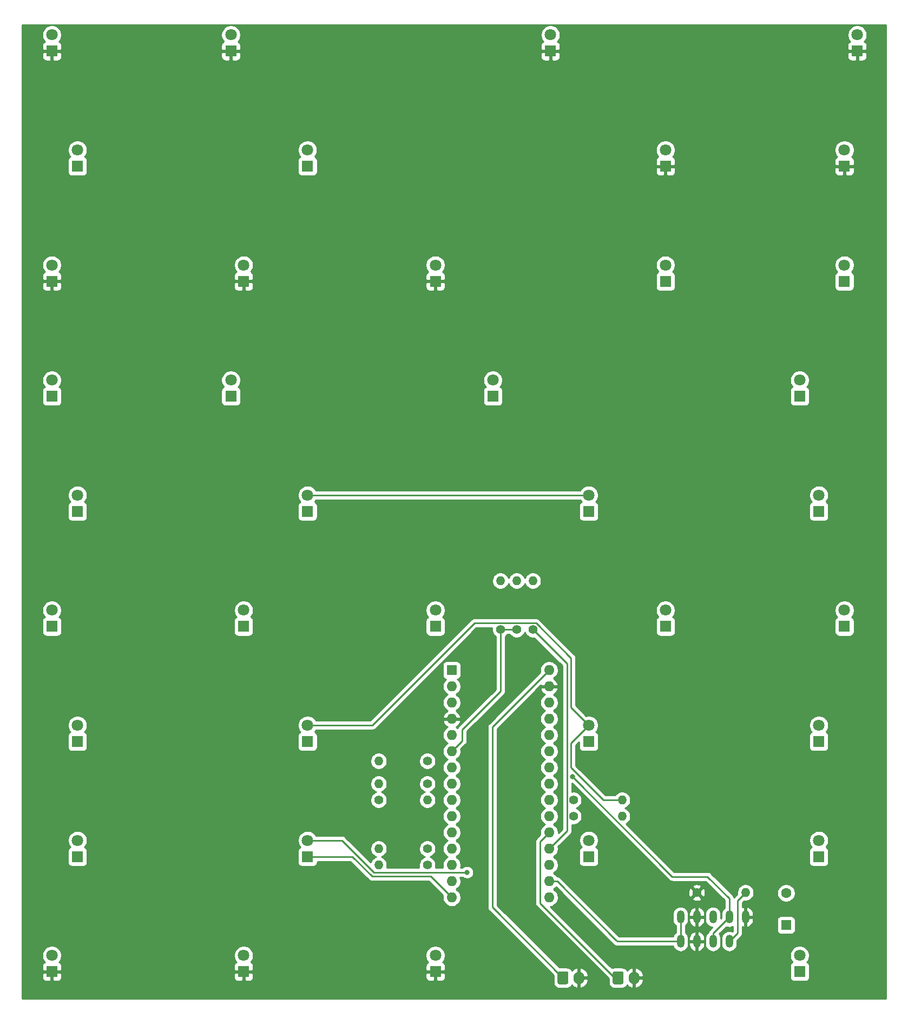
<source format=gbr>
%TF.GenerationSoftware,KiCad,Pcbnew,(5.1.7)-1*%
%TF.CreationDate,2020-10-17T18:25:27+02:00*%
%TF.ProjectId,SteirischeWortUhr2,53746569-7269-4736-9368-65576f727455,rev?*%
%TF.SameCoordinates,Original*%
%TF.FileFunction,Copper,L1,Top*%
%TF.FilePolarity,Positive*%
%FSLAX46Y46*%
G04 Gerber Fmt 4.6, Leading zero omitted, Abs format (unit mm)*
G04 Created by KiCad (PCBNEW (5.1.7)-1) date 2020-10-17 18:25:27*
%MOMM*%
%LPD*%
G01*
G04 APERTURE LIST*
%TA.AperFunction,ComponentPad*%
%ADD10O,1.700000X2.000000*%
%TD*%
%TA.AperFunction,ComponentPad*%
%ADD11O,1.400000X1.400000*%
%TD*%
%TA.AperFunction,ComponentPad*%
%ADD12C,1.400000*%
%TD*%
%TA.AperFunction,ComponentPad*%
%ADD13C,1.800000*%
%TD*%
%TA.AperFunction,ComponentPad*%
%ADD14R,1.800000X1.800000*%
%TD*%
%TA.AperFunction,ComponentPad*%
%ADD15O,1.200000X2.000000*%
%TD*%
%TA.AperFunction,ComponentPad*%
%ADD16C,1.600000*%
%TD*%
%TA.AperFunction,ComponentPad*%
%ADD17R,1.600000X1.600000*%
%TD*%
%TA.AperFunction,ComponentPad*%
%ADD18O,1.600000X1.600000*%
%TD*%
%TA.AperFunction,ViaPad*%
%ADD19C,0.800000*%
%TD*%
%TA.AperFunction,Conductor*%
%ADD20C,0.250000*%
%TD*%
%TA.AperFunction,Conductor*%
%ADD21C,0.254000*%
%TD*%
%TA.AperFunction,Conductor*%
%ADD22C,0.100000*%
%TD*%
G04 APERTURE END LIST*
D10*
%TO.P,J2KEY1,2*%
%TO.N,GND*%
X111085000Y-164973000D03*
%TO.P,J2KEY1,1*%
%TO.N,Net-(ArduinoNanoV3-Pad20)*%
%TA.AperFunction,ComponentPad*%
G36*
G01*
X107735000Y-165723000D02*
X107735000Y-164223000D01*
G75*
G02*
X107985000Y-163973000I250000J0D01*
G01*
X109185000Y-163973000D01*
G75*
G02*
X109435000Y-164223000I0J-250000D01*
G01*
X109435000Y-165723000D01*
G75*
G02*
X109185000Y-165973000I-250000J0D01*
G01*
X107985000Y-165973000D01*
G75*
G02*
X107735000Y-165723000I0J250000D01*
G01*
G37*
%TD.AperFunction*%
%TD*%
%TO.P,J1PWR1,2*%
%TO.N,GND*%
X102449000Y-164973000D03*
%TO.P,J1PWR1,1*%
%TO.N,Net-(ArduinoNanoV3-Pad30)*%
%TA.AperFunction,ComponentPad*%
G36*
G01*
X99099000Y-165723000D02*
X99099000Y-164223000D01*
G75*
G02*
X99349000Y-163973000I250000J0D01*
G01*
X100549000Y-163973000D01*
G75*
G02*
X100799000Y-164223000I0J-250000D01*
G01*
X100799000Y-165723000D01*
G75*
G02*
X100549000Y-165973000I-250000J0D01*
G01*
X99349000Y-165973000D01*
G75*
G02*
X99099000Y-165723000I0J250000D01*
G01*
G37*
%TD.AperFunction*%
%TD*%
D11*
%TO.P,R11,2*%
%TO.N,Net-(C1-Pad2)*%
X128524000Y-151638000D03*
D12*
%TO.P,R11,1*%
%TO.N,GND*%
X120904000Y-151638000D03*
%TD*%
D11*
%TO.P,R10,2*%
%TO.N,Net-(LED_ANS_1-Pad2)*%
X71120000Y-147320000D03*
D12*
%TO.P,R10,1*%
%TO.N,Net-(ArduinoNanoV3-Pad13)*%
X78740000Y-147320000D03*
%TD*%
D11*
%TO.P,R9,2*%
%TO.N,Net-(LED_DREI_1-Pad2)*%
X71120000Y-144780000D03*
D12*
%TO.P,R9,1*%
%TO.N,Net-(ArduinoNanoV3-Pad12)*%
X78740000Y-144780000D03*
%TD*%
D11*
%TO.P,R8,2*%
%TO.N,Net-(LED_NAINE_1-Pad2)*%
X109220000Y-137160000D03*
D12*
%TO.P,R8,1*%
%TO.N,Net-(ArduinoNanoV3-Pad11)*%
X101600000Y-137160000D03*
%TD*%
D11*
%TO.P,R7,2*%
%TO.N,Net-(LED_ZW\u00D6LFE_1-Pad2)*%
X71120000Y-131064000D03*
D12*
%TO.P,R7,1*%
%TO.N,Net-(ArduinoNanoV3-Pad10)*%
X78740000Y-131064000D03*
%TD*%
D11*
%TO.P,R6,2*%
%TO.N,Net-(LED_SIEBN_1-Pad2)*%
X109220000Y-139700000D03*
D12*
%TO.P,R6,1*%
%TO.N,Net-(ArduinoNanoV3-Pad10)*%
X101600000Y-139700000D03*
%TD*%
D11*
%TO.P,R5,2*%
%TO.N,Net-(ArduinoNanoV3-Pad9)*%
X78740000Y-137160000D03*
D12*
%TO.P,R5,1*%
%TO.N,Net-(LED_SCHO_1-Pad2)*%
X71120000Y-137160000D03*
%TD*%
D11*
%TO.P,R4,2*%
%TO.N,Net-(LED_GLEI_1-Pad2)*%
X71120000Y-134620000D03*
D12*
%TO.P,R4,1*%
%TO.N,Net-(ArduinoNanoV3-Pad8)*%
X78740000Y-134620000D03*
%TD*%
D11*
%TO.P,R3,2*%
%TO.N,Net-(LED_DREI4TL_1-Pad2)*%
X92710000Y-102870000D03*
D12*
%TO.P,R3,1*%
%TO.N,Net-(ArduinoNanoV3-Pad6)*%
X92710000Y-110490000D03*
%TD*%
D11*
%TO.P,R2,2*%
%TO.N,Net-(LED_VIERTL_1-Pad2)*%
X90170000Y-102870000D03*
D12*
%TO.P,R2,1*%
%TO.N,Net-(ArduinoNanoV3-Pad6)*%
X90170000Y-110490000D03*
%TD*%
D11*
%TO.P,R1,2*%
%TO.N,Net-(LED_ESIS_1-Pad2)*%
X95250000Y-102870000D03*
D12*
%TO.P,R1,1*%
%TO.N,Net-(ArduinoNanoV3-Pad19)*%
X95250000Y-110490000D03*
%TD*%
D13*
%TO.P,LED_\u00D6FE_1,2*%
%TO.N,Net-(LED_ANS_1-Pad2)*%
X137000000Y-161460000D03*
D14*
%TO.P,LED_\u00D6FE_1,1*%
%TO.N,Net-(ArduinoNanoV3-Pad16)*%
X137000000Y-164000000D03*
%TD*%
D13*
%TO.P,LED_ZW\u00D6LFE_3,2*%
%TO.N,Net-(LED_ZW\u00D6LFE_1-Pad2)*%
X20000000Y-107460000D03*
D14*
%TO.P,LED_ZW\u00D6LFE_3,1*%
%TO.N,Net-(ArduinoNanoV3-Pad16)*%
X20000000Y-110000000D03*
%TD*%
D13*
%TO.P,LED_ZW\u00D6LFE_2,2*%
%TO.N,Net-(LED_ZW\u00D6LFE_1-Pad2)*%
X50000000Y-107460000D03*
D14*
%TO.P,LED_ZW\u00D6LFE_2,1*%
%TO.N,Net-(ArduinoNanoV3-Pad16)*%
X50000000Y-110000000D03*
%TD*%
D13*
%TO.P,LED_ZW\u00D6LFE_1,2*%
%TO.N,Net-(LED_ZW\u00D6LFE_1-Pad2)*%
X80000000Y-107460000D03*
D14*
%TO.P,LED_ZW\u00D6LFE_1,1*%
%TO.N,Net-(ArduinoNanoV3-Pad16)*%
X80000000Y-110000000D03*
%TD*%
D13*
%TO.P,LED_ZWA_1,2*%
%TO.N,Net-(LED_ANS_1-Pad2)*%
X89000000Y-71460000D03*
D14*
%TO.P,LED_ZWA_1,1*%
%TO.N,Net-(ArduinoNanoV3-Pad15)*%
X89000000Y-74000000D03*
%TD*%
D13*
%TO.P,LED_ZEHNE_2,2*%
%TO.N,Net-(LED_SIEBN_1-Pad2)*%
X104000000Y-143460000D03*
D14*
%TO.P,LED_ZEHNE_2,1*%
%TO.N,Net-(ArduinoNanoV3-Pad14)*%
X104000000Y-146000000D03*
%TD*%
D13*
%TO.P,LED_ZEHNE_1,2*%
%TO.N,Net-(LED_SIEBN_1-Pad2)*%
X140000000Y-143460000D03*
D14*
%TO.P,LED_ZEHNE_1,1*%
%TO.N,Net-(ArduinoNanoV3-Pad14)*%
X140000000Y-146000000D03*
%TD*%
D13*
%TO.P,LED_VUABEI_3,2*%
%TO.N,Net-(LED_SCHO_1-Pad2)*%
X20000000Y-161460000D03*
D14*
%TO.P,LED_VUABEI_3,1*%
%TO.N,GND*%
X20000000Y-164000000D03*
%TD*%
D13*
%TO.P,LED_VUABEI_2,2*%
%TO.N,Net-(LED_SCHO_1-Pad2)*%
X50000000Y-161460000D03*
D14*
%TO.P,LED_VUABEI_2,1*%
%TO.N,GND*%
X50000000Y-164000000D03*
%TD*%
D13*
%TO.P,LED_VUABEI_1,2*%
%TO.N,Net-(LED_SCHO_1-Pad2)*%
X80000000Y-161460000D03*
D14*
%TO.P,LED_VUABEI_1,1*%
%TO.N,GND*%
X80000000Y-164000000D03*
%TD*%
D13*
%TO.P,LED_VIERTL_3,2*%
%TO.N,Net-(LED_VIERTL_1-Pad2)*%
X20000000Y-53460000D03*
D14*
%TO.P,LED_VIERTL_3,1*%
%TO.N,GND*%
X20000000Y-56000000D03*
%TD*%
D13*
%TO.P,LED_VIERTL_2,2*%
%TO.N,Net-(LED_VIERTL_1-Pad2)*%
X50000000Y-53460000D03*
D14*
%TO.P,LED_VIERTL_2,1*%
%TO.N,GND*%
X50000000Y-56000000D03*
%TD*%
D13*
%TO.P,LED_VIERTL_1,2*%
%TO.N,Net-(LED_VIERTL_1-Pad2)*%
X80000000Y-53460000D03*
D14*
%TO.P,LED_VIERTL_1,1*%
%TO.N,GND*%
X80000000Y-56000000D03*
%TD*%
D13*
%TO.P,LED_VIERE_2,2*%
%TO.N,Net-(LED_DREI_1-Pad2)*%
X104000000Y-89460000D03*
D14*
%TO.P,LED_VIERE_2,1*%
%TO.N,Net-(ArduinoNanoV3-Pad15)*%
X104000000Y-92000000D03*
%TD*%
D13*
%TO.P,LED_VIERE_1,2*%
%TO.N,Net-(LED_DREI_1-Pad2)*%
X140000000Y-89460000D03*
D14*
%TO.P,LED_VIERE_1,1*%
%TO.N,Net-(ArduinoNanoV3-Pad15)*%
X140000000Y-92000000D03*
%TD*%
D13*
%TO.P,LED_SIEBN_2,2*%
%TO.N,Net-(LED_SIEBN_1-Pad2)*%
X24000000Y-143460000D03*
D14*
%TO.P,LED_SIEBN_2,1*%
%TO.N,Net-(ArduinoNanoV3-Pad15)*%
X24000000Y-146000000D03*
%TD*%
D13*
%TO.P,LED_SIEBN_1,2*%
%TO.N,Net-(LED_SIEBN_1-Pad2)*%
X60000000Y-143460000D03*
D14*
%TO.P,LED_SIEBN_1,1*%
%TO.N,Net-(ArduinoNanoV3-Pad15)*%
X60000000Y-146000000D03*
%TD*%
D13*
%TO.P,LED_SEXE_2,2*%
%TO.N,Net-(LED_NAINE_1-Pad2)*%
X144000000Y-107460000D03*
D14*
%TO.P,LED_SEXE_2,1*%
%TO.N,Net-(ArduinoNanoV3-Pad14)*%
X144000000Y-110000000D03*
%TD*%
D13*
%TO.P,LED_SEXE_1,2*%
%TO.N,Net-(LED_NAINE_1-Pad2)*%
X116000000Y-107460000D03*
D14*
%TO.P,LED_SEXE_1,1*%
%TO.N,Net-(ArduinoNanoV3-Pad14)*%
X116000000Y-110000000D03*
%TD*%
D13*
%TO.P,LED_SCHO_2,2*%
%TO.N,Net-(LED_SCHO_1-Pad2)*%
X116000000Y-35460000D03*
D14*
%TO.P,LED_SCHO_2,1*%
%TO.N,GND*%
X116000000Y-38000000D03*
%TD*%
D13*
%TO.P,LED_SCHO_1,2*%
%TO.N,Net-(LED_SCHO_1-Pad2)*%
X144000000Y-35460000D03*
D14*
%TO.P,LED_SCHO_1,1*%
%TO.N,GND*%
X144000000Y-38000000D03*
%TD*%
D13*
%TO.P,LED_OCHTE_2,2*%
%TO.N,Net-(LED_NAINE_1-Pad2)*%
X104000000Y-125460000D03*
D14*
%TO.P,LED_OCHTE_2,1*%
%TO.N,Net-(ArduinoNanoV3-Pad15)*%
X104000000Y-128000000D03*
%TD*%
D13*
%TO.P,LED_OCHTE_1,2*%
%TO.N,Net-(LED_NAINE_1-Pad2)*%
X140000000Y-125460000D03*
D14*
%TO.P,LED_OCHTE_1,1*%
%TO.N,Net-(ArduinoNanoV3-Pad15)*%
X140000000Y-128000000D03*
%TD*%
D13*
%TO.P,LED_NAINE_2,2*%
%TO.N,Net-(LED_NAINE_1-Pad2)*%
X24000000Y-125460000D03*
D14*
%TO.P,LED_NAINE_2,1*%
%TO.N,Net-(ArduinoNanoV3-Pad16)*%
X24000000Y-128000000D03*
%TD*%
D13*
%TO.P,LED_NAINE_1,2*%
%TO.N,Net-(LED_NAINE_1-Pad2)*%
X60000000Y-125460000D03*
D14*
%TO.P,LED_NAINE_1,1*%
%TO.N,Net-(ArduinoNanoV3-Pad16)*%
X60000000Y-128000000D03*
%TD*%
D13*
%TO.P,LED_HOLBA_2,2*%
%TO.N,Net-(ArduinoNanoV3-Pad7)*%
X24000000Y-35460000D03*
D14*
%TO.P,LED_HOLBA_2,1*%
%TO.N,Net-(LED_DREI4TL_1-Pad2)*%
X24000000Y-38000000D03*
%TD*%
D13*
%TO.P,LED_HOLBA_1,2*%
%TO.N,Net-(ArduinoNanoV3-Pad7)*%
X60000000Y-35460000D03*
D14*
%TO.P,LED_HOLBA_1,1*%
%TO.N,Net-(LED_DREI4TL_1-Pad2)*%
X60000000Y-38000000D03*
%TD*%
D13*
%TO.P,LED_GLEI_2,2*%
%TO.N,Net-(LED_GLEI_1-Pad2)*%
X20000000Y-17460000D03*
D14*
%TO.P,LED_GLEI_2,1*%
%TO.N,GND*%
X20000000Y-20000000D03*
%TD*%
D13*
%TO.P,LED_GLEI_1,2*%
%TO.N,Net-(LED_GLEI_1-Pad2)*%
X48000000Y-17460000D03*
D14*
%TO.P,LED_GLEI_1,1*%
%TO.N,GND*%
X48000000Y-20000000D03*
%TD*%
D13*
%TO.P,LED_F\u00DCNFE_2,2*%
%TO.N,Net-(LED_DREI_1-Pad2)*%
X24000000Y-89460000D03*
D14*
%TO.P,LED_F\u00DCNFE_2,1*%
%TO.N,Net-(ArduinoNanoV3-Pad16)*%
X24000000Y-92000000D03*
%TD*%
D13*
%TO.P,LED_F\u00DCNFE_1,2*%
%TO.N,Net-(LED_DREI_1-Pad2)*%
X60000000Y-89460000D03*
D14*
%TO.P,LED_F\u00DCNFE_1,1*%
%TO.N,Net-(ArduinoNanoV3-Pad16)*%
X60000000Y-92000000D03*
%TD*%
D13*
%TO.P,LED_ESIS_2,2*%
%TO.N,Net-(LED_ESIS_1-Pad2)*%
X98000000Y-17460000D03*
D14*
%TO.P,LED_ESIS_2,1*%
%TO.N,GND*%
X98000000Y-20000000D03*
%TD*%
D13*
%TO.P,LED_ESIS_1,2*%
%TO.N,Net-(LED_ESIS_1-Pad2)*%
X146000000Y-17460000D03*
D14*
%TO.P,LED_ESIS_1,1*%
%TO.N,GND*%
X146000000Y-20000000D03*
%TD*%
D13*
%TO.P,LED_DREI_2,2*%
%TO.N,Net-(LED_DREI_1-Pad2)*%
X20000000Y-71460000D03*
D14*
%TO.P,LED_DREI_2,1*%
%TO.N,Net-(ArduinoNanoV3-Pad14)*%
X20000000Y-74000000D03*
%TD*%
D13*
%TO.P,LED_DREI_1,2*%
%TO.N,Net-(LED_DREI_1-Pad2)*%
X48000000Y-71460000D03*
D14*
%TO.P,LED_DREI_1,1*%
%TO.N,Net-(ArduinoNanoV3-Pad14)*%
X48000000Y-74000000D03*
%TD*%
D13*
%TO.P,LED_DREI4TL_2,2*%
%TO.N,Net-(LED_DREI4TL_1-Pad2)*%
X116000000Y-53460000D03*
D14*
%TO.P,LED_DREI4TL_2,1*%
%TO.N,Net-(ArduinoNanoV3-Pad7)*%
X116000000Y-56000000D03*
%TD*%
D13*
%TO.P,LED_DREI4TL_1,2*%
%TO.N,Net-(LED_DREI4TL_1-Pad2)*%
X144000000Y-53460000D03*
D14*
%TO.P,LED_DREI4TL_1,1*%
%TO.N,Net-(ArduinoNanoV3-Pad7)*%
X144000000Y-56000000D03*
%TD*%
D13*
%TO.P,LED_ANS_1,2*%
%TO.N,Net-(LED_ANS_1-Pad2)*%
X137000000Y-71460000D03*
D14*
%TO.P,LED_ANS_1,1*%
%TO.N,Net-(ArduinoNanoV3-Pad14)*%
X137000000Y-74000000D03*
%TD*%
D15*
%TO.P,DCF2,5*%
%TO.N,GND*%
X128524000Y-155448000D03*
%TO.P,DCF2,4*%
%TO.N,Net-(ArduinoNanoV3-Pad5)*%
X125984000Y-155448000D03*
%TO.P,DCF2,3*%
%TO.N,N/C*%
X123444000Y-155448000D03*
%TO.P,DCF2,2*%
%TO.N,GND*%
X120904000Y-155448000D03*
%TO.P,DCF2,1*%
%TO.N,+3V3*%
X118364000Y-155448000D03*
%TD*%
%TO.P,DCF1,4*%
%TO.N,Net-(C1-Pad2)*%
X125984000Y-159258000D03*
%TO.P,DCF1,3*%
%TO.N,Net-(ArduinoNanoV3-Pad5)*%
X123444000Y-159258000D03*
%TO.P,DCF1,2*%
%TO.N,GND*%
X120904000Y-159258000D03*
%TO.P,DCF1,1*%
%TO.N,+3V3*%
X118364000Y-159258000D03*
%TD*%
D16*
%TO.P,C1,2*%
%TO.N,Net-(C1-Pad2)*%
X134874000Y-151718000D03*
D17*
%TO.P,C1,1*%
%TO.N,+3V3*%
X134874000Y-156718000D03*
%TD*%
D18*
%TO.P,ArduinoNanoV3,16*%
%TO.N,Net-(ArduinoNanoV3-Pad16)*%
X97790000Y-152400000D03*
%TO.P,ArduinoNanoV3,15*%
%TO.N,Net-(ArduinoNanoV3-Pad15)*%
X82550000Y-152400000D03*
%TO.P,ArduinoNanoV3,30*%
%TO.N,Net-(ArduinoNanoV3-Pad30)*%
X97790000Y-116840000D03*
%TO.P,ArduinoNanoV3,14*%
%TO.N,Net-(ArduinoNanoV3-Pad14)*%
X82550000Y-149860000D03*
%TO.P,ArduinoNanoV3,29*%
%TO.N,GND*%
X97790000Y-119380000D03*
%TO.P,ArduinoNanoV3,13*%
%TO.N,Net-(ArduinoNanoV3-Pad13)*%
X82550000Y-147320000D03*
%TO.P,ArduinoNanoV3,28*%
%TO.N,Net-(ArduinoNanoV3-Pad28)*%
X97790000Y-121920000D03*
%TO.P,ArduinoNanoV3,12*%
%TO.N,Net-(ArduinoNanoV3-Pad12)*%
X82550000Y-144780000D03*
%TO.P,ArduinoNanoV3,27*%
%TO.N,+5V*%
X97790000Y-124460000D03*
%TO.P,ArduinoNanoV3,11*%
%TO.N,Net-(ArduinoNanoV3-Pad11)*%
X82550000Y-142240000D03*
%TO.P,ArduinoNanoV3,26*%
%TO.N,Net-(ArduinoNanoV3-Pad26)*%
X97790000Y-127000000D03*
%TO.P,ArduinoNanoV3,10*%
%TO.N,Net-(ArduinoNanoV3-Pad10)*%
X82550000Y-139700000D03*
%TO.P,ArduinoNanoV3,25*%
%TO.N,Net-(ArduinoNanoV3-Pad25)*%
X97790000Y-129540000D03*
%TO.P,ArduinoNanoV3,9*%
%TO.N,Net-(ArduinoNanoV3-Pad9)*%
X82550000Y-137160000D03*
%TO.P,ArduinoNanoV3,24*%
%TO.N,Net-(ArduinoNanoV3-Pad24)*%
X97790000Y-132080000D03*
%TO.P,ArduinoNanoV3,8*%
%TO.N,Net-(ArduinoNanoV3-Pad8)*%
X82550000Y-134620000D03*
%TO.P,ArduinoNanoV3,23*%
%TO.N,Net-(ArduinoNanoV3-Pad23)*%
X97790000Y-134620000D03*
%TO.P,ArduinoNanoV3,7*%
%TO.N,Net-(ArduinoNanoV3-Pad7)*%
X82550000Y-132080000D03*
%TO.P,ArduinoNanoV3,22*%
%TO.N,Net-(ArduinoNanoV3-Pad22)*%
X97790000Y-137160000D03*
%TO.P,ArduinoNanoV3,6*%
%TO.N,Net-(ArduinoNanoV3-Pad6)*%
X82550000Y-129540000D03*
%TO.P,ArduinoNanoV3,21*%
%TO.N,Net-(ArduinoNanoV3-Pad21)*%
X97790000Y-139700000D03*
%TO.P,ArduinoNanoV3,5*%
%TO.N,Net-(ArduinoNanoV3-Pad5)*%
X82550000Y-127000000D03*
%TO.P,ArduinoNanoV3,20*%
%TO.N,Net-(ArduinoNanoV3-Pad20)*%
X97790000Y-142240000D03*
%TO.P,ArduinoNanoV3,4*%
%TO.N,GND*%
X82550000Y-124460000D03*
%TO.P,ArduinoNanoV3,19*%
%TO.N,Net-(ArduinoNanoV3-Pad19)*%
X97790000Y-144780000D03*
%TO.P,ArduinoNanoV3,3*%
%TO.N,Net-(ArduinoNanoV3-Pad3)*%
X82550000Y-121920000D03*
%TO.P,ArduinoNanoV3,18*%
%TO.N,Net-(ArduinoNanoV3-Pad18)*%
X97790000Y-147320000D03*
%TO.P,ArduinoNanoV3,2*%
%TO.N,Net-(ArduinoNanoV3-Pad2)*%
X82550000Y-119380000D03*
%TO.P,ArduinoNanoV3,17*%
%TO.N,+3V3*%
X97790000Y-149860000D03*
D17*
%TO.P,ArduinoNanoV3,1*%
%TO.N,Net-(ArduinoNanoV3-Pad1)*%
X82550000Y-116840000D03*
%TD*%
D19*
%TO.N,Net-(ArduinoNanoV3-Pad5)*%
X101436010Y-133494999D03*
%TO.N,Net-(LED_SIEBN_1-Pad2)*%
X84963000Y-148463000D03*
%TD*%
D20*
%TO.N,Net-(ArduinoNanoV3-Pad15)*%
X67006000Y-146000000D02*
X60000000Y-146000000D01*
X70104000Y-149098000D02*
X67006000Y-146000000D01*
X79248000Y-149098000D02*
X70104000Y-149098000D01*
X82550000Y-152400000D02*
X79248000Y-149098000D01*
%TO.N,Net-(ArduinoNanoV3-Pad30)*%
X88900000Y-125730000D02*
X97790000Y-116840000D01*
X88900000Y-153924000D02*
X99949000Y-164973000D01*
X88900000Y-125730000D02*
X88900000Y-153924000D01*
%TO.N,Net-(ArduinoNanoV3-Pad6)*%
X90170000Y-110490000D02*
X92710000Y-110490000D01*
X84201000Y-127889000D02*
X82550000Y-129540000D01*
X84201000Y-126111000D02*
X84201000Y-127889000D01*
X90170000Y-120142000D02*
X84201000Y-126111000D01*
X90170000Y-110490000D02*
X90170000Y-120142000D01*
%TO.N,Net-(ArduinoNanoV3-Pad5)*%
X123444000Y-157988000D02*
X125984000Y-155448000D01*
X123444000Y-159258000D02*
X123444000Y-157988000D01*
X125984000Y-155448000D02*
X125984000Y-152527000D01*
X122582494Y-149125494D02*
X117066506Y-149125494D01*
X125984000Y-152527000D02*
X122582494Y-149125494D01*
X117066506Y-149125494D02*
X101436010Y-133494999D01*
%TO.N,Net-(ArduinoNanoV3-Pad20)*%
X96400000Y-143630000D02*
X97790000Y-142240000D01*
X96400000Y-153296000D02*
X96400000Y-143630000D01*
X108077000Y-164973000D02*
X96400000Y-153296000D01*
%TO.N,Net-(ArduinoNanoV3-Pad19)*%
X100584000Y-141986000D02*
X97790000Y-144780000D01*
X100584000Y-140201002D02*
X100584000Y-141986000D01*
X100574999Y-139207999D02*
X100574999Y-140192001D01*
X100574999Y-140192001D02*
X100584000Y-140201002D01*
X100584000Y-136658998D02*
X100574999Y-136667999D01*
X100584000Y-115824000D02*
X100584000Y-136658998D01*
X100574999Y-136667999D02*
X100574999Y-137652001D01*
X95250000Y-110490000D02*
X100584000Y-115824000D01*
X100584000Y-139198998D02*
X100574999Y-139207999D01*
X100574999Y-137652001D02*
X100584000Y-137661002D01*
X100584000Y-137661002D02*
X100584000Y-139198998D01*
%TO.N,+3V3*%
X97790000Y-149860000D02*
X99060000Y-149860000D01*
X118364000Y-155448000D02*
X118364000Y-159258000D01*
X108458000Y-159258000D02*
X108267500Y-159067500D01*
X118364000Y-159258000D02*
X108458000Y-159258000D01*
X99060000Y-149860000D02*
X108267500Y-159067500D01*
%TO.N,Net-(C1-Pad2)*%
X134794000Y-151638000D02*
X134874000Y-151718000D01*
X127254000Y-152908000D02*
X128524000Y-151638000D01*
X127254000Y-157988000D02*
X127254000Y-152908000D01*
X125984000Y-159258000D02*
X127254000Y-157988000D01*
%TO.N,Net-(LED_DREI_1-Pad2)*%
X60000000Y-89460000D02*
X104000000Y-89460000D01*
%TO.N,Net-(LED_NAINE_1-Pad2)*%
X70120000Y-125460000D02*
X60000000Y-125460000D01*
X86115001Y-109464999D02*
X70120000Y-125460000D01*
X101219000Y-114935000D02*
X95748999Y-109464999D01*
X95748999Y-109464999D02*
X86115001Y-109464999D01*
X101219000Y-122679000D02*
X101219000Y-114935000D01*
X104000000Y-125460000D02*
X101219000Y-122679000D01*
X106299000Y-137160000D02*
X109220000Y-137160000D01*
X101219000Y-132080000D02*
X106299000Y-137160000D01*
X101219000Y-128241000D02*
X101219000Y-132080000D01*
X104000000Y-125460000D02*
X101219000Y-128241000D01*
%TO.N,Net-(LED_SIEBN_1-Pad2)*%
X65355000Y-143460000D02*
X70358000Y-148463000D01*
X60000000Y-143460000D02*
X65355000Y-143460000D01*
X70358000Y-148463000D02*
X84963000Y-148463000D01*
%TD*%
D21*
%TO.N,GND*%
X150470000Y-168250000D02*
X15392000Y-168250000D01*
X15392000Y-164900000D01*
X18461928Y-164900000D01*
X18474188Y-165024482D01*
X18510498Y-165144180D01*
X18569463Y-165254494D01*
X18648815Y-165351185D01*
X18745506Y-165430537D01*
X18855820Y-165489502D01*
X18975518Y-165525812D01*
X19100000Y-165538072D01*
X19714250Y-165535000D01*
X19873000Y-165376250D01*
X19873000Y-164127000D01*
X20127000Y-164127000D01*
X20127000Y-165376250D01*
X20285750Y-165535000D01*
X20900000Y-165538072D01*
X21024482Y-165525812D01*
X21144180Y-165489502D01*
X21254494Y-165430537D01*
X21351185Y-165351185D01*
X21430537Y-165254494D01*
X21489502Y-165144180D01*
X21525812Y-165024482D01*
X21538072Y-164900000D01*
X48461928Y-164900000D01*
X48474188Y-165024482D01*
X48510498Y-165144180D01*
X48569463Y-165254494D01*
X48648815Y-165351185D01*
X48745506Y-165430537D01*
X48855820Y-165489502D01*
X48975518Y-165525812D01*
X49100000Y-165538072D01*
X49714250Y-165535000D01*
X49873000Y-165376250D01*
X49873000Y-164127000D01*
X50127000Y-164127000D01*
X50127000Y-165376250D01*
X50285750Y-165535000D01*
X50900000Y-165538072D01*
X51024482Y-165525812D01*
X51144180Y-165489502D01*
X51254494Y-165430537D01*
X51351185Y-165351185D01*
X51430537Y-165254494D01*
X51489502Y-165144180D01*
X51525812Y-165024482D01*
X51538072Y-164900000D01*
X78461928Y-164900000D01*
X78474188Y-165024482D01*
X78510498Y-165144180D01*
X78569463Y-165254494D01*
X78648815Y-165351185D01*
X78745506Y-165430537D01*
X78855820Y-165489502D01*
X78975518Y-165525812D01*
X79100000Y-165538072D01*
X79714250Y-165535000D01*
X79873000Y-165376250D01*
X79873000Y-164127000D01*
X80127000Y-164127000D01*
X80127000Y-165376250D01*
X80285750Y-165535000D01*
X80900000Y-165538072D01*
X81024482Y-165525812D01*
X81144180Y-165489502D01*
X81254494Y-165430537D01*
X81351185Y-165351185D01*
X81430537Y-165254494D01*
X81489502Y-165144180D01*
X81525812Y-165024482D01*
X81538072Y-164900000D01*
X81535000Y-164285750D01*
X81376250Y-164127000D01*
X80127000Y-164127000D01*
X79873000Y-164127000D01*
X78623750Y-164127000D01*
X78465000Y-164285750D01*
X78461928Y-164900000D01*
X51538072Y-164900000D01*
X51535000Y-164285750D01*
X51376250Y-164127000D01*
X50127000Y-164127000D01*
X49873000Y-164127000D01*
X48623750Y-164127000D01*
X48465000Y-164285750D01*
X48461928Y-164900000D01*
X21538072Y-164900000D01*
X21535000Y-164285750D01*
X21376250Y-164127000D01*
X20127000Y-164127000D01*
X19873000Y-164127000D01*
X18623750Y-164127000D01*
X18465000Y-164285750D01*
X18461928Y-164900000D01*
X15392000Y-164900000D01*
X15392000Y-163100000D01*
X18461928Y-163100000D01*
X18465000Y-163714250D01*
X18623750Y-163873000D01*
X19873000Y-163873000D01*
X19873000Y-163853000D01*
X20127000Y-163853000D01*
X20127000Y-163873000D01*
X21376250Y-163873000D01*
X21535000Y-163714250D01*
X21538072Y-163100000D01*
X48461928Y-163100000D01*
X48465000Y-163714250D01*
X48623750Y-163873000D01*
X49873000Y-163873000D01*
X49873000Y-163853000D01*
X50127000Y-163853000D01*
X50127000Y-163873000D01*
X51376250Y-163873000D01*
X51535000Y-163714250D01*
X51538072Y-163100000D01*
X78461928Y-163100000D01*
X78465000Y-163714250D01*
X78623750Y-163873000D01*
X79873000Y-163873000D01*
X79873000Y-163853000D01*
X80127000Y-163853000D01*
X80127000Y-163873000D01*
X81376250Y-163873000D01*
X81535000Y-163714250D01*
X81538072Y-163100000D01*
X81525812Y-162975518D01*
X81489502Y-162855820D01*
X81430537Y-162745506D01*
X81351185Y-162648815D01*
X81254494Y-162569463D01*
X81144180Y-162510498D01*
X81125873Y-162504944D01*
X81192312Y-162438505D01*
X81360299Y-162187095D01*
X81476011Y-161907743D01*
X81535000Y-161611184D01*
X81535000Y-161308816D01*
X81476011Y-161012257D01*
X81360299Y-160732905D01*
X81192312Y-160481495D01*
X80978505Y-160267688D01*
X80727095Y-160099701D01*
X80447743Y-159983989D01*
X80151184Y-159925000D01*
X79848816Y-159925000D01*
X79552257Y-159983989D01*
X79272905Y-160099701D01*
X79021495Y-160267688D01*
X78807688Y-160481495D01*
X78639701Y-160732905D01*
X78523989Y-161012257D01*
X78465000Y-161308816D01*
X78465000Y-161611184D01*
X78523989Y-161907743D01*
X78639701Y-162187095D01*
X78807688Y-162438505D01*
X78874127Y-162504944D01*
X78855820Y-162510498D01*
X78745506Y-162569463D01*
X78648815Y-162648815D01*
X78569463Y-162745506D01*
X78510498Y-162855820D01*
X78474188Y-162975518D01*
X78461928Y-163100000D01*
X51538072Y-163100000D01*
X51525812Y-162975518D01*
X51489502Y-162855820D01*
X51430537Y-162745506D01*
X51351185Y-162648815D01*
X51254494Y-162569463D01*
X51144180Y-162510498D01*
X51125873Y-162504944D01*
X51192312Y-162438505D01*
X51360299Y-162187095D01*
X51476011Y-161907743D01*
X51535000Y-161611184D01*
X51535000Y-161308816D01*
X51476011Y-161012257D01*
X51360299Y-160732905D01*
X51192312Y-160481495D01*
X50978505Y-160267688D01*
X50727095Y-160099701D01*
X50447743Y-159983989D01*
X50151184Y-159925000D01*
X49848816Y-159925000D01*
X49552257Y-159983989D01*
X49272905Y-160099701D01*
X49021495Y-160267688D01*
X48807688Y-160481495D01*
X48639701Y-160732905D01*
X48523989Y-161012257D01*
X48465000Y-161308816D01*
X48465000Y-161611184D01*
X48523989Y-161907743D01*
X48639701Y-162187095D01*
X48807688Y-162438505D01*
X48874127Y-162504944D01*
X48855820Y-162510498D01*
X48745506Y-162569463D01*
X48648815Y-162648815D01*
X48569463Y-162745506D01*
X48510498Y-162855820D01*
X48474188Y-162975518D01*
X48461928Y-163100000D01*
X21538072Y-163100000D01*
X21525812Y-162975518D01*
X21489502Y-162855820D01*
X21430537Y-162745506D01*
X21351185Y-162648815D01*
X21254494Y-162569463D01*
X21144180Y-162510498D01*
X21125873Y-162504944D01*
X21192312Y-162438505D01*
X21360299Y-162187095D01*
X21476011Y-161907743D01*
X21535000Y-161611184D01*
X21535000Y-161308816D01*
X21476011Y-161012257D01*
X21360299Y-160732905D01*
X21192312Y-160481495D01*
X20978505Y-160267688D01*
X20727095Y-160099701D01*
X20447743Y-159983989D01*
X20151184Y-159925000D01*
X19848816Y-159925000D01*
X19552257Y-159983989D01*
X19272905Y-160099701D01*
X19021495Y-160267688D01*
X18807688Y-160481495D01*
X18639701Y-160732905D01*
X18523989Y-161012257D01*
X18465000Y-161308816D01*
X18465000Y-161611184D01*
X18523989Y-161907743D01*
X18639701Y-162187095D01*
X18807688Y-162438505D01*
X18874127Y-162504944D01*
X18855820Y-162510498D01*
X18745506Y-162569463D01*
X18648815Y-162648815D01*
X18569463Y-162745506D01*
X18510498Y-162855820D01*
X18474188Y-162975518D01*
X18461928Y-163100000D01*
X15392000Y-163100000D01*
X15392000Y-145100000D01*
X22461928Y-145100000D01*
X22461928Y-146900000D01*
X22474188Y-147024482D01*
X22510498Y-147144180D01*
X22569463Y-147254494D01*
X22648815Y-147351185D01*
X22745506Y-147430537D01*
X22855820Y-147489502D01*
X22975518Y-147525812D01*
X23100000Y-147538072D01*
X24900000Y-147538072D01*
X25024482Y-147525812D01*
X25144180Y-147489502D01*
X25254494Y-147430537D01*
X25351185Y-147351185D01*
X25430537Y-147254494D01*
X25489502Y-147144180D01*
X25525812Y-147024482D01*
X25538072Y-146900000D01*
X25538072Y-145100000D01*
X25525812Y-144975518D01*
X25489502Y-144855820D01*
X25430537Y-144745506D01*
X25351185Y-144648815D01*
X25254494Y-144569463D01*
X25144180Y-144510498D01*
X25125873Y-144504944D01*
X25192312Y-144438505D01*
X25360299Y-144187095D01*
X25476011Y-143907743D01*
X25535000Y-143611184D01*
X25535000Y-143308816D01*
X25476011Y-143012257D01*
X25360299Y-142732905D01*
X25192312Y-142481495D01*
X24978505Y-142267688D01*
X24727095Y-142099701D01*
X24447743Y-141983989D01*
X24151184Y-141925000D01*
X23848816Y-141925000D01*
X23552257Y-141983989D01*
X23272905Y-142099701D01*
X23021495Y-142267688D01*
X22807688Y-142481495D01*
X22639701Y-142732905D01*
X22523989Y-143012257D01*
X22465000Y-143308816D01*
X22465000Y-143611184D01*
X22523989Y-143907743D01*
X22639701Y-144187095D01*
X22807688Y-144438505D01*
X22874127Y-144504944D01*
X22855820Y-144510498D01*
X22745506Y-144569463D01*
X22648815Y-144648815D01*
X22569463Y-144745506D01*
X22510498Y-144855820D01*
X22474188Y-144975518D01*
X22461928Y-145100000D01*
X15392000Y-145100000D01*
X15392000Y-134488514D01*
X69785000Y-134488514D01*
X69785000Y-134751486D01*
X69836304Y-135009405D01*
X69936939Y-135252359D01*
X70083038Y-135471013D01*
X70268987Y-135656962D01*
X70487641Y-135803061D01*
X70697530Y-135890000D01*
X70487641Y-135976939D01*
X70268987Y-136123038D01*
X70083038Y-136308987D01*
X69936939Y-136527641D01*
X69836304Y-136770595D01*
X69785000Y-137028514D01*
X69785000Y-137291486D01*
X69836304Y-137549405D01*
X69936939Y-137792359D01*
X70083038Y-138011013D01*
X70268987Y-138196962D01*
X70487641Y-138343061D01*
X70730595Y-138443696D01*
X70988514Y-138495000D01*
X71251486Y-138495000D01*
X71509405Y-138443696D01*
X71752359Y-138343061D01*
X71971013Y-138196962D01*
X72156962Y-138011013D01*
X72303061Y-137792359D01*
X72403696Y-137549405D01*
X72455000Y-137291486D01*
X72455000Y-137028514D01*
X72403696Y-136770595D01*
X72303061Y-136527641D01*
X72156962Y-136308987D01*
X71971013Y-136123038D01*
X71752359Y-135976939D01*
X71542470Y-135890000D01*
X71752359Y-135803061D01*
X71971013Y-135656962D01*
X72156962Y-135471013D01*
X72303061Y-135252359D01*
X72403696Y-135009405D01*
X72455000Y-134751486D01*
X72455000Y-134488514D01*
X77405000Y-134488514D01*
X77405000Y-134751486D01*
X77456304Y-135009405D01*
X77556939Y-135252359D01*
X77703038Y-135471013D01*
X77888987Y-135656962D01*
X78107641Y-135803061D01*
X78317530Y-135890000D01*
X78107641Y-135976939D01*
X77888987Y-136123038D01*
X77703038Y-136308987D01*
X77556939Y-136527641D01*
X77456304Y-136770595D01*
X77405000Y-137028514D01*
X77405000Y-137291486D01*
X77456304Y-137549405D01*
X77556939Y-137792359D01*
X77703038Y-138011013D01*
X77888987Y-138196962D01*
X78107641Y-138343061D01*
X78350595Y-138443696D01*
X78608514Y-138495000D01*
X78871486Y-138495000D01*
X79129405Y-138443696D01*
X79372359Y-138343061D01*
X79591013Y-138196962D01*
X79776962Y-138011013D01*
X79923061Y-137792359D01*
X80023696Y-137549405D01*
X80075000Y-137291486D01*
X80075000Y-137028514D01*
X80023696Y-136770595D01*
X79923061Y-136527641D01*
X79776962Y-136308987D01*
X79591013Y-136123038D01*
X79372359Y-135976939D01*
X79162470Y-135890000D01*
X79372359Y-135803061D01*
X79591013Y-135656962D01*
X79776962Y-135471013D01*
X79923061Y-135252359D01*
X80023696Y-135009405D01*
X80075000Y-134751486D01*
X80075000Y-134488514D01*
X80023696Y-134230595D01*
X79923061Y-133987641D01*
X79776962Y-133768987D01*
X79591013Y-133583038D01*
X79372359Y-133436939D01*
X79129405Y-133336304D01*
X78871486Y-133285000D01*
X78608514Y-133285000D01*
X78350595Y-133336304D01*
X78107641Y-133436939D01*
X77888987Y-133583038D01*
X77703038Y-133768987D01*
X77556939Y-133987641D01*
X77456304Y-134230595D01*
X77405000Y-134488514D01*
X72455000Y-134488514D01*
X72403696Y-134230595D01*
X72303061Y-133987641D01*
X72156962Y-133768987D01*
X71971013Y-133583038D01*
X71752359Y-133436939D01*
X71509405Y-133336304D01*
X71251486Y-133285000D01*
X70988514Y-133285000D01*
X70730595Y-133336304D01*
X70487641Y-133436939D01*
X70268987Y-133583038D01*
X70083038Y-133768987D01*
X69936939Y-133987641D01*
X69836304Y-134230595D01*
X69785000Y-134488514D01*
X15392000Y-134488514D01*
X15392000Y-130932514D01*
X69785000Y-130932514D01*
X69785000Y-131195486D01*
X69836304Y-131453405D01*
X69936939Y-131696359D01*
X70083038Y-131915013D01*
X70268987Y-132100962D01*
X70487641Y-132247061D01*
X70730595Y-132347696D01*
X70988514Y-132399000D01*
X71251486Y-132399000D01*
X71509405Y-132347696D01*
X71752359Y-132247061D01*
X71971013Y-132100962D01*
X72156962Y-131915013D01*
X72303061Y-131696359D01*
X72403696Y-131453405D01*
X72455000Y-131195486D01*
X72455000Y-130932514D01*
X77405000Y-130932514D01*
X77405000Y-131195486D01*
X77456304Y-131453405D01*
X77556939Y-131696359D01*
X77703038Y-131915013D01*
X77888987Y-132100962D01*
X78107641Y-132247061D01*
X78350595Y-132347696D01*
X78608514Y-132399000D01*
X78871486Y-132399000D01*
X79129405Y-132347696D01*
X79372359Y-132247061D01*
X79591013Y-132100962D01*
X79776962Y-131915013D01*
X79923061Y-131696359D01*
X80023696Y-131453405D01*
X80075000Y-131195486D01*
X80075000Y-130932514D01*
X80023696Y-130674595D01*
X79923061Y-130431641D01*
X79776962Y-130212987D01*
X79591013Y-130027038D01*
X79372359Y-129880939D01*
X79129405Y-129780304D01*
X78871486Y-129729000D01*
X78608514Y-129729000D01*
X78350595Y-129780304D01*
X78107641Y-129880939D01*
X77888987Y-130027038D01*
X77703038Y-130212987D01*
X77556939Y-130431641D01*
X77456304Y-130674595D01*
X77405000Y-130932514D01*
X72455000Y-130932514D01*
X72403696Y-130674595D01*
X72303061Y-130431641D01*
X72156962Y-130212987D01*
X71971013Y-130027038D01*
X71752359Y-129880939D01*
X71509405Y-129780304D01*
X71251486Y-129729000D01*
X70988514Y-129729000D01*
X70730595Y-129780304D01*
X70487641Y-129880939D01*
X70268987Y-130027038D01*
X70083038Y-130212987D01*
X69936939Y-130431641D01*
X69836304Y-130674595D01*
X69785000Y-130932514D01*
X15392000Y-130932514D01*
X15392000Y-127100000D01*
X22461928Y-127100000D01*
X22461928Y-128900000D01*
X22474188Y-129024482D01*
X22510498Y-129144180D01*
X22569463Y-129254494D01*
X22648815Y-129351185D01*
X22745506Y-129430537D01*
X22855820Y-129489502D01*
X22975518Y-129525812D01*
X23100000Y-129538072D01*
X24900000Y-129538072D01*
X25024482Y-129525812D01*
X25144180Y-129489502D01*
X25254494Y-129430537D01*
X25351185Y-129351185D01*
X25430537Y-129254494D01*
X25489502Y-129144180D01*
X25525812Y-129024482D01*
X25538072Y-128900000D01*
X25538072Y-127100000D01*
X58461928Y-127100000D01*
X58461928Y-128900000D01*
X58474188Y-129024482D01*
X58510498Y-129144180D01*
X58569463Y-129254494D01*
X58648815Y-129351185D01*
X58745506Y-129430537D01*
X58855820Y-129489502D01*
X58975518Y-129525812D01*
X59100000Y-129538072D01*
X60900000Y-129538072D01*
X61024482Y-129525812D01*
X61144180Y-129489502D01*
X61254494Y-129430537D01*
X61351185Y-129351185D01*
X61430537Y-129254494D01*
X61489502Y-129144180D01*
X61525812Y-129024482D01*
X61538072Y-128900000D01*
X61538072Y-127100000D01*
X61525812Y-126975518D01*
X61489502Y-126855820D01*
X61430537Y-126745506D01*
X61351185Y-126648815D01*
X61254494Y-126569463D01*
X61144180Y-126510498D01*
X61125873Y-126504944D01*
X61192312Y-126438505D01*
X61338313Y-126220000D01*
X70082678Y-126220000D01*
X70120000Y-126223676D01*
X70157322Y-126220000D01*
X70157333Y-126220000D01*
X70268986Y-126209003D01*
X70412247Y-126165546D01*
X70544276Y-126094974D01*
X70660001Y-126000001D01*
X70683804Y-125970997D01*
X80614801Y-116040000D01*
X81111928Y-116040000D01*
X81111928Y-117640000D01*
X81124188Y-117764482D01*
X81160498Y-117884180D01*
X81219463Y-117994494D01*
X81298815Y-118091185D01*
X81395506Y-118170537D01*
X81505820Y-118229502D01*
X81625518Y-118265812D01*
X81633961Y-118266643D01*
X81435363Y-118465241D01*
X81278320Y-118700273D01*
X81170147Y-118961426D01*
X81115000Y-119238665D01*
X81115000Y-119521335D01*
X81170147Y-119798574D01*
X81278320Y-120059727D01*
X81435363Y-120294759D01*
X81635241Y-120494637D01*
X81867759Y-120650000D01*
X81635241Y-120805363D01*
X81435363Y-121005241D01*
X81278320Y-121240273D01*
X81170147Y-121501426D01*
X81115000Y-121778665D01*
X81115000Y-122061335D01*
X81170147Y-122338574D01*
X81278320Y-122599727D01*
X81435363Y-122834759D01*
X81635241Y-123034637D01*
X81870273Y-123191680D01*
X81880865Y-123196067D01*
X81694869Y-123307615D01*
X81486481Y-123496586D01*
X81318963Y-123722580D01*
X81198754Y-123976913D01*
X81158096Y-124110961D01*
X81280085Y-124333000D01*
X82423000Y-124333000D01*
X82423000Y-124313000D01*
X82677000Y-124313000D01*
X82677000Y-124333000D01*
X83819915Y-124333000D01*
X83941904Y-124110961D01*
X83901246Y-123976913D01*
X83781037Y-123722580D01*
X83613519Y-123496586D01*
X83405131Y-123307615D01*
X83219135Y-123196067D01*
X83229727Y-123191680D01*
X83464759Y-123034637D01*
X83664637Y-122834759D01*
X83821680Y-122599727D01*
X83929853Y-122338574D01*
X83985000Y-122061335D01*
X83985000Y-121778665D01*
X83929853Y-121501426D01*
X83821680Y-121240273D01*
X83664637Y-121005241D01*
X83464759Y-120805363D01*
X83232241Y-120650000D01*
X83464759Y-120494637D01*
X83664637Y-120294759D01*
X83821680Y-120059727D01*
X83929853Y-119798574D01*
X83985000Y-119521335D01*
X83985000Y-119238665D01*
X83929853Y-118961426D01*
X83821680Y-118700273D01*
X83664637Y-118465241D01*
X83466039Y-118266643D01*
X83474482Y-118265812D01*
X83594180Y-118229502D01*
X83704494Y-118170537D01*
X83801185Y-118091185D01*
X83880537Y-117994494D01*
X83939502Y-117884180D01*
X83975812Y-117764482D01*
X83988072Y-117640000D01*
X83988072Y-116040000D01*
X83975812Y-115915518D01*
X83939502Y-115795820D01*
X83880537Y-115685506D01*
X83801185Y-115588815D01*
X83704494Y-115509463D01*
X83594180Y-115450498D01*
X83474482Y-115414188D01*
X83350000Y-115401928D01*
X81750000Y-115401928D01*
X81625518Y-115414188D01*
X81505820Y-115450498D01*
X81395506Y-115509463D01*
X81298815Y-115588815D01*
X81219463Y-115685506D01*
X81160498Y-115795820D01*
X81124188Y-115915518D01*
X81111928Y-116040000D01*
X80614801Y-116040000D01*
X86429803Y-110224999D01*
X88861558Y-110224999D01*
X88835000Y-110358514D01*
X88835000Y-110621486D01*
X88886304Y-110879405D01*
X88986939Y-111122359D01*
X89133038Y-111341013D01*
X89318987Y-111526962D01*
X89410000Y-111587775D01*
X89410001Y-119827197D01*
X83690003Y-125547196D01*
X83660999Y-125570999D01*
X83627035Y-125612385D01*
X83566026Y-125686724D01*
X83531004Y-125752246D01*
X83495454Y-125818754D01*
X83472807Y-125893411D01*
X83464759Y-125885363D01*
X83229727Y-125728320D01*
X83219135Y-125723933D01*
X83405131Y-125612385D01*
X83613519Y-125423414D01*
X83781037Y-125197420D01*
X83901246Y-124943087D01*
X83941904Y-124809039D01*
X83819915Y-124587000D01*
X82677000Y-124587000D01*
X82677000Y-124607000D01*
X82423000Y-124607000D01*
X82423000Y-124587000D01*
X81280085Y-124587000D01*
X81158096Y-124809039D01*
X81198754Y-124943087D01*
X81318963Y-125197420D01*
X81486481Y-125423414D01*
X81694869Y-125612385D01*
X81880865Y-125723933D01*
X81870273Y-125728320D01*
X81635241Y-125885363D01*
X81435363Y-126085241D01*
X81278320Y-126320273D01*
X81170147Y-126581426D01*
X81115000Y-126858665D01*
X81115000Y-127141335D01*
X81170147Y-127418574D01*
X81278320Y-127679727D01*
X81435363Y-127914759D01*
X81635241Y-128114637D01*
X81867759Y-128270000D01*
X81635241Y-128425363D01*
X81435363Y-128625241D01*
X81278320Y-128860273D01*
X81170147Y-129121426D01*
X81115000Y-129398665D01*
X81115000Y-129681335D01*
X81170147Y-129958574D01*
X81278320Y-130219727D01*
X81435363Y-130454759D01*
X81635241Y-130654637D01*
X81867759Y-130810000D01*
X81635241Y-130965363D01*
X81435363Y-131165241D01*
X81278320Y-131400273D01*
X81170147Y-131661426D01*
X81115000Y-131938665D01*
X81115000Y-132221335D01*
X81170147Y-132498574D01*
X81278320Y-132759727D01*
X81435363Y-132994759D01*
X81635241Y-133194637D01*
X81867759Y-133350000D01*
X81635241Y-133505363D01*
X81435363Y-133705241D01*
X81278320Y-133940273D01*
X81170147Y-134201426D01*
X81115000Y-134478665D01*
X81115000Y-134761335D01*
X81170147Y-135038574D01*
X81278320Y-135299727D01*
X81435363Y-135534759D01*
X81635241Y-135734637D01*
X81867759Y-135890000D01*
X81635241Y-136045363D01*
X81435363Y-136245241D01*
X81278320Y-136480273D01*
X81170147Y-136741426D01*
X81115000Y-137018665D01*
X81115000Y-137301335D01*
X81170147Y-137578574D01*
X81278320Y-137839727D01*
X81435363Y-138074759D01*
X81635241Y-138274637D01*
X81867759Y-138430000D01*
X81635241Y-138585363D01*
X81435363Y-138785241D01*
X81278320Y-139020273D01*
X81170147Y-139281426D01*
X81115000Y-139558665D01*
X81115000Y-139841335D01*
X81170147Y-140118574D01*
X81278320Y-140379727D01*
X81435363Y-140614759D01*
X81635241Y-140814637D01*
X81867759Y-140970000D01*
X81635241Y-141125363D01*
X81435363Y-141325241D01*
X81278320Y-141560273D01*
X81170147Y-141821426D01*
X81115000Y-142098665D01*
X81115000Y-142381335D01*
X81170147Y-142658574D01*
X81278320Y-142919727D01*
X81435363Y-143154759D01*
X81635241Y-143354637D01*
X81867759Y-143510000D01*
X81635241Y-143665363D01*
X81435363Y-143865241D01*
X81278320Y-144100273D01*
X81170147Y-144361426D01*
X81115000Y-144638665D01*
X81115000Y-144921335D01*
X81170147Y-145198574D01*
X81278320Y-145459727D01*
X81435363Y-145694759D01*
X81635241Y-145894637D01*
X81867759Y-146050000D01*
X81635241Y-146205363D01*
X81435363Y-146405241D01*
X81278320Y-146640273D01*
X81170147Y-146901426D01*
X81115000Y-147178665D01*
X81115000Y-147461335D01*
X81163071Y-147703000D01*
X80024970Y-147703000D01*
X80075000Y-147451486D01*
X80075000Y-147188514D01*
X80023696Y-146930595D01*
X79923061Y-146687641D01*
X79776962Y-146468987D01*
X79591013Y-146283038D01*
X79372359Y-146136939D01*
X79162470Y-146050000D01*
X79372359Y-145963061D01*
X79591013Y-145816962D01*
X79776962Y-145631013D01*
X79923061Y-145412359D01*
X80023696Y-145169405D01*
X80075000Y-144911486D01*
X80075000Y-144648514D01*
X80023696Y-144390595D01*
X79923061Y-144147641D01*
X79776962Y-143928987D01*
X79591013Y-143743038D01*
X79372359Y-143596939D01*
X79129405Y-143496304D01*
X78871486Y-143445000D01*
X78608514Y-143445000D01*
X78350595Y-143496304D01*
X78107641Y-143596939D01*
X77888987Y-143743038D01*
X77703038Y-143928987D01*
X77556939Y-144147641D01*
X77456304Y-144390595D01*
X77405000Y-144648514D01*
X77405000Y-144911486D01*
X77456304Y-145169405D01*
X77556939Y-145412359D01*
X77703038Y-145631013D01*
X77888987Y-145816962D01*
X78107641Y-145963061D01*
X78317530Y-146050000D01*
X78107641Y-146136939D01*
X77888987Y-146283038D01*
X77703038Y-146468987D01*
X77556939Y-146687641D01*
X77456304Y-146930595D01*
X77405000Y-147188514D01*
X77405000Y-147451486D01*
X77455030Y-147703000D01*
X72404970Y-147703000D01*
X72455000Y-147451486D01*
X72455000Y-147188514D01*
X72403696Y-146930595D01*
X72303061Y-146687641D01*
X72156962Y-146468987D01*
X71971013Y-146283038D01*
X71752359Y-146136939D01*
X71542470Y-146050000D01*
X71752359Y-145963061D01*
X71971013Y-145816962D01*
X72156962Y-145631013D01*
X72303061Y-145412359D01*
X72403696Y-145169405D01*
X72455000Y-144911486D01*
X72455000Y-144648514D01*
X72403696Y-144390595D01*
X72303061Y-144147641D01*
X72156962Y-143928987D01*
X71971013Y-143743038D01*
X71752359Y-143596939D01*
X71509405Y-143496304D01*
X71251486Y-143445000D01*
X70988514Y-143445000D01*
X70730595Y-143496304D01*
X70487641Y-143596939D01*
X70268987Y-143743038D01*
X70083038Y-143928987D01*
X69936939Y-144147641D01*
X69836304Y-144390595D01*
X69785000Y-144648514D01*
X69785000Y-144911486D01*
X69836304Y-145169405D01*
X69936939Y-145412359D01*
X70083038Y-145631013D01*
X70268987Y-145816962D01*
X70487641Y-145963061D01*
X70697530Y-146050000D01*
X70487641Y-146136939D01*
X70268987Y-146283038D01*
X70083038Y-146468987D01*
X69936939Y-146687641D01*
X69855077Y-146885274D01*
X65918804Y-142949003D01*
X65895001Y-142919999D01*
X65779276Y-142825026D01*
X65647247Y-142754454D01*
X65503986Y-142710997D01*
X65392333Y-142700000D01*
X65392322Y-142700000D01*
X65355000Y-142696324D01*
X65317678Y-142700000D01*
X61338313Y-142700000D01*
X61192312Y-142481495D01*
X60978505Y-142267688D01*
X60727095Y-142099701D01*
X60447743Y-141983989D01*
X60151184Y-141925000D01*
X59848816Y-141925000D01*
X59552257Y-141983989D01*
X59272905Y-142099701D01*
X59021495Y-142267688D01*
X58807688Y-142481495D01*
X58639701Y-142732905D01*
X58523989Y-143012257D01*
X58465000Y-143308816D01*
X58465000Y-143611184D01*
X58523989Y-143907743D01*
X58639701Y-144187095D01*
X58807688Y-144438505D01*
X58874127Y-144504944D01*
X58855820Y-144510498D01*
X58745506Y-144569463D01*
X58648815Y-144648815D01*
X58569463Y-144745506D01*
X58510498Y-144855820D01*
X58474188Y-144975518D01*
X58461928Y-145100000D01*
X58461928Y-146900000D01*
X58474188Y-147024482D01*
X58510498Y-147144180D01*
X58569463Y-147254494D01*
X58648815Y-147351185D01*
X58745506Y-147430537D01*
X58855820Y-147489502D01*
X58975518Y-147525812D01*
X59100000Y-147538072D01*
X60900000Y-147538072D01*
X61024482Y-147525812D01*
X61144180Y-147489502D01*
X61254494Y-147430537D01*
X61351185Y-147351185D01*
X61430537Y-147254494D01*
X61489502Y-147144180D01*
X61525812Y-147024482D01*
X61538072Y-146900000D01*
X61538072Y-146760000D01*
X66691199Y-146760000D01*
X69540200Y-149609002D01*
X69563999Y-149638001D01*
X69592997Y-149661799D01*
X69679724Y-149732974D01*
X69811753Y-149803546D01*
X69955014Y-149847003D01*
X70104000Y-149861677D01*
X70141333Y-149858000D01*
X78933199Y-149858000D01*
X81151312Y-152076114D01*
X81115000Y-152258665D01*
X81115000Y-152541335D01*
X81170147Y-152818574D01*
X81278320Y-153079727D01*
X81435363Y-153314759D01*
X81635241Y-153514637D01*
X81870273Y-153671680D01*
X82131426Y-153779853D01*
X82408665Y-153835000D01*
X82691335Y-153835000D01*
X82968574Y-153779853D01*
X83229727Y-153671680D01*
X83464759Y-153514637D01*
X83664637Y-153314759D01*
X83821680Y-153079727D01*
X83929853Y-152818574D01*
X83985000Y-152541335D01*
X83985000Y-152258665D01*
X83929853Y-151981426D01*
X83821680Y-151720273D01*
X83664637Y-151485241D01*
X83464759Y-151285363D01*
X83232241Y-151130000D01*
X83464759Y-150974637D01*
X83664637Y-150774759D01*
X83821680Y-150539727D01*
X83929853Y-150278574D01*
X83985000Y-150001335D01*
X83985000Y-149718665D01*
X83929853Y-149441426D01*
X83839378Y-149223000D01*
X84259289Y-149223000D01*
X84303226Y-149266937D01*
X84472744Y-149380205D01*
X84661102Y-149458226D01*
X84861061Y-149498000D01*
X85064939Y-149498000D01*
X85264898Y-149458226D01*
X85453256Y-149380205D01*
X85622774Y-149266937D01*
X85766937Y-149122774D01*
X85880205Y-148953256D01*
X85958226Y-148764898D01*
X85998000Y-148564939D01*
X85998000Y-148361061D01*
X85958226Y-148161102D01*
X85880205Y-147972744D01*
X85766937Y-147803226D01*
X85622774Y-147659063D01*
X85453256Y-147545795D01*
X85264898Y-147467774D01*
X85064939Y-147428000D01*
X84861061Y-147428000D01*
X84661102Y-147467774D01*
X84472744Y-147545795D01*
X84303226Y-147659063D01*
X84259289Y-147703000D01*
X83936929Y-147703000D01*
X83985000Y-147461335D01*
X83985000Y-147178665D01*
X83929853Y-146901426D01*
X83821680Y-146640273D01*
X83664637Y-146405241D01*
X83464759Y-146205363D01*
X83232241Y-146050000D01*
X83464759Y-145894637D01*
X83664637Y-145694759D01*
X83821680Y-145459727D01*
X83929853Y-145198574D01*
X83985000Y-144921335D01*
X83985000Y-144638665D01*
X83929853Y-144361426D01*
X83821680Y-144100273D01*
X83664637Y-143865241D01*
X83464759Y-143665363D01*
X83232241Y-143510000D01*
X83464759Y-143354637D01*
X83664637Y-143154759D01*
X83821680Y-142919727D01*
X83929853Y-142658574D01*
X83985000Y-142381335D01*
X83985000Y-142098665D01*
X83929853Y-141821426D01*
X83821680Y-141560273D01*
X83664637Y-141325241D01*
X83464759Y-141125363D01*
X83232241Y-140970000D01*
X83464759Y-140814637D01*
X83664637Y-140614759D01*
X83821680Y-140379727D01*
X83929853Y-140118574D01*
X83985000Y-139841335D01*
X83985000Y-139558665D01*
X83929853Y-139281426D01*
X83821680Y-139020273D01*
X83664637Y-138785241D01*
X83464759Y-138585363D01*
X83232241Y-138430000D01*
X83464759Y-138274637D01*
X83664637Y-138074759D01*
X83821680Y-137839727D01*
X83929853Y-137578574D01*
X83985000Y-137301335D01*
X83985000Y-137018665D01*
X83929853Y-136741426D01*
X83821680Y-136480273D01*
X83664637Y-136245241D01*
X83464759Y-136045363D01*
X83232241Y-135890000D01*
X83464759Y-135734637D01*
X83664637Y-135534759D01*
X83821680Y-135299727D01*
X83929853Y-135038574D01*
X83985000Y-134761335D01*
X83985000Y-134478665D01*
X83929853Y-134201426D01*
X83821680Y-133940273D01*
X83664637Y-133705241D01*
X83464759Y-133505363D01*
X83232241Y-133350000D01*
X83464759Y-133194637D01*
X83664637Y-132994759D01*
X83821680Y-132759727D01*
X83929853Y-132498574D01*
X83985000Y-132221335D01*
X83985000Y-131938665D01*
X83929853Y-131661426D01*
X83821680Y-131400273D01*
X83664637Y-131165241D01*
X83464759Y-130965363D01*
X83232241Y-130810000D01*
X83464759Y-130654637D01*
X83664637Y-130454759D01*
X83821680Y-130219727D01*
X83929853Y-129958574D01*
X83985000Y-129681335D01*
X83985000Y-129398665D01*
X83948688Y-129216114D01*
X84712003Y-128452799D01*
X84741001Y-128429001D01*
X84835974Y-128313276D01*
X84906546Y-128181247D01*
X84950003Y-128037986D01*
X84961000Y-127926333D01*
X84964677Y-127889000D01*
X84961000Y-127851667D01*
X84961000Y-126425801D01*
X85656801Y-125730000D01*
X88136324Y-125730000D01*
X88140000Y-125767322D01*
X88140001Y-153886667D01*
X88136324Y-153924000D01*
X88150998Y-154072985D01*
X88194454Y-154216246D01*
X88265026Y-154348276D01*
X88336201Y-154435002D01*
X88360000Y-154464001D01*
X88388998Y-154487799D01*
X98460928Y-164559730D01*
X98460928Y-165723000D01*
X98477992Y-165896254D01*
X98528528Y-166062850D01*
X98610595Y-166216386D01*
X98721038Y-166350962D01*
X98855614Y-166461405D01*
X99009150Y-166543472D01*
X99175746Y-166594008D01*
X99349000Y-166611072D01*
X100549000Y-166611072D01*
X100722254Y-166594008D01*
X100888850Y-166543472D01*
X101042386Y-166461405D01*
X101176962Y-166350962D01*
X101287405Y-166216386D01*
X101341914Y-166114407D01*
X101342198Y-166114795D01*
X101556954Y-166311664D01*
X101805991Y-166462854D01*
X102079739Y-166562554D01*
X102092110Y-166564476D01*
X102322000Y-166443155D01*
X102322000Y-165100000D01*
X102576000Y-165100000D01*
X102576000Y-166443155D01*
X102805890Y-166564476D01*
X102818261Y-166562554D01*
X103092009Y-166462854D01*
X103341046Y-166311664D01*
X103555802Y-166114795D01*
X103728025Y-165879812D01*
X103851096Y-165615745D01*
X103920285Y-165332742D01*
X103776232Y-165100000D01*
X102576000Y-165100000D01*
X102322000Y-165100000D01*
X102302000Y-165100000D01*
X102302000Y-164846000D01*
X102322000Y-164846000D01*
X102322000Y-163502845D01*
X102576000Y-163502845D01*
X102576000Y-164846000D01*
X103776232Y-164846000D01*
X103920285Y-164613258D01*
X103851096Y-164330255D01*
X103728025Y-164066188D01*
X103555802Y-163831205D01*
X103341046Y-163634336D01*
X103092009Y-163483146D01*
X102818261Y-163383446D01*
X102805890Y-163381524D01*
X102576000Y-163502845D01*
X102322000Y-163502845D01*
X102092110Y-163381524D01*
X102079739Y-163383446D01*
X101805991Y-163483146D01*
X101556954Y-163634336D01*
X101342198Y-163831205D01*
X101341914Y-163831593D01*
X101287405Y-163729614D01*
X101176962Y-163595038D01*
X101042386Y-163484595D01*
X100888850Y-163402528D01*
X100722254Y-163351992D01*
X100549000Y-163334928D01*
X99385730Y-163334928D01*
X89660000Y-153609199D01*
X89660000Y-126044801D01*
X96495872Y-119208929D01*
X96520085Y-119253000D01*
X97663000Y-119253000D01*
X97663000Y-119233000D01*
X97917000Y-119233000D01*
X97917000Y-119253000D01*
X99059915Y-119253000D01*
X99181904Y-119030961D01*
X99141246Y-118896913D01*
X99021037Y-118642580D01*
X98853519Y-118416586D01*
X98645131Y-118227615D01*
X98459135Y-118116067D01*
X98469727Y-118111680D01*
X98704759Y-117954637D01*
X98904637Y-117754759D01*
X99061680Y-117519727D01*
X99169853Y-117258574D01*
X99225000Y-116981335D01*
X99225000Y-116698665D01*
X99169853Y-116421426D01*
X99061680Y-116160273D01*
X98904637Y-115925241D01*
X98704759Y-115725363D01*
X98469727Y-115568320D01*
X98208574Y-115460147D01*
X97931335Y-115405000D01*
X97648665Y-115405000D01*
X97371426Y-115460147D01*
X97110273Y-115568320D01*
X96875241Y-115725363D01*
X96675363Y-115925241D01*
X96518320Y-116160273D01*
X96410147Y-116421426D01*
X96355000Y-116698665D01*
X96355000Y-116981335D01*
X96391312Y-117163886D01*
X88389003Y-125166196D01*
X88359999Y-125189999D01*
X88304871Y-125257174D01*
X88265026Y-125305724D01*
X88228126Y-125374759D01*
X88194454Y-125437754D01*
X88150997Y-125581015D01*
X88140000Y-125692668D01*
X88140000Y-125692678D01*
X88136324Y-125730000D01*
X85656801Y-125730000D01*
X90681003Y-120705799D01*
X90710001Y-120682001D01*
X90804974Y-120566276D01*
X90875546Y-120434247D01*
X90919003Y-120290986D01*
X90930000Y-120179333D01*
X90930000Y-120179325D01*
X90933676Y-120142000D01*
X90930000Y-120104675D01*
X90930000Y-111587775D01*
X91021013Y-111526962D01*
X91206962Y-111341013D01*
X91267775Y-111250000D01*
X91612225Y-111250000D01*
X91673038Y-111341013D01*
X91858987Y-111526962D01*
X92077641Y-111673061D01*
X92320595Y-111773696D01*
X92578514Y-111825000D01*
X92841486Y-111825000D01*
X93099405Y-111773696D01*
X93342359Y-111673061D01*
X93561013Y-111526962D01*
X93746962Y-111341013D01*
X93893061Y-111122359D01*
X93980000Y-110912470D01*
X94066939Y-111122359D01*
X94213038Y-111341013D01*
X94398987Y-111526962D01*
X94617641Y-111673061D01*
X94860595Y-111773696D01*
X95118514Y-111825000D01*
X95381486Y-111825000D01*
X95488844Y-111803645D01*
X99824000Y-116138802D01*
X99824001Y-136539269D01*
X99814999Y-136630667D01*
X99814999Y-136630677D01*
X99811323Y-136667999D01*
X99814999Y-136705322D01*
X99815000Y-137614669D01*
X99811323Y-137652001D01*
X99824000Y-137780711D01*
X99824001Y-139079270D01*
X99814999Y-139170667D01*
X99814999Y-139170677D01*
X99811323Y-139207999D01*
X99814999Y-139245322D01*
X99815000Y-140154669D01*
X99811323Y-140192001D01*
X99824000Y-140320711D01*
X99824001Y-141671197D01*
X99225000Y-142270198D01*
X99225000Y-142098665D01*
X99169853Y-141821426D01*
X99061680Y-141560273D01*
X98904637Y-141325241D01*
X98704759Y-141125363D01*
X98472241Y-140970000D01*
X98704759Y-140814637D01*
X98904637Y-140614759D01*
X99061680Y-140379727D01*
X99169853Y-140118574D01*
X99225000Y-139841335D01*
X99225000Y-139558665D01*
X99169853Y-139281426D01*
X99061680Y-139020273D01*
X98904637Y-138785241D01*
X98704759Y-138585363D01*
X98472241Y-138430000D01*
X98704759Y-138274637D01*
X98904637Y-138074759D01*
X99061680Y-137839727D01*
X99169853Y-137578574D01*
X99225000Y-137301335D01*
X99225000Y-137018665D01*
X99169853Y-136741426D01*
X99061680Y-136480273D01*
X98904637Y-136245241D01*
X98704759Y-136045363D01*
X98472241Y-135890000D01*
X98704759Y-135734637D01*
X98904637Y-135534759D01*
X99061680Y-135299727D01*
X99169853Y-135038574D01*
X99225000Y-134761335D01*
X99225000Y-134478665D01*
X99169853Y-134201426D01*
X99061680Y-133940273D01*
X98904637Y-133705241D01*
X98704759Y-133505363D01*
X98472241Y-133350000D01*
X98704759Y-133194637D01*
X98904637Y-132994759D01*
X99061680Y-132759727D01*
X99169853Y-132498574D01*
X99225000Y-132221335D01*
X99225000Y-131938665D01*
X99169853Y-131661426D01*
X99061680Y-131400273D01*
X98904637Y-131165241D01*
X98704759Y-130965363D01*
X98472241Y-130810000D01*
X98704759Y-130654637D01*
X98904637Y-130454759D01*
X99061680Y-130219727D01*
X99169853Y-129958574D01*
X99225000Y-129681335D01*
X99225000Y-129398665D01*
X99169853Y-129121426D01*
X99061680Y-128860273D01*
X98904637Y-128625241D01*
X98704759Y-128425363D01*
X98472241Y-128270000D01*
X98704759Y-128114637D01*
X98904637Y-127914759D01*
X99061680Y-127679727D01*
X99169853Y-127418574D01*
X99225000Y-127141335D01*
X99225000Y-126858665D01*
X99169853Y-126581426D01*
X99061680Y-126320273D01*
X98904637Y-126085241D01*
X98704759Y-125885363D01*
X98472241Y-125730000D01*
X98704759Y-125574637D01*
X98904637Y-125374759D01*
X99061680Y-125139727D01*
X99169853Y-124878574D01*
X99225000Y-124601335D01*
X99225000Y-124318665D01*
X99169853Y-124041426D01*
X99061680Y-123780273D01*
X98904637Y-123545241D01*
X98704759Y-123345363D01*
X98472241Y-123190000D01*
X98704759Y-123034637D01*
X98904637Y-122834759D01*
X99061680Y-122599727D01*
X99169853Y-122338574D01*
X99225000Y-122061335D01*
X99225000Y-121778665D01*
X99169853Y-121501426D01*
X99061680Y-121240273D01*
X98904637Y-121005241D01*
X98704759Y-120805363D01*
X98469727Y-120648320D01*
X98459135Y-120643933D01*
X98645131Y-120532385D01*
X98853519Y-120343414D01*
X99021037Y-120117420D01*
X99141246Y-119863087D01*
X99181904Y-119729039D01*
X99059915Y-119507000D01*
X97917000Y-119507000D01*
X97917000Y-119527000D01*
X97663000Y-119527000D01*
X97663000Y-119507000D01*
X96520085Y-119507000D01*
X96398096Y-119729039D01*
X96438754Y-119863087D01*
X96558963Y-120117420D01*
X96726481Y-120343414D01*
X96934869Y-120532385D01*
X97120865Y-120643933D01*
X97110273Y-120648320D01*
X96875241Y-120805363D01*
X96675363Y-121005241D01*
X96518320Y-121240273D01*
X96410147Y-121501426D01*
X96355000Y-121778665D01*
X96355000Y-122061335D01*
X96410147Y-122338574D01*
X96518320Y-122599727D01*
X96675363Y-122834759D01*
X96875241Y-123034637D01*
X97107759Y-123190000D01*
X96875241Y-123345363D01*
X96675363Y-123545241D01*
X96518320Y-123780273D01*
X96410147Y-124041426D01*
X96355000Y-124318665D01*
X96355000Y-124601335D01*
X96410147Y-124878574D01*
X96518320Y-125139727D01*
X96675363Y-125374759D01*
X96875241Y-125574637D01*
X97107759Y-125730000D01*
X96875241Y-125885363D01*
X96675363Y-126085241D01*
X96518320Y-126320273D01*
X96410147Y-126581426D01*
X96355000Y-126858665D01*
X96355000Y-127141335D01*
X96410147Y-127418574D01*
X96518320Y-127679727D01*
X96675363Y-127914759D01*
X96875241Y-128114637D01*
X97107759Y-128270000D01*
X96875241Y-128425363D01*
X96675363Y-128625241D01*
X96518320Y-128860273D01*
X96410147Y-129121426D01*
X96355000Y-129398665D01*
X96355000Y-129681335D01*
X96410147Y-129958574D01*
X96518320Y-130219727D01*
X96675363Y-130454759D01*
X96875241Y-130654637D01*
X97107759Y-130810000D01*
X96875241Y-130965363D01*
X96675363Y-131165241D01*
X96518320Y-131400273D01*
X96410147Y-131661426D01*
X96355000Y-131938665D01*
X96355000Y-132221335D01*
X96410147Y-132498574D01*
X96518320Y-132759727D01*
X96675363Y-132994759D01*
X96875241Y-133194637D01*
X97107759Y-133350000D01*
X96875241Y-133505363D01*
X96675363Y-133705241D01*
X96518320Y-133940273D01*
X96410147Y-134201426D01*
X96355000Y-134478665D01*
X96355000Y-134761335D01*
X96410147Y-135038574D01*
X96518320Y-135299727D01*
X96675363Y-135534759D01*
X96875241Y-135734637D01*
X97107759Y-135890000D01*
X96875241Y-136045363D01*
X96675363Y-136245241D01*
X96518320Y-136480273D01*
X96410147Y-136741426D01*
X96355000Y-137018665D01*
X96355000Y-137301335D01*
X96410147Y-137578574D01*
X96518320Y-137839727D01*
X96675363Y-138074759D01*
X96875241Y-138274637D01*
X97107759Y-138430000D01*
X96875241Y-138585363D01*
X96675363Y-138785241D01*
X96518320Y-139020273D01*
X96410147Y-139281426D01*
X96355000Y-139558665D01*
X96355000Y-139841335D01*
X96410147Y-140118574D01*
X96518320Y-140379727D01*
X96675363Y-140614759D01*
X96875241Y-140814637D01*
X97107759Y-140970000D01*
X96875241Y-141125363D01*
X96675363Y-141325241D01*
X96518320Y-141560273D01*
X96410147Y-141821426D01*
X96355000Y-142098665D01*
X96355000Y-142381335D01*
X96391312Y-142563886D01*
X95888998Y-143066201D01*
X95860000Y-143089999D01*
X95836202Y-143118997D01*
X95836201Y-143118998D01*
X95765026Y-143205724D01*
X95694454Y-143337754D01*
X95689333Y-143354637D01*
X95657373Y-143460000D01*
X95650998Y-143481015D01*
X95636324Y-143630000D01*
X95640001Y-143667332D01*
X95640000Y-153258678D01*
X95636324Y-153296000D01*
X95640000Y-153333322D01*
X95640000Y-153333332D01*
X95650997Y-153444985D01*
X95680721Y-153542974D01*
X95694454Y-153588246D01*
X95765026Y-153720276D01*
X95804871Y-153768826D01*
X95859999Y-153836001D01*
X95889003Y-153859804D01*
X107096928Y-165067730D01*
X107096928Y-165723000D01*
X107113992Y-165896254D01*
X107164528Y-166062850D01*
X107246595Y-166216386D01*
X107357038Y-166350962D01*
X107491614Y-166461405D01*
X107645150Y-166543472D01*
X107811746Y-166594008D01*
X107985000Y-166611072D01*
X109185000Y-166611072D01*
X109358254Y-166594008D01*
X109524850Y-166543472D01*
X109678386Y-166461405D01*
X109812962Y-166350962D01*
X109923405Y-166216386D01*
X109977914Y-166114407D01*
X109978198Y-166114795D01*
X110192954Y-166311664D01*
X110441991Y-166462854D01*
X110715739Y-166562554D01*
X110728110Y-166564476D01*
X110958000Y-166443155D01*
X110958000Y-165100000D01*
X111212000Y-165100000D01*
X111212000Y-166443155D01*
X111441890Y-166564476D01*
X111454261Y-166562554D01*
X111728009Y-166462854D01*
X111977046Y-166311664D01*
X112191802Y-166114795D01*
X112364025Y-165879812D01*
X112487096Y-165615745D01*
X112556285Y-165332742D01*
X112412232Y-165100000D01*
X111212000Y-165100000D01*
X110958000Y-165100000D01*
X110938000Y-165100000D01*
X110938000Y-164846000D01*
X110958000Y-164846000D01*
X110958000Y-163502845D01*
X111212000Y-163502845D01*
X111212000Y-164846000D01*
X112412232Y-164846000D01*
X112556285Y-164613258D01*
X112487096Y-164330255D01*
X112364025Y-164066188D01*
X112191802Y-163831205D01*
X111977046Y-163634336D01*
X111728009Y-163483146D01*
X111454261Y-163383446D01*
X111441890Y-163381524D01*
X111212000Y-163502845D01*
X110958000Y-163502845D01*
X110728110Y-163381524D01*
X110715739Y-163383446D01*
X110441991Y-163483146D01*
X110192954Y-163634336D01*
X109978198Y-163831205D01*
X109977914Y-163831593D01*
X109923405Y-163729614D01*
X109812962Y-163595038D01*
X109678386Y-163484595D01*
X109524850Y-163402528D01*
X109358254Y-163351992D01*
X109185000Y-163334928D01*
X107985000Y-163334928D01*
X107811746Y-163351992D01*
X107645150Y-163402528D01*
X107603560Y-163424758D01*
X107278802Y-163100000D01*
X135461928Y-163100000D01*
X135461928Y-164900000D01*
X135474188Y-165024482D01*
X135510498Y-165144180D01*
X135569463Y-165254494D01*
X135648815Y-165351185D01*
X135745506Y-165430537D01*
X135855820Y-165489502D01*
X135975518Y-165525812D01*
X136100000Y-165538072D01*
X137900000Y-165538072D01*
X138024482Y-165525812D01*
X138144180Y-165489502D01*
X138254494Y-165430537D01*
X138351185Y-165351185D01*
X138430537Y-165254494D01*
X138489502Y-165144180D01*
X138525812Y-165024482D01*
X138538072Y-164900000D01*
X138538072Y-163100000D01*
X138525812Y-162975518D01*
X138489502Y-162855820D01*
X138430537Y-162745506D01*
X138351185Y-162648815D01*
X138254494Y-162569463D01*
X138144180Y-162510498D01*
X138125873Y-162504944D01*
X138192312Y-162438505D01*
X138360299Y-162187095D01*
X138476011Y-161907743D01*
X138535000Y-161611184D01*
X138535000Y-161308816D01*
X138476011Y-161012257D01*
X138360299Y-160732905D01*
X138192312Y-160481495D01*
X137978505Y-160267688D01*
X137727095Y-160099701D01*
X137447743Y-159983989D01*
X137151184Y-159925000D01*
X136848816Y-159925000D01*
X136552257Y-159983989D01*
X136272905Y-160099701D01*
X136021495Y-160267688D01*
X135807688Y-160481495D01*
X135639701Y-160732905D01*
X135523989Y-161012257D01*
X135465000Y-161308816D01*
X135465000Y-161611184D01*
X135523989Y-161907743D01*
X135639701Y-162187095D01*
X135807688Y-162438505D01*
X135874127Y-162504944D01*
X135855820Y-162510498D01*
X135745506Y-162569463D01*
X135648815Y-162648815D01*
X135569463Y-162745506D01*
X135510498Y-162855820D01*
X135474188Y-162975518D01*
X135461928Y-163100000D01*
X107278802Y-163100000D01*
X98000119Y-153821318D01*
X98208574Y-153779853D01*
X98469727Y-153671680D01*
X98704759Y-153514637D01*
X98904637Y-153314759D01*
X99061680Y-153079727D01*
X99169853Y-152818574D01*
X99225000Y-152541335D01*
X99225000Y-152258665D01*
X99169853Y-151981426D01*
X99061680Y-151720273D01*
X98904637Y-151485241D01*
X98704759Y-151285363D01*
X98472241Y-151130000D01*
X98704759Y-150974637D01*
X98902297Y-150777099D01*
X107756496Y-159631299D01*
X107756507Y-159631308D01*
X107894196Y-159768997D01*
X107917999Y-159798001D01*
X108033724Y-159892974D01*
X108165753Y-159963546D01*
X108309014Y-160007003D01*
X108420667Y-160018000D01*
X108420675Y-160018000D01*
X108458000Y-160021676D01*
X108495325Y-160018000D01*
X117182634Y-160018000D01*
X117217489Y-160132901D01*
X117332168Y-160347449D01*
X117486499Y-160535502D01*
X117674552Y-160689833D01*
X117889100Y-160804511D01*
X118121899Y-160875130D01*
X118364000Y-160898975D01*
X118606102Y-160875130D01*
X118838901Y-160804511D01*
X119053449Y-160689833D01*
X119241502Y-160535502D01*
X119395833Y-160347449D01*
X119510511Y-160132901D01*
X119581130Y-159900101D01*
X119599000Y-159718664D01*
X119599000Y-159385000D01*
X119669000Y-159385000D01*
X119669000Y-159785000D01*
X119717507Y-160023496D01*
X119811610Y-160247946D01*
X119947693Y-160449725D01*
X120120526Y-160621078D01*
X120323467Y-160755421D01*
X120548718Y-160847591D01*
X120586391Y-160851462D01*
X120777000Y-160726731D01*
X120777000Y-159385000D01*
X121031000Y-159385000D01*
X121031000Y-160726731D01*
X121221609Y-160851462D01*
X121259282Y-160847591D01*
X121484533Y-160755421D01*
X121687474Y-160621078D01*
X121860307Y-160449725D01*
X121996390Y-160247946D01*
X122090493Y-160023496D01*
X122139000Y-159785000D01*
X122139000Y-159385000D01*
X121031000Y-159385000D01*
X120777000Y-159385000D01*
X119669000Y-159385000D01*
X119599000Y-159385000D01*
X119599000Y-158797335D01*
X119592467Y-158731000D01*
X119669000Y-158731000D01*
X119669000Y-159131000D01*
X120777000Y-159131000D01*
X120777000Y-157789269D01*
X121031000Y-157789269D01*
X121031000Y-159131000D01*
X122139000Y-159131000D01*
X122139000Y-158731000D01*
X122090493Y-158492504D01*
X121996390Y-158268054D01*
X121860307Y-158066275D01*
X121687474Y-157894922D01*
X121484533Y-157760579D01*
X121259282Y-157668409D01*
X121221609Y-157664538D01*
X121031000Y-157789269D01*
X120777000Y-157789269D01*
X120586391Y-157664538D01*
X120548718Y-157668409D01*
X120323467Y-157760579D01*
X120120526Y-157894922D01*
X119947693Y-158066275D01*
X119811610Y-158268054D01*
X119717507Y-158492504D01*
X119669000Y-158731000D01*
X119592467Y-158731000D01*
X119581130Y-158615898D01*
X119510511Y-158383099D01*
X119395833Y-158168551D01*
X119241502Y-157980498D01*
X119124000Y-157884067D01*
X119124000Y-156821933D01*
X119241502Y-156725502D01*
X119395833Y-156537449D01*
X119510511Y-156322901D01*
X119581130Y-156090101D01*
X119599000Y-155908664D01*
X119599000Y-155575000D01*
X119669000Y-155575000D01*
X119669000Y-155975000D01*
X119717507Y-156213496D01*
X119811610Y-156437946D01*
X119947693Y-156639725D01*
X120120526Y-156811078D01*
X120323467Y-156945421D01*
X120548718Y-157037591D01*
X120586391Y-157041462D01*
X120777000Y-156916731D01*
X120777000Y-155575000D01*
X121031000Y-155575000D01*
X121031000Y-156916731D01*
X121221609Y-157041462D01*
X121259282Y-157037591D01*
X121484533Y-156945421D01*
X121687474Y-156811078D01*
X121860307Y-156639725D01*
X121996390Y-156437946D01*
X122090493Y-156213496D01*
X122139000Y-155975000D01*
X122139000Y-155575000D01*
X121031000Y-155575000D01*
X120777000Y-155575000D01*
X119669000Y-155575000D01*
X119599000Y-155575000D01*
X119599000Y-154987335D01*
X119592467Y-154921000D01*
X119669000Y-154921000D01*
X119669000Y-155321000D01*
X120777000Y-155321000D01*
X120777000Y-153979269D01*
X121031000Y-153979269D01*
X121031000Y-155321000D01*
X122139000Y-155321000D01*
X122139000Y-154921000D01*
X122090493Y-154682504D01*
X121996390Y-154458054D01*
X121860307Y-154256275D01*
X121687474Y-154084922D01*
X121484533Y-153950579D01*
X121259282Y-153858409D01*
X121221609Y-153854538D01*
X121031000Y-153979269D01*
X120777000Y-153979269D01*
X120586391Y-153854538D01*
X120548718Y-153858409D01*
X120323467Y-153950579D01*
X120120526Y-154084922D01*
X119947693Y-154256275D01*
X119811610Y-154458054D01*
X119717507Y-154682504D01*
X119669000Y-154921000D01*
X119592467Y-154921000D01*
X119581130Y-154805898D01*
X119510511Y-154573099D01*
X119395833Y-154358551D01*
X119241502Y-154170498D01*
X119053448Y-154016167D01*
X118838900Y-153901489D01*
X118606101Y-153830870D01*
X118364000Y-153807025D01*
X118121898Y-153830870D01*
X117889099Y-153901489D01*
X117674551Y-154016167D01*
X117486498Y-154170498D01*
X117332167Y-154358552D01*
X117217489Y-154573100D01*
X117146870Y-154805899D01*
X117129000Y-154987336D01*
X117129000Y-155908665D01*
X117146870Y-156090102D01*
X117217489Y-156322901D01*
X117332168Y-156537449D01*
X117486499Y-156725502D01*
X117604000Y-156821933D01*
X117604001Y-157884066D01*
X117486498Y-157980498D01*
X117332167Y-158168552D01*
X117217489Y-158383100D01*
X117182634Y-158498000D01*
X108772803Y-158498000D01*
X102834072Y-152559269D01*
X120162336Y-152559269D01*
X120221797Y-152793037D01*
X120460242Y-152903934D01*
X120715740Y-152966183D01*
X120978473Y-152977390D01*
X121238344Y-152937125D01*
X121485366Y-152846935D01*
X121586203Y-152793037D01*
X121645664Y-152559269D01*
X120904000Y-151817605D01*
X120162336Y-152559269D01*
X102834072Y-152559269D01*
X101987275Y-151712473D01*
X119564610Y-151712473D01*
X119604875Y-151972344D01*
X119695065Y-152219366D01*
X119748963Y-152320203D01*
X119982731Y-152379664D01*
X120724395Y-151638000D01*
X121083605Y-151638000D01*
X121825269Y-152379664D01*
X122059037Y-152320203D01*
X122169934Y-152081758D01*
X122232183Y-151826260D01*
X122243390Y-151563527D01*
X122203125Y-151303656D01*
X122112935Y-151056634D01*
X122059037Y-150955797D01*
X121825269Y-150896336D01*
X121083605Y-151638000D01*
X120724395Y-151638000D01*
X119982731Y-150896336D01*
X119748963Y-150955797D01*
X119638066Y-151194242D01*
X119575817Y-151449740D01*
X119564610Y-151712473D01*
X101987275Y-151712473D01*
X100991533Y-150716731D01*
X120162336Y-150716731D01*
X120904000Y-151458395D01*
X121645664Y-150716731D01*
X121586203Y-150482963D01*
X121347758Y-150372066D01*
X121092260Y-150309817D01*
X120829527Y-150298610D01*
X120569656Y-150338875D01*
X120322634Y-150429065D01*
X120221797Y-150482963D01*
X120162336Y-150716731D01*
X100991533Y-150716731D01*
X99623804Y-149349003D01*
X99600001Y-149319999D01*
X99484276Y-149225026D01*
X99352247Y-149154454D01*
X99208986Y-149110997D01*
X99097333Y-149100000D01*
X99097322Y-149100000D01*
X99060000Y-149096324D01*
X99022678Y-149100000D01*
X99008043Y-149100000D01*
X98904637Y-148945241D01*
X98704759Y-148745363D01*
X98472241Y-148590000D01*
X98704759Y-148434637D01*
X98904637Y-148234759D01*
X99061680Y-147999727D01*
X99169853Y-147738574D01*
X99225000Y-147461335D01*
X99225000Y-147178665D01*
X99169853Y-146901426D01*
X99061680Y-146640273D01*
X98904637Y-146405241D01*
X98704759Y-146205363D01*
X98472241Y-146050000D01*
X98704759Y-145894637D01*
X98904637Y-145694759D01*
X99061680Y-145459727D01*
X99169853Y-145198574D01*
X99189460Y-145100000D01*
X102461928Y-145100000D01*
X102461928Y-146900000D01*
X102474188Y-147024482D01*
X102510498Y-147144180D01*
X102569463Y-147254494D01*
X102648815Y-147351185D01*
X102745506Y-147430537D01*
X102855820Y-147489502D01*
X102975518Y-147525812D01*
X103100000Y-147538072D01*
X104900000Y-147538072D01*
X105024482Y-147525812D01*
X105144180Y-147489502D01*
X105254494Y-147430537D01*
X105351185Y-147351185D01*
X105430537Y-147254494D01*
X105489502Y-147144180D01*
X105525812Y-147024482D01*
X105538072Y-146900000D01*
X105538072Y-145100000D01*
X105525812Y-144975518D01*
X105489502Y-144855820D01*
X105430537Y-144745506D01*
X105351185Y-144648815D01*
X105254494Y-144569463D01*
X105144180Y-144510498D01*
X105125873Y-144504944D01*
X105192312Y-144438505D01*
X105360299Y-144187095D01*
X105476011Y-143907743D01*
X105535000Y-143611184D01*
X105535000Y-143308816D01*
X105476011Y-143012257D01*
X105360299Y-142732905D01*
X105192312Y-142481495D01*
X104978505Y-142267688D01*
X104727095Y-142099701D01*
X104447743Y-141983989D01*
X104151184Y-141925000D01*
X103848816Y-141925000D01*
X103552257Y-141983989D01*
X103272905Y-142099701D01*
X103021495Y-142267688D01*
X102807688Y-142481495D01*
X102639701Y-142732905D01*
X102523989Y-143012257D01*
X102465000Y-143308816D01*
X102465000Y-143611184D01*
X102523989Y-143907743D01*
X102639701Y-144187095D01*
X102807688Y-144438505D01*
X102874127Y-144504944D01*
X102855820Y-144510498D01*
X102745506Y-144569463D01*
X102648815Y-144648815D01*
X102569463Y-144745506D01*
X102510498Y-144855820D01*
X102474188Y-144975518D01*
X102461928Y-145100000D01*
X99189460Y-145100000D01*
X99225000Y-144921335D01*
X99225000Y-144638665D01*
X99188688Y-144456114D01*
X101095003Y-142549799D01*
X101124001Y-142526001D01*
X101218974Y-142410276D01*
X101289546Y-142278247D01*
X101333003Y-142134986D01*
X101344000Y-142023333D01*
X101344000Y-142023325D01*
X101347676Y-141986000D01*
X101344000Y-141948675D01*
X101344000Y-141010232D01*
X101468514Y-141035000D01*
X101731486Y-141035000D01*
X101989405Y-140983696D01*
X102232359Y-140883061D01*
X102451013Y-140736962D01*
X102636962Y-140551013D01*
X102783061Y-140332359D01*
X102883696Y-140089405D01*
X102935000Y-139831486D01*
X102935000Y-139568514D01*
X102883696Y-139310595D01*
X102783061Y-139067641D01*
X102636962Y-138848987D01*
X102451013Y-138663038D01*
X102232359Y-138516939D01*
X102022470Y-138430000D01*
X102232359Y-138343061D01*
X102451013Y-138196962D01*
X102636962Y-138011013D01*
X102783061Y-137792359D01*
X102883696Y-137549405D01*
X102935000Y-137291486D01*
X102935000Y-137028514D01*
X102883696Y-136770595D01*
X102783061Y-136527641D01*
X102636962Y-136308987D01*
X102451013Y-136123038D01*
X102232359Y-135976939D01*
X101989405Y-135876304D01*
X101731486Y-135825000D01*
X101468514Y-135825000D01*
X101344000Y-135849768D01*
X101344000Y-134529999D01*
X101396209Y-134529999D01*
X116502706Y-149636496D01*
X116526505Y-149665495D01*
X116642230Y-149760468D01*
X116774259Y-149831040D01*
X116917520Y-149874497D01*
X117029173Y-149885494D01*
X117029181Y-149885494D01*
X117066506Y-149889170D01*
X117103831Y-149885494D01*
X122267693Y-149885494D01*
X125224001Y-152841803D01*
X125224000Y-154074066D01*
X125106498Y-154170498D01*
X124952167Y-154358552D01*
X124837489Y-154573100D01*
X124766870Y-154805899D01*
X124749000Y-154987336D01*
X124749000Y-155608198D01*
X124679000Y-155678198D01*
X124679000Y-154987335D01*
X124661130Y-154805898D01*
X124590511Y-154573099D01*
X124475833Y-154358551D01*
X124321502Y-154170498D01*
X124133448Y-154016167D01*
X123918900Y-153901489D01*
X123686101Y-153830870D01*
X123444000Y-153807025D01*
X123201898Y-153830870D01*
X122969099Y-153901489D01*
X122754551Y-154016167D01*
X122566498Y-154170498D01*
X122412167Y-154358552D01*
X122297489Y-154573100D01*
X122226870Y-154805899D01*
X122209000Y-154987336D01*
X122209000Y-155908665D01*
X122226870Y-156090102D01*
X122297489Y-156322901D01*
X122412168Y-156537449D01*
X122566499Y-156725502D01*
X122754552Y-156879833D01*
X122969100Y-156994511D01*
X123201899Y-157065130D01*
X123283984Y-157073215D01*
X122932998Y-157424201D01*
X122904000Y-157447999D01*
X122880202Y-157476997D01*
X122880201Y-157476998D01*
X122809026Y-157563724D01*
X122738454Y-157695754D01*
X122718305Y-157762180D01*
X122694998Y-157839014D01*
X122691138Y-157878209D01*
X122566498Y-157980498D01*
X122412167Y-158168552D01*
X122297489Y-158383100D01*
X122226870Y-158615899D01*
X122209000Y-158797336D01*
X122209000Y-159718665D01*
X122226870Y-159900102D01*
X122297489Y-160132901D01*
X122412168Y-160347449D01*
X122566499Y-160535502D01*
X122754552Y-160689833D01*
X122969100Y-160804511D01*
X123201899Y-160875130D01*
X123444000Y-160898975D01*
X123686102Y-160875130D01*
X123918901Y-160804511D01*
X124133449Y-160689833D01*
X124321502Y-160535502D01*
X124475833Y-160347449D01*
X124590511Y-160132901D01*
X124661130Y-159900101D01*
X124679000Y-159718664D01*
X124679000Y-158797335D01*
X124661130Y-158615898D01*
X124590511Y-158383099D01*
X124475833Y-158168551D01*
X124413817Y-158092984D01*
X125511548Y-156995254D01*
X125741899Y-157065130D01*
X125984000Y-157088975D01*
X126226102Y-157065130D01*
X126458901Y-156994511D01*
X126494000Y-156975750D01*
X126494000Y-157673198D01*
X126456452Y-157710746D01*
X126226101Y-157640870D01*
X125984000Y-157617025D01*
X125741898Y-157640870D01*
X125509099Y-157711489D01*
X125294551Y-157826167D01*
X125106498Y-157980498D01*
X124952167Y-158168552D01*
X124837489Y-158383100D01*
X124766870Y-158615899D01*
X124749000Y-158797336D01*
X124749000Y-159718665D01*
X124766870Y-159900102D01*
X124837489Y-160132901D01*
X124952168Y-160347449D01*
X125106499Y-160535502D01*
X125294552Y-160689833D01*
X125509100Y-160804511D01*
X125741899Y-160875130D01*
X125984000Y-160898975D01*
X126226102Y-160875130D01*
X126458901Y-160804511D01*
X126673449Y-160689833D01*
X126861502Y-160535502D01*
X127015833Y-160347449D01*
X127130511Y-160132901D01*
X127201130Y-159900101D01*
X127219000Y-159718664D01*
X127219000Y-159097802D01*
X127765004Y-158551798D01*
X127794001Y-158528001D01*
X127888974Y-158412276D01*
X127959546Y-158280247D01*
X128003003Y-158136986D01*
X128014000Y-158025333D01*
X128014000Y-158025324D01*
X128017676Y-157988001D01*
X128014000Y-157950678D01*
X128014000Y-156974282D01*
X128168718Y-157037591D01*
X128206391Y-157041462D01*
X128397000Y-156916731D01*
X128397000Y-155575000D01*
X128651000Y-155575000D01*
X128651000Y-156916731D01*
X128841609Y-157041462D01*
X128879282Y-157037591D01*
X129104533Y-156945421D01*
X129307474Y-156811078D01*
X129480307Y-156639725D01*
X129616390Y-156437946D01*
X129710493Y-156213496D01*
X129759000Y-155975000D01*
X129759000Y-155918000D01*
X133435928Y-155918000D01*
X133435928Y-157518000D01*
X133448188Y-157642482D01*
X133484498Y-157762180D01*
X133543463Y-157872494D01*
X133622815Y-157969185D01*
X133719506Y-158048537D01*
X133829820Y-158107502D01*
X133949518Y-158143812D01*
X134074000Y-158156072D01*
X135674000Y-158156072D01*
X135798482Y-158143812D01*
X135918180Y-158107502D01*
X136028494Y-158048537D01*
X136125185Y-157969185D01*
X136204537Y-157872494D01*
X136263502Y-157762180D01*
X136299812Y-157642482D01*
X136312072Y-157518000D01*
X136312072Y-155918000D01*
X136299812Y-155793518D01*
X136263502Y-155673820D01*
X136204537Y-155563506D01*
X136125185Y-155466815D01*
X136028494Y-155387463D01*
X135918180Y-155328498D01*
X135798482Y-155292188D01*
X135674000Y-155279928D01*
X134074000Y-155279928D01*
X133949518Y-155292188D01*
X133829820Y-155328498D01*
X133719506Y-155387463D01*
X133622815Y-155466815D01*
X133543463Y-155563506D01*
X133484498Y-155673820D01*
X133448188Y-155793518D01*
X133435928Y-155918000D01*
X129759000Y-155918000D01*
X129759000Y-155575000D01*
X128651000Y-155575000D01*
X128397000Y-155575000D01*
X128377000Y-155575000D01*
X128377000Y-155321000D01*
X128397000Y-155321000D01*
X128397000Y-153979269D01*
X128651000Y-153979269D01*
X128651000Y-155321000D01*
X129759000Y-155321000D01*
X129759000Y-154921000D01*
X129710493Y-154682504D01*
X129616390Y-154458054D01*
X129480307Y-154256275D01*
X129307474Y-154084922D01*
X129104533Y-153950579D01*
X128879282Y-153858409D01*
X128841609Y-153854538D01*
X128651000Y-153979269D01*
X128397000Y-153979269D01*
X128206391Y-153854538D01*
X128168718Y-153858409D01*
X128014000Y-153921718D01*
X128014000Y-153222801D01*
X128285156Y-152951645D01*
X128392514Y-152973000D01*
X128655486Y-152973000D01*
X128913405Y-152921696D01*
X129156359Y-152821061D01*
X129375013Y-152674962D01*
X129560962Y-152489013D01*
X129707061Y-152270359D01*
X129807696Y-152027405D01*
X129859000Y-151769486D01*
X129859000Y-151576665D01*
X133439000Y-151576665D01*
X133439000Y-151859335D01*
X133494147Y-152136574D01*
X133602320Y-152397727D01*
X133759363Y-152632759D01*
X133959241Y-152832637D01*
X134194273Y-152989680D01*
X134455426Y-153097853D01*
X134732665Y-153153000D01*
X135015335Y-153153000D01*
X135292574Y-153097853D01*
X135553727Y-152989680D01*
X135788759Y-152832637D01*
X135988637Y-152632759D01*
X136145680Y-152397727D01*
X136253853Y-152136574D01*
X136309000Y-151859335D01*
X136309000Y-151576665D01*
X136253853Y-151299426D01*
X136145680Y-151038273D01*
X135988637Y-150803241D01*
X135788759Y-150603363D01*
X135553727Y-150446320D01*
X135292574Y-150338147D01*
X135015335Y-150283000D01*
X134732665Y-150283000D01*
X134455426Y-150338147D01*
X134194273Y-150446320D01*
X133959241Y-150603363D01*
X133759363Y-150803241D01*
X133602320Y-151038273D01*
X133494147Y-151299426D01*
X133439000Y-151576665D01*
X129859000Y-151576665D01*
X129859000Y-151506514D01*
X129807696Y-151248595D01*
X129707061Y-151005641D01*
X129560962Y-150786987D01*
X129375013Y-150601038D01*
X129156359Y-150454939D01*
X128913405Y-150354304D01*
X128655486Y-150303000D01*
X128392514Y-150303000D01*
X128134595Y-150354304D01*
X127891641Y-150454939D01*
X127672987Y-150601038D01*
X127487038Y-150786987D01*
X127340939Y-151005641D01*
X127240304Y-151248595D01*
X127189000Y-151506514D01*
X127189000Y-151769486D01*
X127210355Y-151876844D01*
X126742998Y-152344201D01*
X126726783Y-152357508D01*
X126689546Y-152234753D01*
X126643711Y-152149003D01*
X126618974Y-152102723D01*
X126547799Y-152015997D01*
X126524001Y-151986999D01*
X126495003Y-151963201D01*
X123146298Y-148614497D01*
X123122495Y-148585493D01*
X123006770Y-148490520D01*
X122874741Y-148419948D01*
X122731480Y-148376491D01*
X122619827Y-148365494D01*
X122619816Y-148365494D01*
X122582494Y-148361818D01*
X122545172Y-148365494D01*
X117381308Y-148365494D01*
X114115814Y-145100000D01*
X138461928Y-145100000D01*
X138461928Y-146900000D01*
X138474188Y-147024482D01*
X138510498Y-147144180D01*
X138569463Y-147254494D01*
X138648815Y-147351185D01*
X138745506Y-147430537D01*
X138855820Y-147489502D01*
X138975518Y-147525812D01*
X139100000Y-147538072D01*
X140900000Y-147538072D01*
X141024482Y-147525812D01*
X141144180Y-147489502D01*
X141254494Y-147430537D01*
X141351185Y-147351185D01*
X141430537Y-147254494D01*
X141489502Y-147144180D01*
X141525812Y-147024482D01*
X141538072Y-146900000D01*
X141538072Y-145100000D01*
X141525812Y-144975518D01*
X141489502Y-144855820D01*
X141430537Y-144745506D01*
X141351185Y-144648815D01*
X141254494Y-144569463D01*
X141144180Y-144510498D01*
X141125873Y-144504944D01*
X141192312Y-144438505D01*
X141360299Y-144187095D01*
X141476011Y-143907743D01*
X141535000Y-143611184D01*
X141535000Y-143308816D01*
X141476011Y-143012257D01*
X141360299Y-142732905D01*
X141192312Y-142481495D01*
X140978505Y-142267688D01*
X140727095Y-142099701D01*
X140447743Y-141983989D01*
X140151184Y-141925000D01*
X139848816Y-141925000D01*
X139552257Y-141983989D01*
X139272905Y-142099701D01*
X139021495Y-142267688D01*
X138807688Y-142481495D01*
X138639701Y-142732905D01*
X138523989Y-143012257D01*
X138465000Y-143308816D01*
X138465000Y-143611184D01*
X138523989Y-143907743D01*
X138639701Y-144187095D01*
X138807688Y-144438505D01*
X138874127Y-144504944D01*
X138855820Y-144510498D01*
X138745506Y-144569463D01*
X138648815Y-144648815D01*
X138569463Y-144745506D01*
X138510498Y-144855820D01*
X138474188Y-144975518D01*
X138461928Y-145100000D01*
X114115814Y-145100000D01*
X109880243Y-140864430D01*
X110071013Y-140736962D01*
X110256962Y-140551013D01*
X110403061Y-140332359D01*
X110503696Y-140089405D01*
X110555000Y-139831486D01*
X110555000Y-139568514D01*
X110503696Y-139310595D01*
X110403061Y-139067641D01*
X110256962Y-138848987D01*
X110071013Y-138663038D01*
X109852359Y-138516939D01*
X109642470Y-138430000D01*
X109852359Y-138343061D01*
X110071013Y-138196962D01*
X110256962Y-138011013D01*
X110403061Y-137792359D01*
X110503696Y-137549405D01*
X110555000Y-137291486D01*
X110555000Y-137028514D01*
X110503696Y-136770595D01*
X110403061Y-136527641D01*
X110256962Y-136308987D01*
X110071013Y-136123038D01*
X109852359Y-135976939D01*
X109609405Y-135876304D01*
X109351486Y-135825000D01*
X109088514Y-135825000D01*
X108830595Y-135876304D01*
X108587641Y-135976939D01*
X108368987Y-136123038D01*
X108183038Y-136308987D01*
X108122225Y-136400000D01*
X106613802Y-136400000D01*
X101979000Y-131765199D01*
X101979000Y-128555801D01*
X102461928Y-128072873D01*
X102461928Y-128900000D01*
X102474188Y-129024482D01*
X102510498Y-129144180D01*
X102569463Y-129254494D01*
X102648815Y-129351185D01*
X102745506Y-129430537D01*
X102855820Y-129489502D01*
X102975518Y-129525812D01*
X103100000Y-129538072D01*
X104900000Y-129538072D01*
X105024482Y-129525812D01*
X105144180Y-129489502D01*
X105254494Y-129430537D01*
X105351185Y-129351185D01*
X105430537Y-129254494D01*
X105489502Y-129144180D01*
X105525812Y-129024482D01*
X105538072Y-128900000D01*
X105538072Y-127100000D01*
X138461928Y-127100000D01*
X138461928Y-128900000D01*
X138474188Y-129024482D01*
X138510498Y-129144180D01*
X138569463Y-129254494D01*
X138648815Y-129351185D01*
X138745506Y-129430537D01*
X138855820Y-129489502D01*
X138975518Y-129525812D01*
X139100000Y-129538072D01*
X140900000Y-129538072D01*
X141024482Y-129525812D01*
X141144180Y-129489502D01*
X141254494Y-129430537D01*
X141351185Y-129351185D01*
X141430537Y-129254494D01*
X141489502Y-129144180D01*
X141525812Y-129024482D01*
X141538072Y-128900000D01*
X141538072Y-127100000D01*
X141525812Y-126975518D01*
X141489502Y-126855820D01*
X141430537Y-126745506D01*
X141351185Y-126648815D01*
X141254494Y-126569463D01*
X141144180Y-126510498D01*
X141125873Y-126504944D01*
X141192312Y-126438505D01*
X141360299Y-126187095D01*
X141476011Y-125907743D01*
X141535000Y-125611184D01*
X141535000Y-125308816D01*
X141476011Y-125012257D01*
X141360299Y-124732905D01*
X141192312Y-124481495D01*
X140978505Y-124267688D01*
X140727095Y-124099701D01*
X140447743Y-123983989D01*
X140151184Y-123925000D01*
X139848816Y-123925000D01*
X139552257Y-123983989D01*
X139272905Y-124099701D01*
X139021495Y-124267688D01*
X138807688Y-124481495D01*
X138639701Y-124732905D01*
X138523989Y-125012257D01*
X138465000Y-125308816D01*
X138465000Y-125611184D01*
X138523989Y-125907743D01*
X138639701Y-126187095D01*
X138807688Y-126438505D01*
X138874127Y-126504944D01*
X138855820Y-126510498D01*
X138745506Y-126569463D01*
X138648815Y-126648815D01*
X138569463Y-126745506D01*
X138510498Y-126855820D01*
X138474188Y-126975518D01*
X138461928Y-127100000D01*
X105538072Y-127100000D01*
X105525812Y-126975518D01*
X105489502Y-126855820D01*
X105430537Y-126745506D01*
X105351185Y-126648815D01*
X105254494Y-126569463D01*
X105144180Y-126510498D01*
X105125873Y-126504944D01*
X105192312Y-126438505D01*
X105360299Y-126187095D01*
X105476011Y-125907743D01*
X105535000Y-125611184D01*
X105535000Y-125308816D01*
X105476011Y-125012257D01*
X105360299Y-124732905D01*
X105192312Y-124481495D01*
X104978505Y-124267688D01*
X104727095Y-124099701D01*
X104447743Y-123983989D01*
X104151184Y-123925000D01*
X103848816Y-123925000D01*
X103591070Y-123976269D01*
X101979000Y-122364199D01*
X101979000Y-114972333D01*
X101982677Y-114935000D01*
X101968003Y-114786014D01*
X101924546Y-114642753D01*
X101853974Y-114510724D01*
X101782799Y-114423997D01*
X101759001Y-114394999D01*
X101730003Y-114371201D01*
X96458802Y-109100000D01*
X114461928Y-109100000D01*
X114461928Y-110900000D01*
X114474188Y-111024482D01*
X114510498Y-111144180D01*
X114569463Y-111254494D01*
X114648815Y-111351185D01*
X114745506Y-111430537D01*
X114855820Y-111489502D01*
X114975518Y-111525812D01*
X115100000Y-111538072D01*
X116900000Y-111538072D01*
X117024482Y-111525812D01*
X117144180Y-111489502D01*
X117254494Y-111430537D01*
X117351185Y-111351185D01*
X117430537Y-111254494D01*
X117489502Y-111144180D01*
X117525812Y-111024482D01*
X117538072Y-110900000D01*
X117538072Y-109100000D01*
X142461928Y-109100000D01*
X142461928Y-110900000D01*
X142474188Y-111024482D01*
X142510498Y-111144180D01*
X142569463Y-111254494D01*
X142648815Y-111351185D01*
X142745506Y-111430537D01*
X142855820Y-111489502D01*
X142975518Y-111525812D01*
X143100000Y-111538072D01*
X144900000Y-111538072D01*
X145024482Y-111525812D01*
X145144180Y-111489502D01*
X145254494Y-111430537D01*
X145351185Y-111351185D01*
X145430537Y-111254494D01*
X145489502Y-111144180D01*
X145525812Y-111024482D01*
X145538072Y-110900000D01*
X145538072Y-109100000D01*
X145525812Y-108975518D01*
X145489502Y-108855820D01*
X145430537Y-108745506D01*
X145351185Y-108648815D01*
X145254494Y-108569463D01*
X145144180Y-108510498D01*
X145125873Y-108504944D01*
X145192312Y-108438505D01*
X145360299Y-108187095D01*
X145476011Y-107907743D01*
X145535000Y-107611184D01*
X145535000Y-107308816D01*
X145476011Y-107012257D01*
X145360299Y-106732905D01*
X145192312Y-106481495D01*
X144978505Y-106267688D01*
X144727095Y-106099701D01*
X144447743Y-105983989D01*
X144151184Y-105925000D01*
X143848816Y-105925000D01*
X143552257Y-105983989D01*
X143272905Y-106099701D01*
X143021495Y-106267688D01*
X142807688Y-106481495D01*
X142639701Y-106732905D01*
X142523989Y-107012257D01*
X142465000Y-107308816D01*
X142465000Y-107611184D01*
X142523989Y-107907743D01*
X142639701Y-108187095D01*
X142807688Y-108438505D01*
X142874127Y-108504944D01*
X142855820Y-108510498D01*
X142745506Y-108569463D01*
X142648815Y-108648815D01*
X142569463Y-108745506D01*
X142510498Y-108855820D01*
X142474188Y-108975518D01*
X142461928Y-109100000D01*
X117538072Y-109100000D01*
X117525812Y-108975518D01*
X117489502Y-108855820D01*
X117430537Y-108745506D01*
X117351185Y-108648815D01*
X117254494Y-108569463D01*
X117144180Y-108510498D01*
X117125873Y-108504944D01*
X117192312Y-108438505D01*
X117360299Y-108187095D01*
X117476011Y-107907743D01*
X117535000Y-107611184D01*
X117535000Y-107308816D01*
X117476011Y-107012257D01*
X117360299Y-106732905D01*
X117192312Y-106481495D01*
X116978505Y-106267688D01*
X116727095Y-106099701D01*
X116447743Y-105983989D01*
X116151184Y-105925000D01*
X115848816Y-105925000D01*
X115552257Y-105983989D01*
X115272905Y-106099701D01*
X115021495Y-106267688D01*
X114807688Y-106481495D01*
X114639701Y-106732905D01*
X114523989Y-107012257D01*
X114465000Y-107308816D01*
X114465000Y-107611184D01*
X114523989Y-107907743D01*
X114639701Y-108187095D01*
X114807688Y-108438505D01*
X114874127Y-108504944D01*
X114855820Y-108510498D01*
X114745506Y-108569463D01*
X114648815Y-108648815D01*
X114569463Y-108745506D01*
X114510498Y-108855820D01*
X114474188Y-108975518D01*
X114461928Y-109100000D01*
X96458802Y-109100000D01*
X96312803Y-108954002D01*
X96289000Y-108924998D01*
X96173275Y-108830025D01*
X96041246Y-108759453D01*
X95897985Y-108715996D01*
X95786332Y-108704999D01*
X95786321Y-108704999D01*
X95748999Y-108701323D01*
X95711677Y-108704999D01*
X86152323Y-108704999D01*
X86115000Y-108701323D01*
X86077677Y-108704999D01*
X86077668Y-108704999D01*
X85966015Y-108715996D01*
X85822754Y-108759453D01*
X85690725Y-108830025D01*
X85575000Y-108924998D01*
X85551202Y-108953996D01*
X69805199Y-124700000D01*
X61338313Y-124700000D01*
X61192312Y-124481495D01*
X60978505Y-124267688D01*
X60727095Y-124099701D01*
X60447743Y-123983989D01*
X60151184Y-123925000D01*
X59848816Y-123925000D01*
X59552257Y-123983989D01*
X59272905Y-124099701D01*
X59021495Y-124267688D01*
X58807688Y-124481495D01*
X58639701Y-124732905D01*
X58523989Y-125012257D01*
X58465000Y-125308816D01*
X58465000Y-125611184D01*
X58523989Y-125907743D01*
X58639701Y-126187095D01*
X58807688Y-126438505D01*
X58874127Y-126504944D01*
X58855820Y-126510498D01*
X58745506Y-126569463D01*
X58648815Y-126648815D01*
X58569463Y-126745506D01*
X58510498Y-126855820D01*
X58474188Y-126975518D01*
X58461928Y-127100000D01*
X25538072Y-127100000D01*
X25525812Y-126975518D01*
X25489502Y-126855820D01*
X25430537Y-126745506D01*
X25351185Y-126648815D01*
X25254494Y-126569463D01*
X25144180Y-126510498D01*
X25125873Y-126504944D01*
X25192312Y-126438505D01*
X25360299Y-126187095D01*
X25476011Y-125907743D01*
X25535000Y-125611184D01*
X25535000Y-125308816D01*
X25476011Y-125012257D01*
X25360299Y-124732905D01*
X25192312Y-124481495D01*
X24978505Y-124267688D01*
X24727095Y-124099701D01*
X24447743Y-123983989D01*
X24151184Y-123925000D01*
X23848816Y-123925000D01*
X23552257Y-123983989D01*
X23272905Y-124099701D01*
X23021495Y-124267688D01*
X22807688Y-124481495D01*
X22639701Y-124732905D01*
X22523989Y-125012257D01*
X22465000Y-125308816D01*
X22465000Y-125611184D01*
X22523989Y-125907743D01*
X22639701Y-126187095D01*
X22807688Y-126438505D01*
X22874127Y-126504944D01*
X22855820Y-126510498D01*
X22745506Y-126569463D01*
X22648815Y-126648815D01*
X22569463Y-126745506D01*
X22510498Y-126855820D01*
X22474188Y-126975518D01*
X22461928Y-127100000D01*
X15392000Y-127100000D01*
X15392000Y-109100000D01*
X18461928Y-109100000D01*
X18461928Y-110900000D01*
X18474188Y-111024482D01*
X18510498Y-111144180D01*
X18569463Y-111254494D01*
X18648815Y-111351185D01*
X18745506Y-111430537D01*
X18855820Y-111489502D01*
X18975518Y-111525812D01*
X19100000Y-111538072D01*
X20900000Y-111538072D01*
X21024482Y-111525812D01*
X21144180Y-111489502D01*
X21254494Y-111430537D01*
X21351185Y-111351185D01*
X21430537Y-111254494D01*
X21489502Y-111144180D01*
X21525812Y-111024482D01*
X21538072Y-110900000D01*
X21538072Y-109100000D01*
X48461928Y-109100000D01*
X48461928Y-110900000D01*
X48474188Y-111024482D01*
X48510498Y-111144180D01*
X48569463Y-111254494D01*
X48648815Y-111351185D01*
X48745506Y-111430537D01*
X48855820Y-111489502D01*
X48975518Y-111525812D01*
X49100000Y-111538072D01*
X50900000Y-111538072D01*
X51024482Y-111525812D01*
X51144180Y-111489502D01*
X51254494Y-111430537D01*
X51351185Y-111351185D01*
X51430537Y-111254494D01*
X51489502Y-111144180D01*
X51525812Y-111024482D01*
X51538072Y-110900000D01*
X51538072Y-109100000D01*
X78461928Y-109100000D01*
X78461928Y-110900000D01*
X78474188Y-111024482D01*
X78510498Y-111144180D01*
X78569463Y-111254494D01*
X78648815Y-111351185D01*
X78745506Y-111430537D01*
X78855820Y-111489502D01*
X78975518Y-111525812D01*
X79100000Y-111538072D01*
X80900000Y-111538072D01*
X81024482Y-111525812D01*
X81144180Y-111489502D01*
X81254494Y-111430537D01*
X81351185Y-111351185D01*
X81430537Y-111254494D01*
X81489502Y-111144180D01*
X81525812Y-111024482D01*
X81538072Y-110900000D01*
X81538072Y-109100000D01*
X81525812Y-108975518D01*
X81489502Y-108855820D01*
X81430537Y-108745506D01*
X81351185Y-108648815D01*
X81254494Y-108569463D01*
X81144180Y-108510498D01*
X81125873Y-108504944D01*
X81192312Y-108438505D01*
X81360299Y-108187095D01*
X81476011Y-107907743D01*
X81535000Y-107611184D01*
X81535000Y-107308816D01*
X81476011Y-107012257D01*
X81360299Y-106732905D01*
X81192312Y-106481495D01*
X80978505Y-106267688D01*
X80727095Y-106099701D01*
X80447743Y-105983989D01*
X80151184Y-105925000D01*
X79848816Y-105925000D01*
X79552257Y-105983989D01*
X79272905Y-106099701D01*
X79021495Y-106267688D01*
X78807688Y-106481495D01*
X78639701Y-106732905D01*
X78523989Y-107012257D01*
X78465000Y-107308816D01*
X78465000Y-107611184D01*
X78523989Y-107907743D01*
X78639701Y-108187095D01*
X78807688Y-108438505D01*
X78874127Y-108504944D01*
X78855820Y-108510498D01*
X78745506Y-108569463D01*
X78648815Y-108648815D01*
X78569463Y-108745506D01*
X78510498Y-108855820D01*
X78474188Y-108975518D01*
X78461928Y-109100000D01*
X51538072Y-109100000D01*
X51525812Y-108975518D01*
X51489502Y-108855820D01*
X51430537Y-108745506D01*
X51351185Y-108648815D01*
X51254494Y-108569463D01*
X51144180Y-108510498D01*
X51125873Y-108504944D01*
X51192312Y-108438505D01*
X51360299Y-108187095D01*
X51476011Y-107907743D01*
X51535000Y-107611184D01*
X51535000Y-107308816D01*
X51476011Y-107012257D01*
X51360299Y-106732905D01*
X51192312Y-106481495D01*
X50978505Y-106267688D01*
X50727095Y-106099701D01*
X50447743Y-105983989D01*
X50151184Y-105925000D01*
X49848816Y-105925000D01*
X49552257Y-105983989D01*
X49272905Y-106099701D01*
X49021495Y-106267688D01*
X48807688Y-106481495D01*
X48639701Y-106732905D01*
X48523989Y-107012257D01*
X48465000Y-107308816D01*
X48465000Y-107611184D01*
X48523989Y-107907743D01*
X48639701Y-108187095D01*
X48807688Y-108438505D01*
X48874127Y-108504944D01*
X48855820Y-108510498D01*
X48745506Y-108569463D01*
X48648815Y-108648815D01*
X48569463Y-108745506D01*
X48510498Y-108855820D01*
X48474188Y-108975518D01*
X48461928Y-109100000D01*
X21538072Y-109100000D01*
X21525812Y-108975518D01*
X21489502Y-108855820D01*
X21430537Y-108745506D01*
X21351185Y-108648815D01*
X21254494Y-108569463D01*
X21144180Y-108510498D01*
X21125873Y-108504944D01*
X21192312Y-108438505D01*
X21360299Y-108187095D01*
X21476011Y-107907743D01*
X21535000Y-107611184D01*
X21535000Y-107308816D01*
X21476011Y-107012257D01*
X21360299Y-106732905D01*
X21192312Y-106481495D01*
X20978505Y-106267688D01*
X20727095Y-106099701D01*
X20447743Y-105983989D01*
X20151184Y-105925000D01*
X19848816Y-105925000D01*
X19552257Y-105983989D01*
X19272905Y-106099701D01*
X19021495Y-106267688D01*
X18807688Y-106481495D01*
X18639701Y-106732905D01*
X18523989Y-107012257D01*
X18465000Y-107308816D01*
X18465000Y-107611184D01*
X18523989Y-107907743D01*
X18639701Y-108187095D01*
X18807688Y-108438505D01*
X18874127Y-108504944D01*
X18855820Y-108510498D01*
X18745506Y-108569463D01*
X18648815Y-108648815D01*
X18569463Y-108745506D01*
X18510498Y-108855820D01*
X18474188Y-108975518D01*
X18461928Y-109100000D01*
X15392000Y-109100000D01*
X15392000Y-102738514D01*
X88835000Y-102738514D01*
X88835000Y-103001486D01*
X88886304Y-103259405D01*
X88986939Y-103502359D01*
X89133038Y-103721013D01*
X89318987Y-103906962D01*
X89537641Y-104053061D01*
X89780595Y-104153696D01*
X90038514Y-104205000D01*
X90301486Y-104205000D01*
X90559405Y-104153696D01*
X90802359Y-104053061D01*
X91021013Y-103906962D01*
X91206962Y-103721013D01*
X91353061Y-103502359D01*
X91440000Y-103292470D01*
X91526939Y-103502359D01*
X91673038Y-103721013D01*
X91858987Y-103906962D01*
X92077641Y-104053061D01*
X92320595Y-104153696D01*
X92578514Y-104205000D01*
X92841486Y-104205000D01*
X93099405Y-104153696D01*
X93342359Y-104053061D01*
X93561013Y-103906962D01*
X93746962Y-103721013D01*
X93893061Y-103502359D01*
X93980000Y-103292470D01*
X94066939Y-103502359D01*
X94213038Y-103721013D01*
X94398987Y-103906962D01*
X94617641Y-104053061D01*
X94860595Y-104153696D01*
X95118514Y-104205000D01*
X95381486Y-104205000D01*
X95639405Y-104153696D01*
X95882359Y-104053061D01*
X96101013Y-103906962D01*
X96286962Y-103721013D01*
X96433061Y-103502359D01*
X96533696Y-103259405D01*
X96585000Y-103001486D01*
X96585000Y-102738514D01*
X96533696Y-102480595D01*
X96433061Y-102237641D01*
X96286962Y-102018987D01*
X96101013Y-101833038D01*
X95882359Y-101686939D01*
X95639405Y-101586304D01*
X95381486Y-101535000D01*
X95118514Y-101535000D01*
X94860595Y-101586304D01*
X94617641Y-101686939D01*
X94398987Y-101833038D01*
X94213038Y-102018987D01*
X94066939Y-102237641D01*
X93980000Y-102447530D01*
X93893061Y-102237641D01*
X93746962Y-102018987D01*
X93561013Y-101833038D01*
X93342359Y-101686939D01*
X93099405Y-101586304D01*
X92841486Y-101535000D01*
X92578514Y-101535000D01*
X92320595Y-101586304D01*
X92077641Y-101686939D01*
X91858987Y-101833038D01*
X91673038Y-102018987D01*
X91526939Y-102237641D01*
X91440000Y-102447530D01*
X91353061Y-102237641D01*
X91206962Y-102018987D01*
X91021013Y-101833038D01*
X90802359Y-101686939D01*
X90559405Y-101586304D01*
X90301486Y-101535000D01*
X90038514Y-101535000D01*
X89780595Y-101586304D01*
X89537641Y-101686939D01*
X89318987Y-101833038D01*
X89133038Y-102018987D01*
X88986939Y-102237641D01*
X88886304Y-102480595D01*
X88835000Y-102738514D01*
X15392000Y-102738514D01*
X15392000Y-91100000D01*
X22461928Y-91100000D01*
X22461928Y-92900000D01*
X22474188Y-93024482D01*
X22510498Y-93144180D01*
X22569463Y-93254494D01*
X22648815Y-93351185D01*
X22745506Y-93430537D01*
X22855820Y-93489502D01*
X22975518Y-93525812D01*
X23100000Y-93538072D01*
X24900000Y-93538072D01*
X25024482Y-93525812D01*
X25144180Y-93489502D01*
X25254494Y-93430537D01*
X25351185Y-93351185D01*
X25430537Y-93254494D01*
X25489502Y-93144180D01*
X25525812Y-93024482D01*
X25538072Y-92900000D01*
X25538072Y-91100000D01*
X58461928Y-91100000D01*
X58461928Y-92900000D01*
X58474188Y-93024482D01*
X58510498Y-93144180D01*
X58569463Y-93254494D01*
X58648815Y-93351185D01*
X58745506Y-93430537D01*
X58855820Y-93489502D01*
X58975518Y-93525812D01*
X59100000Y-93538072D01*
X60900000Y-93538072D01*
X61024482Y-93525812D01*
X61144180Y-93489502D01*
X61254494Y-93430537D01*
X61351185Y-93351185D01*
X61430537Y-93254494D01*
X61489502Y-93144180D01*
X61525812Y-93024482D01*
X61538072Y-92900000D01*
X61538072Y-91100000D01*
X61525812Y-90975518D01*
X61489502Y-90855820D01*
X61430537Y-90745506D01*
X61351185Y-90648815D01*
X61254494Y-90569463D01*
X61144180Y-90510498D01*
X61125873Y-90504944D01*
X61192312Y-90438505D01*
X61338313Y-90220000D01*
X102661687Y-90220000D01*
X102807688Y-90438505D01*
X102874127Y-90504944D01*
X102855820Y-90510498D01*
X102745506Y-90569463D01*
X102648815Y-90648815D01*
X102569463Y-90745506D01*
X102510498Y-90855820D01*
X102474188Y-90975518D01*
X102461928Y-91100000D01*
X102461928Y-92900000D01*
X102474188Y-93024482D01*
X102510498Y-93144180D01*
X102569463Y-93254494D01*
X102648815Y-93351185D01*
X102745506Y-93430537D01*
X102855820Y-93489502D01*
X102975518Y-93525812D01*
X103100000Y-93538072D01*
X104900000Y-93538072D01*
X105024482Y-93525812D01*
X105144180Y-93489502D01*
X105254494Y-93430537D01*
X105351185Y-93351185D01*
X105430537Y-93254494D01*
X105489502Y-93144180D01*
X105525812Y-93024482D01*
X105538072Y-92900000D01*
X105538072Y-91100000D01*
X138461928Y-91100000D01*
X138461928Y-92900000D01*
X138474188Y-93024482D01*
X138510498Y-93144180D01*
X138569463Y-93254494D01*
X138648815Y-93351185D01*
X138745506Y-93430537D01*
X138855820Y-93489502D01*
X138975518Y-93525812D01*
X139100000Y-93538072D01*
X140900000Y-93538072D01*
X141024482Y-93525812D01*
X141144180Y-93489502D01*
X141254494Y-93430537D01*
X141351185Y-93351185D01*
X141430537Y-93254494D01*
X141489502Y-93144180D01*
X141525812Y-93024482D01*
X141538072Y-92900000D01*
X141538072Y-91100000D01*
X141525812Y-90975518D01*
X141489502Y-90855820D01*
X141430537Y-90745506D01*
X141351185Y-90648815D01*
X141254494Y-90569463D01*
X141144180Y-90510498D01*
X141125873Y-90504944D01*
X141192312Y-90438505D01*
X141360299Y-90187095D01*
X141476011Y-89907743D01*
X141535000Y-89611184D01*
X141535000Y-89308816D01*
X141476011Y-89012257D01*
X141360299Y-88732905D01*
X141192312Y-88481495D01*
X140978505Y-88267688D01*
X140727095Y-88099701D01*
X140447743Y-87983989D01*
X140151184Y-87925000D01*
X139848816Y-87925000D01*
X139552257Y-87983989D01*
X139272905Y-88099701D01*
X139021495Y-88267688D01*
X138807688Y-88481495D01*
X138639701Y-88732905D01*
X138523989Y-89012257D01*
X138465000Y-89308816D01*
X138465000Y-89611184D01*
X138523989Y-89907743D01*
X138639701Y-90187095D01*
X138807688Y-90438505D01*
X138874127Y-90504944D01*
X138855820Y-90510498D01*
X138745506Y-90569463D01*
X138648815Y-90648815D01*
X138569463Y-90745506D01*
X138510498Y-90855820D01*
X138474188Y-90975518D01*
X138461928Y-91100000D01*
X105538072Y-91100000D01*
X105525812Y-90975518D01*
X105489502Y-90855820D01*
X105430537Y-90745506D01*
X105351185Y-90648815D01*
X105254494Y-90569463D01*
X105144180Y-90510498D01*
X105125873Y-90504944D01*
X105192312Y-90438505D01*
X105360299Y-90187095D01*
X105476011Y-89907743D01*
X105535000Y-89611184D01*
X105535000Y-89308816D01*
X105476011Y-89012257D01*
X105360299Y-88732905D01*
X105192312Y-88481495D01*
X104978505Y-88267688D01*
X104727095Y-88099701D01*
X104447743Y-87983989D01*
X104151184Y-87925000D01*
X103848816Y-87925000D01*
X103552257Y-87983989D01*
X103272905Y-88099701D01*
X103021495Y-88267688D01*
X102807688Y-88481495D01*
X102661687Y-88700000D01*
X61338313Y-88700000D01*
X61192312Y-88481495D01*
X60978505Y-88267688D01*
X60727095Y-88099701D01*
X60447743Y-87983989D01*
X60151184Y-87925000D01*
X59848816Y-87925000D01*
X59552257Y-87983989D01*
X59272905Y-88099701D01*
X59021495Y-88267688D01*
X58807688Y-88481495D01*
X58639701Y-88732905D01*
X58523989Y-89012257D01*
X58465000Y-89308816D01*
X58465000Y-89611184D01*
X58523989Y-89907743D01*
X58639701Y-90187095D01*
X58807688Y-90438505D01*
X58874127Y-90504944D01*
X58855820Y-90510498D01*
X58745506Y-90569463D01*
X58648815Y-90648815D01*
X58569463Y-90745506D01*
X58510498Y-90855820D01*
X58474188Y-90975518D01*
X58461928Y-91100000D01*
X25538072Y-91100000D01*
X25525812Y-90975518D01*
X25489502Y-90855820D01*
X25430537Y-90745506D01*
X25351185Y-90648815D01*
X25254494Y-90569463D01*
X25144180Y-90510498D01*
X25125873Y-90504944D01*
X25192312Y-90438505D01*
X25360299Y-90187095D01*
X25476011Y-89907743D01*
X25535000Y-89611184D01*
X25535000Y-89308816D01*
X25476011Y-89012257D01*
X25360299Y-88732905D01*
X25192312Y-88481495D01*
X24978505Y-88267688D01*
X24727095Y-88099701D01*
X24447743Y-87983989D01*
X24151184Y-87925000D01*
X23848816Y-87925000D01*
X23552257Y-87983989D01*
X23272905Y-88099701D01*
X23021495Y-88267688D01*
X22807688Y-88481495D01*
X22639701Y-88732905D01*
X22523989Y-89012257D01*
X22465000Y-89308816D01*
X22465000Y-89611184D01*
X22523989Y-89907743D01*
X22639701Y-90187095D01*
X22807688Y-90438505D01*
X22874127Y-90504944D01*
X22855820Y-90510498D01*
X22745506Y-90569463D01*
X22648815Y-90648815D01*
X22569463Y-90745506D01*
X22510498Y-90855820D01*
X22474188Y-90975518D01*
X22461928Y-91100000D01*
X15392000Y-91100000D01*
X15392000Y-73100000D01*
X18461928Y-73100000D01*
X18461928Y-74900000D01*
X18474188Y-75024482D01*
X18510498Y-75144180D01*
X18569463Y-75254494D01*
X18648815Y-75351185D01*
X18745506Y-75430537D01*
X18855820Y-75489502D01*
X18975518Y-75525812D01*
X19100000Y-75538072D01*
X20900000Y-75538072D01*
X21024482Y-75525812D01*
X21144180Y-75489502D01*
X21254494Y-75430537D01*
X21351185Y-75351185D01*
X21430537Y-75254494D01*
X21489502Y-75144180D01*
X21525812Y-75024482D01*
X21538072Y-74900000D01*
X21538072Y-73100000D01*
X46461928Y-73100000D01*
X46461928Y-74900000D01*
X46474188Y-75024482D01*
X46510498Y-75144180D01*
X46569463Y-75254494D01*
X46648815Y-75351185D01*
X46745506Y-75430537D01*
X46855820Y-75489502D01*
X46975518Y-75525812D01*
X47100000Y-75538072D01*
X48900000Y-75538072D01*
X49024482Y-75525812D01*
X49144180Y-75489502D01*
X49254494Y-75430537D01*
X49351185Y-75351185D01*
X49430537Y-75254494D01*
X49489502Y-75144180D01*
X49525812Y-75024482D01*
X49538072Y-74900000D01*
X49538072Y-73100000D01*
X87461928Y-73100000D01*
X87461928Y-74900000D01*
X87474188Y-75024482D01*
X87510498Y-75144180D01*
X87569463Y-75254494D01*
X87648815Y-75351185D01*
X87745506Y-75430537D01*
X87855820Y-75489502D01*
X87975518Y-75525812D01*
X88100000Y-75538072D01*
X89900000Y-75538072D01*
X90024482Y-75525812D01*
X90144180Y-75489502D01*
X90254494Y-75430537D01*
X90351185Y-75351185D01*
X90430537Y-75254494D01*
X90489502Y-75144180D01*
X90525812Y-75024482D01*
X90538072Y-74900000D01*
X90538072Y-73100000D01*
X135461928Y-73100000D01*
X135461928Y-74900000D01*
X135474188Y-75024482D01*
X135510498Y-75144180D01*
X135569463Y-75254494D01*
X135648815Y-75351185D01*
X135745506Y-75430537D01*
X135855820Y-75489502D01*
X135975518Y-75525812D01*
X136100000Y-75538072D01*
X137900000Y-75538072D01*
X138024482Y-75525812D01*
X138144180Y-75489502D01*
X138254494Y-75430537D01*
X138351185Y-75351185D01*
X138430537Y-75254494D01*
X138489502Y-75144180D01*
X138525812Y-75024482D01*
X138538072Y-74900000D01*
X138538072Y-73100000D01*
X138525812Y-72975518D01*
X138489502Y-72855820D01*
X138430537Y-72745506D01*
X138351185Y-72648815D01*
X138254494Y-72569463D01*
X138144180Y-72510498D01*
X138125873Y-72504944D01*
X138192312Y-72438505D01*
X138360299Y-72187095D01*
X138476011Y-71907743D01*
X138535000Y-71611184D01*
X138535000Y-71308816D01*
X138476011Y-71012257D01*
X138360299Y-70732905D01*
X138192312Y-70481495D01*
X137978505Y-70267688D01*
X137727095Y-70099701D01*
X137447743Y-69983989D01*
X137151184Y-69925000D01*
X136848816Y-69925000D01*
X136552257Y-69983989D01*
X136272905Y-70099701D01*
X136021495Y-70267688D01*
X135807688Y-70481495D01*
X135639701Y-70732905D01*
X135523989Y-71012257D01*
X135465000Y-71308816D01*
X135465000Y-71611184D01*
X135523989Y-71907743D01*
X135639701Y-72187095D01*
X135807688Y-72438505D01*
X135874127Y-72504944D01*
X135855820Y-72510498D01*
X135745506Y-72569463D01*
X135648815Y-72648815D01*
X135569463Y-72745506D01*
X135510498Y-72855820D01*
X135474188Y-72975518D01*
X135461928Y-73100000D01*
X90538072Y-73100000D01*
X90525812Y-72975518D01*
X90489502Y-72855820D01*
X90430537Y-72745506D01*
X90351185Y-72648815D01*
X90254494Y-72569463D01*
X90144180Y-72510498D01*
X90125873Y-72504944D01*
X90192312Y-72438505D01*
X90360299Y-72187095D01*
X90476011Y-71907743D01*
X90535000Y-71611184D01*
X90535000Y-71308816D01*
X90476011Y-71012257D01*
X90360299Y-70732905D01*
X90192312Y-70481495D01*
X89978505Y-70267688D01*
X89727095Y-70099701D01*
X89447743Y-69983989D01*
X89151184Y-69925000D01*
X88848816Y-69925000D01*
X88552257Y-69983989D01*
X88272905Y-70099701D01*
X88021495Y-70267688D01*
X87807688Y-70481495D01*
X87639701Y-70732905D01*
X87523989Y-71012257D01*
X87465000Y-71308816D01*
X87465000Y-71611184D01*
X87523989Y-71907743D01*
X87639701Y-72187095D01*
X87807688Y-72438505D01*
X87874127Y-72504944D01*
X87855820Y-72510498D01*
X87745506Y-72569463D01*
X87648815Y-72648815D01*
X87569463Y-72745506D01*
X87510498Y-72855820D01*
X87474188Y-72975518D01*
X87461928Y-73100000D01*
X49538072Y-73100000D01*
X49525812Y-72975518D01*
X49489502Y-72855820D01*
X49430537Y-72745506D01*
X49351185Y-72648815D01*
X49254494Y-72569463D01*
X49144180Y-72510498D01*
X49125873Y-72504944D01*
X49192312Y-72438505D01*
X49360299Y-72187095D01*
X49476011Y-71907743D01*
X49535000Y-71611184D01*
X49535000Y-71308816D01*
X49476011Y-71012257D01*
X49360299Y-70732905D01*
X49192312Y-70481495D01*
X48978505Y-70267688D01*
X48727095Y-70099701D01*
X48447743Y-69983989D01*
X48151184Y-69925000D01*
X47848816Y-69925000D01*
X47552257Y-69983989D01*
X47272905Y-70099701D01*
X47021495Y-70267688D01*
X46807688Y-70481495D01*
X46639701Y-70732905D01*
X46523989Y-71012257D01*
X46465000Y-71308816D01*
X46465000Y-71611184D01*
X46523989Y-71907743D01*
X46639701Y-72187095D01*
X46807688Y-72438505D01*
X46874127Y-72504944D01*
X46855820Y-72510498D01*
X46745506Y-72569463D01*
X46648815Y-72648815D01*
X46569463Y-72745506D01*
X46510498Y-72855820D01*
X46474188Y-72975518D01*
X46461928Y-73100000D01*
X21538072Y-73100000D01*
X21525812Y-72975518D01*
X21489502Y-72855820D01*
X21430537Y-72745506D01*
X21351185Y-72648815D01*
X21254494Y-72569463D01*
X21144180Y-72510498D01*
X21125873Y-72504944D01*
X21192312Y-72438505D01*
X21360299Y-72187095D01*
X21476011Y-71907743D01*
X21535000Y-71611184D01*
X21535000Y-71308816D01*
X21476011Y-71012257D01*
X21360299Y-70732905D01*
X21192312Y-70481495D01*
X20978505Y-70267688D01*
X20727095Y-70099701D01*
X20447743Y-69983989D01*
X20151184Y-69925000D01*
X19848816Y-69925000D01*
X19552257Y-69983989D01*
X19272905Y-70099701D01*
X19021495Y-70267688D01*
X18807688Y-70481495D01*
X18639701Y-70732905D01*
X18523989Y-71012257D01*
X18465000Y-71308816D01*
X18465000Y-71611184D01*
X18523989Y-71907743D01*
X18639701Y-72187095D01*
X18807688Y-72438505D01*
X18874127Y-72504944D01*
X18855820Y-72510498D01*
X18745506Y-72569463D01*
X18648815Y-72648815D01*
X18569463Y-72745506D01*
X18510498Y-72855820D01*
X18474188Y-72975518D01*
X18461928Y-73100000D01*
X15392000Y-73100000D01*
X15392000Y-56900000D01*
X18461928Y-56900000D01*
X18474188Y-57024482D01*
X18510498Y-57144180D01*
X18569463Y-57254494D01*
X18648815Y-57351185D01*
X18745506Y-57430537D01*
X18855820Y-57489502D01*
X18975518Y-57525812D01*
X19100000Y-57538072D01*
X19714250Y-57535000D01*
X19873000Y-57376250D01*
X19873000Y-56127000D01*
X20127000Y-56127000D01*
X20127000Y-57376250D01*
X20285750Y-57535000D01*
X20900000Y-57538072D01*
X21024482Y-57525812D01*
X21144180Y-57489502D01*
X21254494Y-57430537D01*
X21351185Y-57351185D01*
X21430537Y-57254494D01*
X21489502Y-57144180D01*
X21525812Y-57024482D01*
X21538072Y-56900000D01*
X48461928Y-56900000D01*
X48474188Y-57024482D01*
X48510498Y-57144180D01*
X48569463Y-57254494D01*
X48648815Y-57351185D01*
X48745506Y-57430537D01*
X48855820Y-57489502D01*
X48975518Y-57525812D01*
X49100000Y-57538072D01*
X49714250Y-57535000D01*
X49873000Y-57376250D01*
X49873000Y-56127000D01*
X50127000Y-56127000D01*
X50127000Y-57376250D01*
X50285750Y-57535000D01*
X50900000Y-57538072D01*
X51024482Y-57525812D01*
X51144180Y-57489502D01*
X51254494Y-57430537D01*
X51351185Y-57351185D01*
X51430537Y-57254494D01*
X51489502Y-57144180D01*
X51525812Y-57024482D01*
X51538072Y-56900000D01*
X78461928Y-56900000D01*
X78474188Y-57024482D01*
X78510498Y-57144180D01*
X78569463Y-57254494D01*
X78648815Y-57351185D01*
X78745506Y-57430537D01*
X78855820Y-57489502D01*
X78975518Y-57525812D01*
X79100000Y-57538072D01*
X79714250Y-57535000D01*
X79873000Y-57376250D01*
X79873000Y-56127000D01*
X80127000Y-56127000D01*
X80127000Y-57376250D01*
X80285750Y-57535000D01*
X80900000Y-57538072D01*
X81024482Y-57525812D01*
X81144180Y-57489502D01*
X81254494Y-57430537D01*
X81351185Y-57351185D01*
X81430537Y-57254494D01*
X81489502Y-57144180D01*
X81525812Y-57024482D01*
X81538072Y-56900000D01*
X81535000Y-56285750D01*
X81376250Y-56127000D01*
X80127000Y-56127000D01*
X79873000Y-56127000D01*
X78623750Y-56127000D01*
X78465000Y-56285750D01*
X78461928Y-56900000D01*
X51538072Y-56900000D01*
X51535000Y-56285750D01*
X51376250Y-56127000D01*
X50127000Y-56127000D01*
X49873000Y-56127000D01*
X48623750Y-56127000D01*
X48465000Y-56285750D01*
X48461928Y-56900000D01*
X21538072Y-56900000D01*
X21535000Y-56285750D01*
X21376250Y-56127000D01*
X20127000Y-56127000D01*
X19873000Y-56127000D01*
X18623750Y-56127000D01*
X18465000Y-56285750D01*
X18461928Y-56900000D01*
X15392000Y-56900000D01*
X15392000Y-55100000D01*
X18461928Y-55100000D01*
X18465000Y-55714250D01*
X18623750Y-55873000D01*
X19873000Y-55873000D01*
X19873000Y-55853000D01*
X20127000Y-55853000D01*
X20127000Y-55873000D01*
X21376250Y-55873000D01*
X21535000Y-55714250D01*
X21538072Y-55100000D01*
X48461928Y-55100000D01*
X48465000Y-55714250D01*
X48623750Y-55873000D01*
X49873000Y-55873000D01*
X49873000Y-55853000D01*
X50127000Y-55853000D01*
X50127000Y-55873000D01*
X51376250Y-55873000D01*
X51535000Y-55714250D01*
X51538072Y-55100000D01*
X78461928Y-55100000D01*
X78465000Y-55714250D01*
X78623750Y-55873000D01*
X79873000Y-55873000D01*
X79873000Y-55853000D01*
X80127000Y-55853000D01*
X80127000Y-55873000D01*
X81376250Y-55873000D01*
X81535000Y-55714250D01*
X81538072Y-55100000D01*
X114461928Y-55100000D01*
X114461928Y-56900000D01*
X114474188Y-57024482D01*
X114510498Y-57144180D01*
X114569463Y-57254494D01*
X114648815Y-57351185D01*
X114745506Y-57430537D01*
X114855820Y-57489502D01*
X114975518Y-57525812D01*
X115100000Y-57538072D01*
X116900000Y-57538072D01*
X117024482Y-57525812D01*
X117144180Y-57489502D01*
X117254494Y-57430537D01*
X117351185Y-57351185D01*
X117430537Y-57254494D01*
X117489502Y-57144180D01*
X117525812Y-57024482D01*
X117538072Y-56900000D01*
X117538072Y-55100000D01*
X142461928Y-55100000D01*
X142461928Y-56900000D01*
X142474188Y-57024482D01*
X142510498Y-57144180D01*
X142569463Y-57254494D01*
X142648815Y-57351185D01*
X142745506Y-57430537D01*
X142855820Y-57489502D01*
X142975518Y-57525812D01*
X143100000Y-57538072D01*
X144900000Y-57538072D01*
X145024482Y-57525812D01*
X145144180Y-57489502D01*
X145254494Y-57430537D01*
X145351185Y-57351185D01*
X145430537Y-57254494D01*
X145489502Y-57144180D01*
X145525812Y-57024482D01*
X145538072Y-56900000D01*
X145538072Y-55100000D01*
X145525812Y-54975518D01*
X145489502Y-54855820D01*
X145430537Y-54745506D01*
X145351185Y-54648815D01*
X145254494Y-54569463D01*
X145144180Y-54510498D01*
X145125873Y-54504944D01*
X145192312Y-54438505D01*
X145360299Y-54187095D01*
X145476011Y-53907743D01*
X145535000Y-53611184D01*
X145535000Y-53308816D01*
X145476011Y-53012257D01*
X145360299Y-52732905D01*
X145192312Y-52481495D01*
X144978505Y-52267688D01*
X144727095Y-52099701D01*
X144447743Y-51983989D01*
X144151184Y-51925000D01*
X143848816Y-51925000D01*
X143552257Y-51983989D01*
X143272905Y-52099701D01*
X143021495Y-52267688D01*
X142807688Y-52481495D01*
X142639701Y-52732905D01*
X142523989Y-53012257D01*
X142465000Y-53308816D01*
X142465000Y-53611184D01*
X142523989Y-53907743D01*
X142639701Y-54187095D01*
X142807688Y-54438505D01*
X142874127Y-54504944D01*
X142855820Y-54510498D01*
X142745506Y-54569463D01*
X142648815Y-54648815D01*
X142569463Y-54745506D01*
X142510498Y-54855820D01*
X142474188Y-54975518D01*
X142461928Y-55100000D01*
X117538072Y-55100000D01*
X117525812Y-54975518D01*
X117489502Y-54855820D01*
X117430537Y-54745506D01*
X117351185Y-54648815D01*
X117254494Y-54569463D01*
X117144180Y-54510498D01*
X117125873Y-54504944D01*
X117192312Y-54438505D01*
X117360299Y-54187095D01*
X117476011Y-53907743D01*
X117535000Y-53611184D01*
X117535000Y-53308816D01*
X117476011Y-53012257D01*
X117360299Y-52732905D01*
X117192312Y-52481495D01*
X116978505Y-52267688D01*
X116727095Y-52099701D01*
X116447743Y-51983989D01*
X116151184Y-51925000D01*
X115848816Y-51925000D01*
X115552257Y-51983989D01*
X115272905Y-52099701D01*
X115021495Y-52267688D01*
X114807688Y-52481495D01*
X114639701Y-52732905D01*
X114523989Y-53012257D01*
X114465000Y-53308816D01*
X114465000Y-53611184D01*
X114523989Y-53907743D01*
X114639701Y-54187095D01*
X114807688Y-54438505D01*
X114874127Y-54504944D01*
X114855820Y-54510498D01*
X114745506Y-54569463D01*
X114648815Y-54648815D01*
X114569463Y-54745506D01*
X114510498Y-54855820D01*
X114474188Y-54975518D01*
X114461928Y-55100000D01*
X81538072Y-55100000D01*
X81525812Y-54975518D01*
X81489502Y-54855820D01*
X81430537Y-54745506D01*
X81351185Y-54648815D01*
X81254494Y-54569463D01*
X81144180Y-54510498D01*
X81125873Y-54504944D01*
X81192312Y-54438505D01*
X81360299Y-54187095D01*
X81476011Y-53907743D01*
X81535000Y-53611184D01*
X81535000Y-53308816D01*
X81476011Y-53012257D01*
X81360299Y-52732905D01*
X81192312Y-52481495D01*
X80978505Y-52267688D01*
X80727095Y-52099701D01*
X80447743Y-51983989D01*
X80151184Y-51925000D01*
X79848816Y-51925000D01*
X79552257Y-51983989D01*
X79272905Y-52099701D01*
X79021495Y-52267688D01*
X78807688Y-52481495D01*
X78639701Y-52732905D01*
X78523989Y-53012257D01*
X78465000Y-53308816D01*
X78465000Y-53611184D01*
X78523989Y-53907743D01*
X78639701Y-54187095D01*
X78807688Y-54438505D01*
X78874127Y-54504944D01*
X78855820Y-54510498D01*
X78745506Y-54569463D01*
X78648815Y-54648815D01*
X78569463Y-54745506D01*
X78510498Y-54855820D01*
X78474188Y-54975518D01*
X78461928Y-55100000D01*
X51538072Y-55100000D01*
X51525812Y-54975518D01*
X51489502Y-54855820D01*
X51430537Y-54745506D01*
X51351185Y-54648815D01*
X51254494Y-54569463D01*
X51144180Y-54510498D01*
X51125873Y-54504944D01*
X51192312Y-54438505D01*
X51360299Y-54187095D01*
X51476011Y-53907743D01*
X51535000Y-53611184D01*
X51535000Y-53308816D01*
X51476011Y-53012257D01*
X51360299Y-52732905D01*
X51192312Y-52481495D01*
X50978505Y-52267688D01*
X50727095Y-52099701D01*
X50447743Y-51983989D01*
X50151184Y-51925000D01*
X49848816Y-51925000D01*
X49552257Y-51983989D01*
X49272905Y-52099701D01*
X49021495Y-52267688D01*
X48807688Y-52481495D01*
X48639701Y-52732905D01*
X48523989Y-53012257D01*
X48465000Y-53308816D01*
X48465000Y-53611184D01*
X48523989Y-53907743D01*
X48639701Y-54187095D01*
X48807688Y-54438505D01*
X48874127Y-54504944D01*
X48855820Y-54510498D01*
X48745506Y-54569463D01*
X48648815Y-54648815D01*
X48569463Y-54745506D01*
X48510498Y-54855820D01*
X48474188Y-54975518D01*
X48461928Y-55100000D01*
X21538072Y-55100000D01*
X21525812Y-54975518D01*
X21489502Y-54855820D01*
X21430537Y-54745506D01*
X21351185Y-54648815D01*
X21254494Y-54569463D01*
X21144180Y-54510498D01*
X21125873Y-54504944D01*
X21192312Y-54438505D01*
X21360299Y-54187095D01*
X21476011Y-53907743D01*
X21535000Y-53611184D01*
X21535000Y-53308816D01*
X21476011Y-53012257D01*
X21360299Y-52732905D01*
X21192312Y-52481495D01*
X20978505Y-52267688D01*
X20727095Y-52099701D01*
X20447743Y-51983989D01*
X20151184Y-51925000D01*
X19848816Y-51925000D01*
X19552257Y-51983989D01*
X19272905Y-52099701D01*
X19021495Y-52267688D01*
X18807688Y-52481495D01*
X18639701Y-52732905D01*
X18523989Y-53012257D01*
X18465000Y-53308816D01*
X18465000Y-53611184D01*
X18523989Y-53907743D01*
X18639701Y-54187095D01*
X18807688Y-54438505D01*
X18874127Y-54504944D01*
X18855820Y-54510498D01*
X18745506Y-54569463D01*
X18648815Y-54648815D01*
X18569463Y-54745506D01*
X18510498Y-54855820D01*
X18474188Y-54975518D01*
X18461928Y-55100000D01*
X15392000Y-55100000D01*
X15392000Y-37100000D01*
X22461928Y-37100000D01*
X22461928Y-38900000D01*
X22474188Y-39024482D01*
X22510498Y-39144180D01*
X22569463Y-39254494D01*
X22648815Y-39351185D01*
X22745506Y-39430537D01*
X22855820Y-39489502D01*
X22975518Y-39525812D01*
X23100000Y-39538072D01*
X24900000Y-39538072D01*
X25024482Y-39525812D01*
X25144180Y-39489502D01*
X25254494Y-39430537D01*
X25351185Y-39351185D01*
X25430537Y-39254494D01*
X25489502Y-39144180D01*
X25525812Y-39024482D01*
X25538072Y-38900000D01*
X25538072Y-37100000D01*
X58461928Y-37100000D01*
X58461928Y-38900000D01*
X58474188Y-39024482D01*
X58510498Y-39144180D01*
X58569463Y-39254494D01*
X58648815Y-39351185D01*
X58745506Y-39430537D01*
X58855820Y-39489502D01*
X58975518Y-39525812D01*
X59100000Y-39538072D01*
X60900000Y-39538072D01*
X61024482Y-39525812D01*
X61144180Y-39489502D01*
X61254494Y-39430537D01*
X61351185Y-39351185D01*
X61430537Y-39254494D01*
X61489502Y-39144180D01*
X61525812Y-39024482D01*
X61538072Y-38900000D01*
X114461928Y-38900000D01*
X114474188Y-39024482D01*
X114510498Y-39144180D01*
X114569463Y-39254494D01*
X114648815Y-39351185D01*
X114745506Y-39430537D01*
X114855820Y-39489502D01*
X114975518Y-39525812D01*
X115100000Y-39538072D01*
X115714250Y-39535000D01*
X115873000Y-39376250D01*
X115873000Y-38127000D01*
X116127000Y-38127000D01*
X116127000Y-39376250D01*
X116285750Y-39535000D01*
X116900000Y-39538072D01*
X117024482Y-39525812D01*
X117144180Y-39489502D01*
X117254494Y-39430537D01*
X117351185Y-39351185D01*
X117430537Y-39254494D01*
X117489502Y-39144180D01*
X117525812Y-39024482D01*
X117538072Y-38900000D01*
X142461928Y-38900000D01*
X142474188Y-39024482D01*
X142510498Y-39144180D01*
X142569463Y-39254494D01*
X142648815Y-39351185D01*
X142745506Y-39430537D01*
X142855820Y-39489502D01*
X142975518Y-39525812D01*
X143100000Y-39538072D01*
X143714250Y-39535000D01*
X143873000Y-39376250D01*
X143873000Y-38127000D01*
X144127000Y-38127000D01*
X144127000Y-39376250D01*
X144285750Y-39535000D01*
X144900000Y-39538072D01*
X145024482Y-39525812D01*
X145144180Y-39489502D01*
X145254494Y-39430537D01*
X145351185Y-39351185D01*
X145430537Y-39254494D01*
X145489502Y-39144180D01*
X145525812Y-39024482D01*
X145538072Y-38900000D01*
X145535000Y-38285750D01*
X145376250Y-38127000D01*
X144127000Y-38127000D01*
X143873000Y-38127000D01*
X142623750Y-38127000D01*
X142465000Y-38285750D01*
X142461928Y-38900000D01*
X117538072Y-38900000D01*
X117535000Y-38285750D01*
X117376250Y-38127000D01*
X116127000Y-38127000D01*
X115873000Y-38127000D01*
X114623750Y-38127000D01*
X114465000Y-38285750D01*
X114461928Y-38900000D01*
X61538072Y-38900000D01*
X61538072Y-37100000D01*
X114461928Y-37100000D01*
X114465000Y-37714250D01*
X114623750Y-37873000D01*
X115873000Y-37873000D01*
X115873000Y-37853000D01*
X116127000Y-37853000D01*
X116127000Y-37873000D01*
X117376250Y-37873000D01*
X117535000Y-37714250D01*
X117538072Y-37100000D01*
X142461928Y-37100000D01*
X142465000Y-37714250D01*
X142623750Y-37873000D01*
X143873000Y-37873000D01*
X143873000Y-37853000D01*
X144127000Y-37853000D01*
X144127000Y-37873000D01*
X145376250Y-37873000D01*
X145535000Y-37714250D01*
X145538072Y-37100000D01*
X145525812Y-36975518D01*
X145489502Y-36855820D01*
X145430537Y-36745506D01*
X145351185Y-36648815D01*
X145254494Y-36569463D01*
X145144180Y-36510498D01*
X145125873Y-36504944D01*
X145192312Y-36438505D01*
X145360299Y-36187095D01*
X145476011Y-35907743D01*
X145535000Y-35611184D01*
X145535000Y-35308816D01*
X145476011Y-35012257D01*
X145360299Y-34732905D01*
X145192312Y-34481495D01*
X144978505Y-34267688D01*
X144727095Y-34099701D01*
X144447743Y-33983989D01*
X144151184Y-33925000D01*
X143848816Y-33925000D01*
X143552257Y-33983989D01*
X143272905Y-34099701D01*
X143021495Y-34267688D01*
X142807688Y-34481495D01*
X142639701Y-34732905D01*
X142523989Y-35012257D01*
X142465000Y-35308816D01*
X142465000Y-35611184D01*
X142523989Y-35907743D01*
X142639701Y-36187095D01*
X142807688Y-36438505D01*
X142874127Y-36504944D01*
X142855820Y-36510498D01*
X142745506Y-36569463D01*
X142648815Y-36648815D01*
X142569463Y-36745506D01*
X142510498Y-36855820D01*
X142474188Y-36975518D01*
X142461928Y-37100000D01*
X117538072Y-37100000D01*
X117525812Y-36975518D01*
X117489502Y-36855820D01*
X117430537Y-36745506D01*
X117351185Y-36648815D01*
X117254494Y-36569463D01*
X117144180Y-36510498D01*
X117125873Y-36504944D01*
X117192312Y-36438505D01*
X117360299Y-36187095D01*
X117476011Y-35907743D01*
X117535000Y-35611184D01*
X117535000Y-35308816D01*
X117476011Y-35012257D01*
X117360299Y-34732905D01*
X117192312Y-34481495D01*
X116978505Y-34267688D01*
X116727095Y-34099701D01*
X116447743Y-33983989D01*
X116151184Y-33925000D01*
X115848816Y-33925000D01*
X115552257Y-33983989D01*
X115272905Y-34099701D01*
X115021495Y-34267688D01*
X114807688Y-34481495D01*
X114639701Y-34732905D01*
X114523989Y-35012257D01*
X114465000Y-35308816D01*
X114465000Y-35611184D01*
X114523989Y-35907743D01*
X114639701Y-36187095D01*
X114807688Y-36438505D01*
X114874127Y-36504944D01*
X114855820Y-36510498D01*
X114745506Y-36569463D01*
X114648815Y-36648815D01*
X114569463Y-36745506D01*
X114510498Y-36855820D01*
X114474188Y-36975518D01*
X114461928Y-37100000D01*
X61538072Y-37100000D01*
X61525812Y-36975518D01*
X61489502Y-36855820D01*
X61430537Y-36745506D01*
X61351185Y-36648815D01*
X61254494Y-36569463D01*
X61144180Y-36510498D01*
X61125873Y-36504944D01*
X61192312Y-36438505D01*
X61360299Y-36187095D01*
X61476011Y-35907743D01*
X61535000Y-35611184D01*
X61535000Y-35308816D01*
X61476011Y-35012257D01*
X61360299Y-34732905D01*
X61192312Y-34481495D01*
X60978505Y-34267688D01*
X60727095Y-34099701D01*
X60447743Y-33983989D01*
X60151184Y-33925000D01*
X59848816Y-33925000D01*
X59552257Y-33983989D01*
X59272905Y-34099701D01*
X59021495Y-34267688D01*
X58807688Y-34481495D01*
X58639701Y-34732905D01*
X58523989Y-35012257D01*
X58465000Y-35308816D01*
X58465000Y-35611184D01*
X58523989Y-35907743D01*
X58639701Y-36187095D01*
X58807688Y-36438505D01*
X58874127Y-36504944D01*
X58855820Y-36510498D01*
X58745506Y-36569463D01*
X58648815Y-36648815D01*
X58569463Y-36745506D01*
X58510498Y-36855820D01*
X58474188Y-36975518D01*
X58461928Y-37100000D01*
X25538072Y-37100000D01*
X25525812Y-36975518D01*
X25489502Y-36855820D01*
X25430537Y-36745506D01*
X25351185Y-36648815D01*
X25254494Y-36569463D01*
X25144180Y-36510498D01*
X25125873Y-36504944D01*
X25192312Y-36438505D01*
X25360299Y-36187095D01*
X25476011Y-35907743D01*
X25535000Y-35611184D01*
X25535000Y-35308816D01*
X25476011Y-35012257D01*
X25360299Y-34732905D01*
X25192312Y-34481495D01*
X24978505Y-34267688D01*
X24727095Y-34099701D01*
X24447743Y-33983989D01*
X24151184Y-33925000D01*
X23848816Y-33925000D01*
X23552257Y-33983989D01*
X23272905Y-34099701D01*
X23021495Y-34267688D01*
X22807688Y-34481495D01*
X22639701Y-34732905D01*
X22523989Y-35012257D01*
X22465000Y-35308816D01*
X22465000Y-35611184D01*
X22523989Y-35907743D01*
X22639701Y-36187095D01*
X22807688Y-36438505D01*
X22874127Y-36504944D01*
X22855820Y-36510498D01*
X22745506Y-36569463D01*
X22648815Y-36648815D01*
X22569463Y-36745506D01*
X22510498Y-36855820D01*
X22474188Y-36975518D01*
X22461928Y-37100000D01*
X15392000Y-37100000D01*
X15392000Y-20900000D01*
X18461928Y-20900000D01*
X18474188Y-21024482D01*
X18510498Y-21144180D01*
X18569463Y-21254494D01*
X18648815Y-21351185D01*
X18745506Y-21430537D01*
X18855820Y-21489502D01*
X18975518Y-21525812D01*
X19100000Y-21538072D01*
X19714250Y-21535000D01*
X19873000Y-21376250D01*
X19873000Y-20127000D01*
X20127000Y-20127000D01*
X20127000Y-21376250D01*
X20285750Y-21535000D01*
X20900000Y-21538072D01*
X21024482Y-21525812D01*
X21144180Y-21489502D01*
X21254494Y-21430537D01*
X21351185Y-21351185D01*
X21430537Y-21254494D01*
X21489502Y-21144180D01*
X21525812Y-21024482D01*
X21538072Y-20900000D01*
X46461928Y-20900000D01*
X46474188Y-21024482D01*
X46510498Y-21144180D01*
X46569463Y-21254494D01*
X46648815Y-21351185D01*
X46745506Y-21430537D01*
X46855820Y-21489502D01*
X46975518Y-21525812D01*
X47100000Y-21538072D01*
X47714250Y-21535000D01*
X47873000Y-21376250D01*
X47873000Y-20127000D01*
X48127000Y-20127000D01*
X48127000Y-21376250D01*
X48285750Y-21535000D01*
X48900000Y-21538072D01*
X49024482Y-21525812D01*
X49144180Y-21489502D01*
X49254494Y-21430537D01*
X49351185Y-21351185D01*
X49430537Y-21254494D01*
X49489502Y-21144180D01*
X49525812Y-21024482D01*
X49538072Y-20900000D01*
X96461928Y-20900000D01*
X96474188Y-21024482D01*
X96510498Y-21144180D01*
X96569463Y-21254494D01*
X96648815Y-21351185D01*
X96745506Y-21430537D01*
X96855820Y-21489502D01*
X96975518Y-21525812D01*
X97100000Y-21538072D01*
X97714250Y-21535000D01*
X97873000Y-21376250D01*
X97873000Y-20127000D01*
X98127000Y-20127000D01*
X98127000Y-21376250D01*
X98285750Y-21535000D01*
X98900000Y-21538072D01*
X99024482Y-21525812D01*
X99144180Y-21489502D01*
X99254494Y-21430537D01*
X99351185Y-21351185D01*
X99430537Y-21254494D01*
X99489502Y-21144180D01*
X99525812Y-21024482D01*
X99538072Y-20900000D01*
X144461928Y-20900000D01*
X144474188Y-21024482D01*
X144510498Y-21144180D01*
X144569463Y-21254494D01*
X144648815Y-21351185D01*
X144745506Y-21430537D01*
X144855820Y-21489502D01*
X144975518Y-21525812D01*
X145100000Y-21538072D01*
X145714250Y-21535000D01*
X145873000Y-21376250D01*
X145873000Y-20127000D01*
X146127000Y-20127000D01*
X146127000Y-21376250D01*
X146285750Y-21535000D01*
X146900000Y-21538072D01*
X147024482Y-21525812D01*
X147144180Y-21489502D01*
X147254494Y-21430537D01*
X147351185Y-21351185D01*
X147430537Y-21254494D01*
X147489502Y-21144180D01*
X147525812Y-21024482D01*
X147538072Y-20900000D01*
X147535000Y-20285750D01*
X147376250Y-20127000D01*
X146127000Y-20127000D01*
X145873000Y-20127000D01*
X144623750Y-20127000D01*
X144465000Y-20285750D01*
X144461928Y-20900000D01*
X99538072Y-20900000D01*
X99535000Y-20285750D01*
X99376250Y-20127000D01*
X98127000Y-20127000D01*
X97873000Y-20127000D01*
X96623750Y-20127000D01*
X96465000Y-20285750D01*
X96461928Y-20900000D01*
X49538072Y-20900000D01*
X49535000Y-20285750D01*
X49376250Y-20127000D01*
X48127000Y-20127000D01*
X47873000Y-20127000D01*
X46623750Y-20127000D01*
X46465000Y-20285750D01*
X46461928Y-20900000D01*
X21538072Y-20900000D01*
X21535000Y-20285750D01*
X21376250Y-20127000D01*
X20127000Y-20127000D01*
X19873000Y-20127000D01*
X18623750Y-20127000D01*
X18465000Y-20285750D01*
X18461928Y-20900000D01*
X15392000Y-20900000D01*
X15392000Y-19100000D01*
X18461928Y-19100000D01*
X18465000Y-19714250D01*
X18623750Y-19873000D01*
X19873000Y-19873000D01*
X19873000Y-19853000D01*
X20127000Y-19853000D01*
X20127000Y-19873000D01*
X21376250Y-19873000D01*
X21535000Y-19714250D01*
X21538072Y-19100000D01*
X46461928Y-19100000D01*
X46465000Y-19714250D01*
X46623750Y-19873000D01*
X47873000Y-19873000D01*
X47873000Y-19853000D01*
X48127000Y-19853000D01*
X48127000Y-19873000D01*
X49376250Y-19873000D01*
X49535000Y-19714250D01*
X49538072Y-19100000D01*
X96461928Y-19100000D01*
X96465000Y-19714250D01*
X96623750Y-19873000D01*
X97873000Y-19873000D01*
X97873000Y-19853000D01*
X98127000Y-19853000D01*
X98127000Y-19873000D01*
X99376250Y-19873000D01*
X99535000Y-19714250D01*
X99538072Y-19100000D01*
X144461928Y-19100000D01*
X144465000Y-19714250D01*
X144623750Y-19873000D01*
X145873000Y-19873000D01*
X145873000Y-19853000D01*
X146127000Y-19853000D01*
X146127000Y-19873000D01*
X147376250Y-19873000D01*
X147535000Y-19714250D01*
X147538072Y-19100000D01*
X147525812Y-18975518D01*
X147489502Y-18855820D01*
X147430537Y-18745506D01*
X147351185Y-18648815D01*
X147254494Y-18569463D01*
X147144180Y-18510498D01*
X147125873Y-18504944D01*
X147192312Y-18438505D01*
X147360299Y-18187095D01*
X147476011Y-17907743D01*
X147535000Y-17611184D01*
X147535000Y-17308816D01*
X147476011Y-17012257D01*
X147360299Y-16732905D01*
X147192312Y-16481495D01*
X146978505Y-16267688D01*
X146727095Y-16099701D01*
X146447743Y-15983989D01*
X146151184Y-15925000D01*
X145848816Y-15925000D01*
X145552257Y-15983989D01*
X145272905Y-16099701D01*
X145021495Y-16267688D01*
X144807688Y-16481495D01*
X144639701Y-16732905D01*
X144523989Y-17012257D01*
X144465000Y-17308816D01*
X144465000Y-17611184D01*
X144523989Y-17907743D01*
X144639701Y-18187095D01*
X144807688Y-18438505D01*
X144874127Y-18504944D01*
X144855820Y-18510498D01*
X144745506Y-18569463D01*
X144648815Y-18648815D01*
X144569463Y-18745506D01*
X144510498Y-18855820D01*
X144474188Y-18975518D01*
X144461928Y-19100000D01*
X99538072Y-19100000D01*
X99525812Y-18975518D01*
X99489502Y-18855820D01*
X99430537Y-18745506D01*
X99351185Y-18648815D01*
X99254494Y-18569463D01*
X99144180Y-18510498D01*
X99125873Y-18504944D01*
X99192312Y-18438505D01*
X99360299Y-18187095D01*
X99476011Y-17907743D01*
X99535000Y-17611184D01*
X99535000Y-17308816D01*
X99476011Y-17012257D01*
X99360299Y-16732905D01*
X99192312Y-16481495D01*
X98978505Y-16267688D01*
X98727095Y-16099701D01*
X98447743Y-15983989D01*
X98151184Y-15925000D01*
X97848816Y-15925000D01*
X97552257Y-15983989D01*
X97272905Y-16099701D01*
X97021495Y-16267688D01*
X96807688Y-16481495D01*
X96639701Y-16732905D01*
X96523989Y-17012257D01*
X96465000Y-17308816D01*
X96465000Y-17611184D01*
X96523989Y-17907743D01*
X96639701Y-18187095D01*
X96807688Y-18438505D01*
X96874127Y-18504944D01*
X96855820Y-18510498D01*
X96745506Y-18569463D01*
X96648815Y-18648815D01*
X96569463Y-18745506D01*
X96510498Y-18855820D01*
X96474188Y-18975518D01*
X96461928Y-19100000D01*
X49538072Y-19100000D01*
X49525812Y-18975518D01*
X49489502Y-18855820D01*
X49430537Y-18745506D01*
X49351185Y-18648815D01*
X49254494Y-18569463D01*
X49144180Y-18510498D01*
X49125873Y-18504944D01*
X49192312Y-18438505D01*
X49360299Y-18187095D01*
X49476011Y-17907743D01*
X49535000Y-17611184D01*
X49535000Y-17308816D01*
X49476011Y-17012257D01*
X49360299Y-16732905D01*
X49192312Y-16481495D01*
X48978505Y-16267688D01*
X48727095Y-16099701D01*
X48447743Y-15983989D01*
X48151184Y-15925000D01*
X47848816Y-15925000D01*
X47552257Y-15983989D01*
X47272905Y-16099701D01*
X47021495Y-16267688D01*
X46807688Y-16481495D01*
X46639701Y-16732905D01*
X46523989Y-17012257D01*
X46465000Y-17308816D01*
X46465000Y-17611184D01*
X46523989Y-17907743D01*
X46639701Y-18187095D01*
X46807688Y-18438505D01*
X46874127Y-18504944D01*
X46855820Y-18510498D01*
X46745506Y-18569463D01*
X46648815Y-18648815D01*
X46569463Y-18745506D01*
X46510498Y-18855820D01*
X46474188Y-18975518D01*
X46461928Y-19100000D01*
X21538072Y-19100000D01*
X21525812Y-18975518D01*
X21489502Y-18855820D01*
X21430537Y-18745506D01*
X21351185Y-18648815D01*
X21254494Y-18569463D01*
X21144180Y-18510498D01*
X21125873Y-18504944D01*
X21192312Y-18438505D01*
X21360299Y-18187095D01*
X21476011Y-17907743D01*
X21535000Y-17611184D01*
X21535000Y-17308816D01*
X21476011Y-17012257D01*
X21360299Y-16732905D01*
X21192312Y-16481495D01*
X20978505Y-16267688D01*
X20727095Y-16099701D01*
X20447743Y-15983989D01*
X20151184Y-15925000D01*
X19848816Y-15925000D01*
X19552257Y-15983989D01*
X19272905Y-16099701D01*
X19021495Y-16267688D01*
X18807688Y-16481495D01*
X18639701Y-16732905D01*
X18523989Y-17012257D01*
X18465000Y-17308816D01*
X18465000Y-17611184D01*
X18523989Y-17907743D01*
X18639701Y-18187095D01*
X18807688Y-18438505D01*
X18874127Y-18504944D01*
X18855820Y-18510498D01*
X18745506Y-18569463D01*
X18648815Y-18648815D01*
X18569463Y-18745506D01*
X18510498Y-18855820D01*
X18474188Y-18975518D01*
X18461928Y-19100000D01*
X15392000Y-19100000D01*
X15392000Y-15900000D01*
X150470001Y-15900000D01*
X150470000Y-168250000D01*
%TA.AperFunction,Conductor*%
D22*
G36*
X150470000Y-168250000D02*
G01*
X15392000Y-168250000D01*
X15392000Y-164900000D01*
X18461928Y-164900000D01*
X18474188Y-165024482D01*
X18510498Y-165144180D01*
X18569463Y-165254494D01*
X18648815Y-165351185D01*
X18745506Y-165430537D01*
X18855820Y-165489502D01*
X18975518Y-165525812D01*
X19100000Y-165538072D01*
X19714250Y-165535000D01*
X19873000Y-165376250D01*
X19873000Y-164127000D01*
X20127000Y-164127000D01*
X20127000Y-165376250D01*
X20285750Y-165535000D01*
X20900000Y-165538072D01*
X21024482Y-165525812D01*
X21144180Y-165489502D01*
X21254494Y-165430537D01*
X21351185Y-165351185D01*
X21430537Y-165254494D01*
X21489502Y-165144180D01*
X21525812Y-165024482D01*
X21538072Y-164900000D01*
X48461928Y-164900000D01*
X48474188Y-165024482D01*
X48510498Y-165144180D01*
X48569463Y-165254494D01*
X48648815Y-165351185D01*
X48745506Y-165430537D01*
X48855820Y-165489502D01*
X48975518Y-165525812D01*
X49100000Y-165538072D01*
X49714250Y-165535000D01*
X49873000Y-165376250D01*
X49873000Y-164127000D01*
X50127000Y-164127000D01*
X50127000Y-165376250D01*
X50285750Y-165535000D01*
X50900000Y-165538072D01*
X51024482Y-165525812D01*
X51144180Y-165489502D01*
X51254494Y-165430537D01*
X51351185Y-165351185D01*
X51430537Y-165254494D01*
X51489502Y-165144180D01*
X51525812Y-165024482D01*
X51538072Y-164900000D01*
X78461928Y-164900000D01*
X78474188Y-165024482D01*
X78510498Y-165144180D01*
X78569463Y-165254494D01*
X78648815Y-165351185D01*
X78745506Y-165430537D01*
X78855820Y-165489502D01*
X78975518Y-165525812D01*
X79100000Y-165538072D01*
X79714250Y-165535000D01*
X79873000Y-165376250D01*
X79873000Y-164127000D01*
X80127000Y-164127000D01*
X80127000Y-165376250D01*
X80285750Y-165535000D01*
X80900000Y-165538072D01*
X81024482Y-165525812D01*
X81144180Y-165489502D01*
X81254494Y-165430537D01*
X81351185Y-165351185D01*
X81430537Y-165254494D01*
X81489502Y-165144180D01*
X81525812Y-165024482D01*
X81538072Y-164900000D01*
X81535000Y-164285750D01*
X81376250Y-164127000D01*
X80127000Y-164127000D01*
X79873000Y-164127000D01*
X78623750Y-164127000D01*
X78465000Y-164285750D01*
X78461928Y-164900000D01*
X51538072Y-164900000D01*
X51535000Y-164285750D01*
X51376250Y-164127000D01*
X50127000Y-164127000D01*
X49873000Y-164127000D01*
X48623750Y-164127000D01*
X48465000Y-164285750D01*
X48461928Y-164900000D01*
X21538072Y-164900000D01*
X21535000Y-164285750D01*
X21376250Y-164127000D01*
X20127000Y-164127000D01*
X19873000Y-164127000D01*
X18623750Y-164127000D01*
X18465000Y-164285750D01*
X18461928Y-164900000D01*
X15392000Y-164900000D01*
X15392000Y-163100000D01*
X18461928Y-163100000D01*
X18465000Y-163714250D01*
X18623750Y-163873000D01*
X19873000Y-163873000D01*
X19873000Y-163853000D01*
X20127000Y-163853000D01*
X20127000Y-163873000D01*
X21376250Y-163873000D01*
X21535000Y-163714250D01*
X21538072Y-163100000D01*
X48461928Y-163100000D01*
X48465000Y-163714250D01*
X48623750Y-163873000D01*
X49873000Y-163873000D01*
X49873000Y-163853000D01*
X50127000Y-163853000D01*
X50127000Y-163873000D01*
X51376250Y-163873000D01*
X51535000Y-163714250D01*
X51538072Y-163100000D01*
X78461928Y-163100000D01*
X78465000Y-163714250D01*
X78623750Y-163873000D01*
X79873000Y-163873000D01*
X79873000Y-163853000D01*
X80127000Y-163853000D01*
X80127000Y-163873000D01*
X81376250Y-163873000D01*
X81535000Y-163714250D01*
X81538072Y-163100000D01*
X81525812Y-162975518D01*
X81489502Y-162855820D01*
X81430537Y-162745506D01*
X81351185Y-162648815D01*
X81254494Y-162569463D01*
X81144180Y-162510498D01*
X81125873Y-162504944D01*
X81192312Y-162438505D01*
X81360299Y-162187095D01*
X81476011Y-161907743D01*
X81535000Y-161611184D01*
X81535000Y-161308816D01*
X81476011Y-161012257D01*
X81360299Y-160732905D01*
X81192312Y-160481495D01*
X80978505Y-160267688D01*
X80727095Y-160099701D01*
X80447743Y-159983989D01*
X80151184Y-159925000D01*
X79848816Y-159925000D01*
X79552257Y-159983989D01*
X79272905Y-160099701D01*
X79021495Y-160267688D01*
X78807688Y-160481495D01*
X78639701Y-160732905D01*
X78523989Y-161012257D01*
X78465000Y-161308816D01*
X78465000Y-161611184D01*
X78523989Y-161907743D01*
X78639701Y-162187095D01*
X78807688Y-162438505D01*
X78874127Y-162504944D01*
X78855820Y-162510498D01*
X78745506Y-162569463D01*
X78648815Y-162648815D01*
X78569463Y-162745506D01*
X78510498Y-162855820D01*
X78474188Y-162975518D01*
X78461928Y-163100000D01*
X51538072Y-163100000D01*
X51525812Y-162975518D01*
X51489502Y-162855820D01*
X51430537Y-162745506D01*
X51351185Y-162648815D01*
X51254494Y-162569463D01*
X51144180Y-162510498D01*
X51125873Y-162504944D01*
X51192312Y-162438505D01*
X51360299Y-162187095D01*
X51476011Y-161907743D01*
X51535000Y-161611184D01*
X51535000Y-161308816D01*
X51476011Y-161012257D01*
X51360299Y-160732905D01*
X51192312Y-160481495D01*
X50978505Y-160267688D01*
X50727095Y-160099701D01*
X50447743Y-159983989D01*
X50151184Y-159925000D01*
X49848816Y-159925000D01*
X49552257Y-159983989D01*
X49272905Y-160099701D01*
X49021495Y-160267688D01*
X48807688Y-160481495D01*
X48639701Y-160732905D01*
X48523989Y-161012257D01*
X48465000Y-161308816D01*
X48465000Y-161611184D01*
X48523989Y-161907743D01*
X48639701Y-162187095D01*
X48807688Y-162438505D01*
X48874127Y-162504944D01*
X48855820Y-162510498D01*
X48745506Y-162569463D01*
X48648815Y-162648815D01*
X48569463Y-162745506D01*
X48510498Y-162855820D01*
X48474188Y-162975518D01*
X48461928Y-163100000D01*
X21538072Y-163100000D01*
X21525812Y-162975518D01*
X21489502Y-162855820D01*
X21430537Y-162745506D01*
X21351185Y-162648815D01*
X21254494Y-162569463D01*
X21144180Y-162510498D01*
X21125873Y-162504944D01*
X21192312Y-162438505D01*
X21360299Y-162187095D01*
X21476011Y-161907743D01*
X21535000Y-161611184D01*
X21535000Y-161308816D01*
X21476011Y-161012257D01*
X21360299Y-160732905D01*
X21192312Y-160481495D01*
X20978505Y-160267688D01*
X20727095Y-160099701D01*
X20447743Y-159983989D01*
X20151184Y-159925000D01*
X19848816Y-159925000D01*
X19552257Y-159983989D01*
X19272905Y-160099701D01*
X19021495Y-160267688D01*
X18807688Y-160481495D01*
X18639701Y-160732905D01*
X18523989Y-161012257D01*
X18465000Y-161308816D01*
X18465000Y-161611184D01*
X18523989Y-161907743D01*
X18639701Y-162187095D01*
X18807688Y-162438505D01*
X18874127Y-162504944D01*
X18855820Y-162510498D01*
X18745506Y-162569463D01*
X18648815Y-162648815D01*
X18569463Y-162745506D01*
X18510498Y-162855820D01*
X18474188Y-162975518D01*
X18461928Y-163100000D01*
X15392000Y-163100000D01*
X15392000Y-145100000D01*
X22461928Y-145100000D01*
X22461928Y-146900000D01*
X22474188Y-147024482D01*
X22510498Y-147144180D01*
X22569463Y-147254494D01*
X22648815Y-147351185D01*
X22745506Y-147430537D01*
X22855820Y-147489502D01*
X22975518Y-147525812D01*
X23100000Y-147538072D01*
X24900000Y-147538072D01*
X25024482Y-147525812D01*
X25144180Y-147489502D01*
X25254494Y-147430537D01*
X25351185Y-147351185D01*
X25430537Y-147254494D01*
X25489502Y-147144180D01*
X25525812Y-147024482D01*
X25538072Y-146900000D01*
X25538072Y-145100000D01*
X25525812Y-144975518D01*
X25489502Y-144855820D01*
X25430537Y-144745506D01*
X25351185Y-144648815D01*
X25254494Y-144569463D01*
X25144180Y-144510498D01*
X25125873Y-144504944D01*
X25192312Y-144438505D01*
X25360299Y-144187095D01*
X25476011Y-143907743D01*
X25535000Y-143611184D01*
X25535000Y-143308816D01*
X25476011Y-143012257D01*
X25360299Y-142732905D01*
X25192312Y-142481495D01*
X24978505Y-142267688D01*
X24727095Y-142099701D01*
X24447743Y-141983989D01*
X24151184Y-141925000D01*
X23848816Y-141925000D01*
X23552257Y-141983989D01*
X23272905Y-142099701D01*
X23021495Y-142267688D01*
X22807688Y-142481495D01*
X22639701Y-142732905D01*
X22523989Y-143012257D01*
X22465000Y-143308816D01*
X22465000Y-143611184D01*
X22523989Y-143907743D01*
X22639701Y-144187095D01*
X22807688Y-144438505D01*
X22874127Y-144504944D01*
X22855820Y-144510498D01*
X22745506Y-144569463D01*
X22648815Y-144648815D01*
X22569463Y-144745506D01*
X22510498Y-144855820D01*
X22474188Y-144975518D01*
X22461928Y-145100000D01*
X15392000Y-145100000D01*
X15392000Y-134488514D01*
X69785000Y-134488514D01*
X69785000Y-134751486D01*
X69836304Y-135009405D01*
X69936939Y-135252359D01*
X70083038Y-135471013D01*
X70268987Y-135656962D01*
X70487641Y-135803061D01*
X70697530Y-135890000D01*
X70487641Y-135976939D01*
X70268987Y-136123038D01*
X70083038Y-136308987D01*
X69936939Y-136527641D01*
X69836304Y-136770595D01*
X69785000Y-137028514D01*
X69785000Y-137291486D01*
X69836304Y-137549405D01*
X69936939Y-137792359D01*
X70083038Y-138011013D01*
X70268987Y-138196962D01*
X70487641Y-138343061D01*
X70730595Y-138443696D01*
X70988514Y-138495000D01*
X71251486Y-138495000D01*
X71509405Y-138443696D01*
X71752359Y-138343061D01*
X71971013Y-138196962D01*
X72156962Y-138011013D01*
X72303061Y-137792359D01*
X72403696Y-137549405D01*
X72455000Y-137291486D01*
X72455000Y-137028514D01*
X72403696Y-136770595D01*
X72303061Y-136527641D01*
X72156962Y-136308987D01*
X71971013Y-136123038D01*
X71752359Y-135976939D01*
X71542470Y-135890000D01*
X71752359Y-135803061D01*
X71971013Y-135656962D01*
X72156962Y-135471013D01*
X72303061Y-135252359D01*
X72403696Y-135009405D01*
X72455000Y-134751486D01*
X72455000Y-134488514D01*
X77405000Y-134488514D01*
X77405000Y-134751486D01*
X77456304Y-135009405D01*
X77556939Y-135252359D01*
X77703038Y-135471013D01*
X77888987Y-135656962D01*
X78107641Y-135803061D01*
X78317530Y-135890000D01*
X78107641Y-135976939D01*
X77888987Y-136123038D01*
X77703038Y-136308987D01*
X77556939Y-136527641D01*
X77456304Y-136770595D01*
X77405000Y-137028514D01*
X77405000Y-137291486D01*
X77456304Y-137549405D01*
X77556939Y-137792359D01*
X77703038Y-138011013D01*
X77888987Y-138196962D01*
X78107641Y-138343061D01*
X78350595Y-138443696D01*
X78608514Y-138495000D01*
X78871486Y-138495000D01*
X79129405Y-138443696D01*
X79372359Y-138343061D01*
X79591013Y-138196962D01*
X79776962Y-138011013D01*
X79923061Y-137792359D01*
X80023696Y-137549405D01*
X80075000Y-137291486D01*
X80075000Y-137028514D01*
X80023696Y-136770595D01*
X79923061Y-136527641D01*
X79776962Y-136308987D01*
X79591013Y-136123038D01*
X79372359Y-135976939D01*
X79162470Y-135890000D01*
X79372359Y-135803061D01*
X79591013Y-135656962D01*
X79776962Y-135471013D01*
X79923061Y-135252359D01*
X80023696Y-135009405D01*
X80075000Y-134751486D01*
X80075000Y-134488514D01*
X80023696Y-134230595D01*
X79923061Y-133987641D01*
X79776962Y-133768987D01*
X79591013Y-133583038D01*
X79372359Y-133436939D01*
X79129405Y-133336304D01*
X78871486Y-133285000D01*
X78608514Y-133285000D01*
X78350595Y-133336304D01*
X78107641Y-133436939D01*
X77888987Y-133583038D01*
X77703038Y-133768987D01*
X77556939Y-133987641D01*
X77456304Y-134230595D01*
X77405000Y-134488514D01*
X72455000Y-134488514D01*
X72403696Y-134230595D01*
X72303061Y-133987641D01*
X72156962Y-133768987D01*
X71971013Y-133583038D01*
X71752359Y-133436939D01*
X71509405Y-133336304D01*
X71251486Y-133285000D01*
X70988514Y-133285000D01*
X70730595Y-133336304D01*
X70487641Y-133436939D01*
X70268987Y-133583038D01*
X70083038Y-133768987D01*
X69936939Y-133987641D01*
X69836304Y-134230595D01*
X69785000Y-134488514D01*
X15392000Y-134488514D01*
X15392000Y-130932514D01*
X69785000Y-130932514D01*
X69785000Y-131195486D01*
X69836304Y-131453405D01*
X69936939Y-131696359D01*
X70083038Y-131915013D01*
X70268987Y-132100962D01*
X70487641Y-132247061D01*
X70730595Y-132347696D01*
X70988514Y-132399000D01*
X71251486Y-132399000D01*
X71509405Y-132347696D01*
X71752359Y-132247061D01*
X71971013Y-132100962D01*
X72156962Y-131915013D01*
X72303061Y-131696359D01*
X72403696Y-131453405D01*
X72455000Y-131195486D01*
X72455000Y-130932514D01*
X77405000Y-130932514D01*
X77405000Y-131195486D01*
X77456304Y-131453405D01*
X77556939Y-131696359D01*
X77703038Y-131915013D01*
X77888987Y-132100962D01*
X78107641Y-132247061D01*
X78350595Y-132347696D01*
X78608514Y-132399000D01*
X78871486Y-132399000D01*
X79129405Y-132347696D01*
X79372359Y-132247061D01*
X79591013Y-132100962D01*
X79776962Y-131915013D01*
X79923061Y-131696359D01*
X80023696Y-131453405D01*
X80075000Y-131195486D01*
X80075000Y-130932514D01*
X80023696Y-130674595D01*
X79923061Y-130431641D01*
X79776962Y-130212987D01*
X79591013Y-130027038D01*
X79372359Y-129880939D01*
X79129405Y-129780304D01*
X78871486Y-129729000D01*
X78608514Y-129729000D01*
X78350595Y-129780304D01*
X78107641Y-129880939D01*
X77888987Y-130027038D01*
X77703038Y-130212987D01*
X77556939Y-130431641D01*
X77456304Y-130674595D01*
X77405000Y-130932514D01*
X72455000Y-130932514D01*
X72403696Y-130674595D01*
X72303061Y-130431641D01*
X72156962Y-130212987D01*
X71971013Y-130027038D01*
X71752359Y-129880939D01*
X71509405Y-129780304D01*
X71251486Y-129729000D01*
X70988514Y-129729000D01*
X70730595Y-129780304D01*
X70487641Y-129880939D01*
X70268987Y-130027038D01*
X70083038Y-130212987D01*
X69936939Y-130431641D01*
X69836304Y-130674595D01*
X69785000Y-130932514D01*
X15392000Y-130932514D01*
X15392000Y-127100000D01*
X22461928Y-127100000D01*
X22461928Y-128900000D01*
X22474188Y-129024482D01*
X22510498Y-129144180D01*
X22569463Y-129254494D01*
X22648815Y-129351185D01*
X22745506Y-129430537D01*
X22855820Y-129489502D01*
X22975518Y-129525812D01*
X23100000Y-129538072D01*
X24900000Y-129538072D01*
X25024482Y-129525812D01*
X25144180Y-129489502D01*
X25254494Y-129430537D01*
X25351185Y-129351185D01*
X25430537Y-129254494D01*
X25489502Y-129144180D01*
X25525812Y-129024482D01*
X25538072Y-128900000D01*
X25538072Y-127100000D01*
X58461928Y-127100000D01*
X58461928Y-128900000D01*
X58474188Y-129024482D01*
X58510498Y-129144180D01*
X58569463Y-129254494D01*
X58648815Y-129351185D01*
X58745506Y-129430537D01*
X58855820Y-129489502D01*
X58975518Y-129525812D01*
X59100000Y-129538072D01*
X60900000Y-129538072D01*
X61024482Y-129525812D01*
X61144180Y-129489502D01*
X61254494Y-129430537D01*
X61351185Y-129351185D01*
X61430537Y-129254494D01*
X61489502Y-129144180D01*
X61525812Y-129024482D01*
X61538072Y-128900000D01*
X61538072Y-127100000D01*
X61525812Y-126975518D01*
X61489502Y-126855820D01*
X61430537Y-126745506D01*
X61351185Y-126648815D01*
X61254494Y-126569463D01*
X61144180Y-126510498D01*
X61125873Y-126504944D01*
X61192312Y-126438505D01*
X61338313Y-126220000D01*
X70082678Y-126220000D01*
X70120000Y-126223676D01*
X70157322Y-126220000D01*
X70157333Y-126220000D01*
X70268986Y-126209003D01*
X70412247Y-126165546D01*
X70544276Y-126094974D01*
X70660001Y-126000001D01*
X70683804Y-125970997D01*
X80614801Y-116040000D01*
X81111928Y-116040000D01*
X81111928Y-117640000D01*
X81124188Y-117764482D01*
X81160498Y-117884180D01*
X81219463Y-117994494D01*
X81298815Y-118091185D01*
X81395506Y-118170537D01*
X81505820Y-118229502D01*
X81625518Y-118265812D01*
X81633961Y-118266643D01*
X81435363Y-118465241D01*
X81278320Y-118700273D01*
X81170147Y-118961426D01*
X81115000Y-119238665D01*
X81115000Y-119521335D01*
X81170147Y-119798574D01*
X81278320Y-120059727D01*
X81435363Y-120294759D01*
X81635241Y-120494637D01*
X81867759Y-120650000D01*
X81635241Y-120805363D01*
X81435363Y-121005241D01*
X81278320Y-121240273D01*
X81170147Y-121501426D01*
X81115000Y-121778665D01*
X81115000Y-122061335D01*
X81170147Y-122338574D01*
X81278320Y-122599727D01*
X81435363Y-122834759D01*
X81635241Y-123034637D01*
X81870273Y-123191680D01*
X81880865Y-123196067D01*
X81694869Y-123307615D01*
X81486481Y-123496586D01*
X81318963Y-123722580D01*
X81198754Y-123976913D01*
X81158096Y-124110961D01*
X81280085Y-124333000D01*
X82423000Y-124333000D01*
X82423000Y-124313000D01*
X82677000Y-124313000D01*
X82677000Y-124333000D01*
X83819915Y-124333000D01*
X83941904Y-124110961D01*
X83901246Y-123976913D01*
X83781037Y-123722580D01*
X83613519Y-123496586D01*
X83405131Y-123307615D01*
X83219135Y-123196067D01*
X83229727Y-123191680D01*
X83464759Y-123034637D01*
X83664637Y-122834759D01*
X83821680Y-122599727D01*
X83929853Y-122338574D01*
X83985000Y-122061335D01*
X83985000Y-121778665D01*
X83929853Y-121501426D01*
X83821680Y-121240273D01*
X83664637Y-121005241D01*
X83464759Y-120805363D01*
X83232241Y-120650000D01*
X83464759Y-120494637D01*
X83664637Y-120294759D01*
X83821680Y-120059727D01*
X83929853Y-119798574D01*
X83985000Y-119521335D01*
X83985000Y-119238665D01*
X83929853Y-118961426D01*
X83821680Y-118700273D01*
X83664637Y-118465241D01*
X83466039Y-118266643D01*
X83474482Y-118265812D01*
X83594180Y-118229502D01*
X83704494Y-118170537D01*
X83801185Y-118091185D01*
X83880537Y-117994494D01*
X83939502Y-117884180D01*
X83975812Y-117764482D01*
X83988072Y-117640000D01*
X83988072Y-116040000D01*
X83975812Y-115915518D01*
X83939502Y-115795820D01*
X83880537Y-115685506D01*
X83801185Y-115588815D01*
X83704494Y-115509463D01*
X83594180Y-115450498D01*
X83474482Y-115414188D01*
X83350000Y-115401928D01*
X81750000Y-115401928D01*
X81625518Y-115414188D01*
X81505820Y-115450498D01*
X81395506Y-115509463D01*
X81298815Y-115588815D01*
X81219463Y-115685506D01*
X81160498Y-115795820D01*
X81124188Y-115915518D01*
X81111928Y-116040000D01*
X80614801Y-116040000D01*
X86429803Y-110224999D01*
X88861558Y-110224999D01*
X88835000Y-110358514D01*
X88835000Y-110621486D01*
X88886304Y-110879405D01*
X88986939Y-111122359D01*
X89133038Y-111341013D01*
X89318987Y-111526962D01*
X89410000Y-111587775D01*
X89410001Y-119827197D01*
X83690003Y-125547196D01*
X83660999Y-125570999D01*
X83627035Y-125612385D01*
X83566026Y-125686724D01*
X83531004Y-125752246D01*
X83495454Y-125818754D01*
X83472807Y-125893411D01*
X83464759Y-125885363D01*
X83229727Y-125728320D01*
X83219135Y-125723933D01*
X83405131Y-125612385D01*
X83613519Y-125423414D01*
X83781037Y-125197420D01*
X83901246Y-124943087D01*
X83941904Y-124809039D01*
X83819915Y-124587000D01*
X82677000Y-124587000D01*
X82677000Y-124607000D01*
X82423000Y-124607000D01*
X82423000Y-124587000D01*
X81280085Y-124587000D01*
X81158096Y-124809039D01*
X81198754Y-124943087D01*
X81318963Y-125197420D01*
X81486481Y-125423414D01*
X81694869Y-125612385D01*
X81880865Y-125723933D01*
X81870273Y-125728320D01*
X81635241Y-125885363D01*
X81435363Y-126085241D01*
X81278320Y-126320273D01*
X81170147Y-126581426D01*
X81115000Y-126858665D01*
X81115000Y-127141335D01*
X81170147Y-127418574D01*
X81278320Y-127679727D01*
X81435363Y-127914759D01*
X81635241Y-128114637D01*
X81867759Y-128270000D01*
X81635241Y-128425363D01*
X81435363Y-128625241D01*
X81278320Y-128860273D01*
X81170147Y-129121426D01*
X81115000Y-129398665D01*
X81115000Y-129681335D01*
X81170147Y-129958574D01*
X81278320Y-130219727D01*
X81435363Y-130454759D01*
X81635241Y-130654637D01*
X81867759Y-130810000D01*
X81635241Y-130965363D01*
X81435363Y-131165241D01*
X81278320Y-131400273D01*
X81170147Y-131661426D01*
X81115000Y-131938665D01*
X81115000Y-132221335D01*
X81170147Y-132498574D01*
X81278320Y-132759727D01*
X81435363Y-132994759D01*
X81635241Y-133194637D01*
X81867759Y-133350000D01*
X81635241Y-133505363D01*
X81435363Y-133705241D01*
X81278320Y-133940273D01*
X81170147Y-134201426D01*
X81115000Y-134478665D01*
X81115000Y-134761335D01*
X81170147Y-135038574D01*
X81278320Y-135299727D01*
X81435363Y-135534759D01*
X81635241Y-135734637D01*
X81867759Y-135890000D01*
X81635241Y-136045363D01*
X81435363Y-136245241D01*
X81278320Y-136480273D01*
X81170147Y-136741426D01*
X81115000Y-137018665D01*
X81115000Y-137301335D01*
X81170147Y-137578574D01*
X81278320Y-137839727D01*
X81435363Y-138074759D01*
X81635241Y-138274637D01*
X81867759Y-138430000D01*
X81635241Y-138585363D01*
X81435363Y-138785241D01*
X81278320Y-139020273D01*
X81170147Y-139281426D01*
X81115000Y-139558665D01*
X81115000Y-139841335D01*
X81170147Y-140118574D01*
X81278320Y-140379727D01*
X81435363Y-140614759D01*
X81635241Y-140814637D01*
X81867759Y-140970000D01*
X81635241Y-141125363D01*
X81435363Y-141325241D01*
X81278320Y-141560273D01*
X81170147Y-141821426D01*
X81115000Y-142098665D01*
X81115000Y-142381335D01*
X81170147Y-142658574D01*
X81278320Y-142919727D01*
X81435363Y-143154759D01*
X81635241Y-143354637D01*
X81867759Y-143510000D01*
X81635241Y-143665363D01*
X81435363Y-143865241D01*
X81278320Y-144100273D01*
X81170147Y-144361426D01*
X81115000Y-144638665D01*
X81115000Y-144921335D01*
X81170147Y-145198574D01*
X81278320Y-145459727D01*
X81435363Y-145694759D01*
X81635241Y-145894637D01*
X81867759Y-146050000D01*
X81635241Y-146205363D01*
X81435363Y-146405241D01*
X81278320Y-146640273D01*
X81170147Y-146901426D01*
X81115000Y-147178665D01*
X81115000Y-147461335D01*
X81163071Y-147703000D01*
X80024970Y-147703000D01*
X80075000Y-147451486D01*
X80075000Y-147188514D01*
X80023696Y-146930595D01*
X79923061Y-146687641D01*
X79776962Y-146468987D01*
X79591013Y-146283038D01*
X79372359Y-146136939D01*
X79162470Y-146050000D01*
X79372359Y-145963061D01*
X79591013Y-145816962D01*
X79776962Y-145631013D01*
X79923061Y-145412359D01*
X80023696Y-145169405D01*
X80075000Y-144911486D01*
X80075000Y-144648514D01*
X80023696Y-144390595D01*
X79923061Y-144147641D01*
X79776962Y-143928987D01*
X79591013Y-143743038D01*
X79372359Y-143596939D01*
X79129405Y-143496304D01*
X78871486Y-143445000D01*
X78608514Y-143445000D01*
X78350595Y-143496304D01*
X78107641Y-143596939D01*
X77888987Y-143743038D01*
X77703038Y-143928987D01*
X77556939Y-144147641D01*
X77456304Y-144390595D01*
X77405000Y-144648514D01*
X77405000Y-144911486D01*
X77456304Y-145169405D01*
X77556939Y-145412359D01*
X77703038Y-145631013D01*
X77888987Y-145816962D01*
X78107641Y-145963061D01*
X78317530Y-146050000D01*
X78107641Y-146136939D01*
X77888987Y-146283038D01*
X77703038Y-146468987D01*
X77556939Y-146687641D01*
X77456304Y-146930595D01*
X77405000Y-147188514D01*
X77405000Y-147451486D01*
X77455030Y-147703000D01*
X72404970Y-147703000D01*
X72455000Y-147451486D01*
X72455000Y-147188514D01*
X72403696Y-146930595D01*
X72303061Y-146687641D01*
X72156962Y-146468987D01*
X71971013Y-146283038D01*
X71752359Y-146136939D01*
X71542470Y-146050000D01*
X71752359Y-145963061D01*
X71971013Y-145816962D01*
X72156962Y-145631013D01*
X72303061Y-145412359D01*
X72403696Y-145169405D01*
X72455000Y-144911486D01*
X72455000Y-144648514D01*
X72403696Y-144390595D01*
X72303061Y-144147641D01*
X72156962Y-143928987D01*
X71971013Y-143743038D01*
X71752359Y-143596939D01*
X71509405Y-143496304D01*
X71251486Y-143445000D01*
X70988514Y-143445000D01*
X70730595Y-143496304D01*
X70487641Y-143596939D01*
X70268987Y-143743038D01*
X70083038Y-143928987D01*
X69936939Y-144147641D01*
X69836304Y-144390595D01*
X69785000Y-144648514D01*
X69785000Y-144911486D01*
X69836304Y-145169405D01*
X69936939Y-145412359D01*
X70083038Y-145631013D01*
X70268987Y-145816962D01*
X70487641Y-145963061D01*
X70697530Y-146050000D01*
X70487641Y-146136939D01*
X70268987Y-146283038D01*
X70083038Y-146468987D01*
X69936939Y-146687641D01*
X69855077Y-146885274D01*
X65918804Y-142949003D01*
X65895001Y-142919999D01*
X65779276Y-142825026D01*
X65647247Y-142754454D01*
X65503986Y-142710997D01*
X65392333Y-142700000D01*
X65392322Y-142700000D01*
X65355000Y-142696324D01*
X65317678Y-142700000D01*
X61338313Y-142700000D01*
X61192312Y-142481495D01*
X60978505Y-142267688D01*
X60727095Y-142099701D01*
X60447743Y-141983989D01*
X60151184Y-141925000D01*
X59848816Y-141925000D01*
X59552257Y-141983989D01*
X59272905Y-142099701D01*
X59021495Y-142267688D01*
X58807688Y-142481495D01*
X58639701Y-142732905D01*
X58523989Y-143012257D01*
X58465000Y-143308816D01*
X58465000Y-143611184D01*
X58523989Y-143907743D01*
X58639701Y-144187095D01*
X58807688Y-144438505D01*
X58874127Y-144504944D01*
X58855820Y-144510498D01*
X58745506Y-144569463D01*
X58648815Y-144648815D01*
X58569463Y-144745506D01*
X58510498Y-144855820D01*
X58474188Y-144975518D01*
X58461928Y-145100000D01*
X58461928Y-146900000D01*
X58474188Y-147024482D01*
X58510498Y-147144180D01*
X58569463Y-147254494D01*
X58648815Y-147351185D01*
X58745506Y-147430537D01*
X58855820Y-147489502D01*
X58975518Y-147525812D01*
X59100000Y-147538072D01*
X60900000Y-147538072D01*
X61024482Y-147525812D01*
X61144180Y-147489502D01*
X61254494Y-147430537D01*
X61351185Y-147351185D01*
X61430537Y-147254494D01*
X61489502Y-147144180D01*
X61525812Y-147024482D01*
X61538072Y-146900000D01*
X61538072Y-146760000D01*
X66691199Y-146760000D01*
X69540200Y-149609002D01*
X69563999Y-149638001D01*
X69592997Y-149661799D01*
X69679724Y-149732974D01*
X69811753Y-149803546D01*
X69955014Y-149847003D01*
X70104000Y-149861677D01*
X70141333Y-149858000D01*
X78933199Y-149858000D01*
X81151312Y-152076114D01*
X81115000Y-152258665D01*
X81115000Y-152541335D01*
X81170147Y-152818574D01*
X81278320Y-153079727D01*
X81435363Y-153314759D01*
X81635241Y-153514637D01*
X81870273Y-153671680D01*
X82131426Y-153779853D01*
X82408665Y-153835000D01*
X82691335Y-153835000D01*
X82968574Y-153779853D01*
X83229727Y-153671680D01*
X83464759Y-153514637D01*
X83664637Y-153314759D01*
X83821680Y-153079727D01*
X83929853Y-152818574D01*
X83985000Y-152541335D01*
X83985000Y-152258665D01*
X83929853Y-151981426D01*
X83821680Y-151720273D01*
X83664637Y-151485241D01*
X83464759Y-151285363D01*
X83232241Y-151130000D01*
X83464759Y-150974637D01*
X83664637Y-150774759D01*
X83821680Y-150539727D01*
X83929853Y-150278574D01*
X83985000Y-150001335D01*
X83985000Y-149718665D01*
X83929853Y-149441426D01*
X83839378Y-149223000D01*
X84259289Y-149223000D01*
X84303226Y-149266937D01*
X84472744Y-149380205D01*
X84661102Y-149458226D01*
X84861061Y-149498000D01*
X85064939Y-149498000D01*
X85264898Y-149458226D01*
X85453256Y-149380205D01*
X85622774Y-149266937D01*
X85766937Y-149122774D01*
X85880205Y-148953256D01*
X85958226Y-148764898D01*
X85998000Y-148564939D01*
X85998000Y-148361061D01*
X85958226Y-148161102D01*
X85880205Y-147972744D01*
X85766937Y-147803226D01*
X85622774Y-147659063D01*
X85453256Y-147545795D01*
X85264898Y-147467774D01*
X85064939Y-147428000D01*
X84861061Y-147428000D01*
X84661102Y-147467774D01*
X84472744Y-147545795D01*
X84303226Y-147659063D01*
X84259289Y-147703000D01*
X83936929Y-147703000D01*
X83985000Y-147461335D01*
X83985000Y-147178665D01*
X83929853Y-146901426D01*
X83821680Y-146640273D01*
X83664637Y-146405241D01*
X83464759Y-146205363D01*
X83232241Y-146050000D01*
X83464759Y-145894637D01*
X83664637Y-145694759D01*
X83821680Y-145459727D01*
X83929853Y-145198574D01*
X83985000Y-144921335D01*
X83985000Y-144638665D01*
X83929853Y-144361426D01*
X83821680Y-144100273D01*
X83664637Y-143865241D01*
X83464759Y-143665363D01*
X83232241Y-143510000D01*
X83464759Y-143354637D01*
X83664637Y-143154759D01*
X83821680Y-142919727D01*
X83929853Y-142658574D01*
X83985000Y-142381335D01*
X83985000Y-142098665D01*
X83929853Y-141821426D01*
X83821680Y-141560273D01*
X83664637Y-141325241D01*
X83464759Y-141125363D01*
X83232241Y-140970000D01*
X83464759Y-140814637D01*
X83664637Y-140614759D01*
X83821680Y-140379727D01*
X83929853Y-140118574D01*
X83985000Y-139841335D01*
X83985000Y-139558665D01*
X83929853Y-139281426D01*
X83821680Y-139020273D01*
X83664637Y-138785241D01*
X83464759Y-138585363D01*
X83232241Y-138430000D01*
X83464759Y-138274637D01*
X83664637Y-138074759D01*
X83821680Y-137839727D01*
X83929853Y-137578574D01*
X83985000Y-137301335D01*
X83985000Y-137018665D01*
X83929853Y-136741426D01*
X83821680Y-136480273D01*
X83664637Y-136245241D01*
X83464759Y-136045363D01*
X83232241Y-135890000D01*
X83464759Y-135734637D01*
X83664637Y-135534759D01*
X83821680Y-135299727D01*
X83929853Y-135038574D01*
X83985000Y-134761335D01*
X83985000Y-134478665D01*
X83929853Y-134201426D01*
X83821680Y-133940273D01*
X83664637Y-133705241D01*
X83464759Y-133505363D01*
X83232241Y-133350000D01*
X83464759Y-133194637D01*
X83664637Y-132994759D01*
X83821680Y-132759727D01*
X83929853Y-132498574D01*
X83985000Y-132221335D01*
X83985000Y-131938665D01*
X83929853Y-131661426D01*
X83821680Y-131400273D01*
X83664637Y-131165241D01*
X83464759Y-130965363D01*
X83232241Y-130810000D01*
X83464759Y-130654637D01*
X83664637Y-130454759D01*
X83821680Y-130219727D01*
X83929853Y-129958574D01*
X83985000Y-129681335D01*
X83985000Y-129398665D01*
X83948688Y-129216114D01*
X84712003Y-128452799D01*
X84741001Y-128429001D01*
X84835974Y-128313276D01*
X84906546Y-128181247D01*
X84950003Y-128037986D01*
X84961000Y-127926333D01*
X84964677Y-127889000D01*
X84961000Y-127851667D01*
X84961000Y-126425801D01*
X85656801Y-125730000D01*
X88136324Y-125730000D01*
X88140000Y-125767322D01*
X88140001Y-153886667D01*
X88136324Y-153924000D01*
X88150998Y-154072985D01*
X88194454Y-154216246D01*
X88265026Y-154348276D01*
X88336201Y-154435002D01*
X88360000Y-154464001D01*
X88388998Y-154487799D01*
X98460928Y-164559730D01*
X98460928Y-165723000D01*
X98477992Y-165896254D01*
X98528528Y-166062850D01*
X98610595Y-166216386D01*
X98721038Y-166350962D01*
X98855614Y-166461405D01*
X99009150Y-166543472D01*
X99175746Y-166594008D01*
X99349000Y-166611072D01*
X100549000Y-166611072D01*
X100722254Y-166594008D01*
X100888850Y-166543472D01*
X101042386Y-166461405D01*
X101176962Y-166350962D01*
X101287405Y-166216386D01*
X101341914Y-166114407D01*
X101342198Y-166114795D01*
X101556954Y-166311664D01*
X101805991Y-166462854D01*
X102079739Y-166562554D01*
X102092110Y-166564476D01*
X102322000Y-166443155D01*
X102322000Y-165100000D01*
X102576000Y-165100000D01*
X102576000Y-166443155D01*
X102805890Y-166564476D01*
X102818261Y-166562554D01*
X103092009Y-166462854D01*
X103341046Y-166311664D01*
X103555802Y-166114795D01*
X103728025Y-165879812D01*
X103851096Y-165615745D01*
X103920285Y-165332742D01*
X103776232Y-165100000D01*
X102576000Y-165100000D01*
X102322000Y-165100000D01*
X102302000Y-165100000D01*
X102302000Y-164846000D01*
X102322000Y-164846000D01*
X102322000Y-163502845D01*
X102576000Y-163502845D01*
X102576000Y-164846000D01*
X103776232Y-164846000D01*
X103920285Y-164613258D01*
X103851096Y-164330255D01*
X103728025Y-164066188D01*
X103555802Y-163831205D01*
X103341046Y-163634336D01*
X103092009Y-163483146D01*
X102818261Y-163383446D01*
X102805890Y-163381524D01*
X102576000Y-163502845D01*
X102322000Y-163502845D01*
X102092110Y-163381524D01*
X102079739Y-163383446D01*
X101805991Y-163483146D01*
X101556954Y-163634336D01*
X101342198Y-163831205D01*
X101341914Y-163831593D01*
X101287405Y-163729614D01*
X101176962Y-163595038D01*
X101042386Y-163484595D01*
X100888850Y-163402528D01*
X100722254Y-163351992D01*
X100549000Y-163334928D01*
X99385730Y-163334928D01*
X89660000Y-153609199D01*
X89660000Y-126044801D01*
X96495872Y-119208929D01*
X96520085Y-119253000D01*
X97663000Y-119253000D01*
X97663000Y-119233000D01*
X97917000Y-119233000D01*
X97917000Y-119253000D01*
X99059915Y-119253000D01*
X99181904Y-119030961D01*
X99141246Y-118896913D01*
X99021037Y-118642580D01*
X98853519Y-118416586D01*
X98645131Y-118227615D01*
X98459135Y-118116067D01*
X98469727Y-118111680D01*
X98704759Y-117954637D01*
X98904637Y-117754759D01*
X99061680Y-117519727D01*
X99169853Y-117258574D01*
X99225000Y-116981335D01*
X99225000Y-116698665D01*
X99169853Y-116421426D01*
X99061680Y-116160273D01*
X98904637Y-115925241D01*
X98704759Y-115725363D01*
X98469727Y-115568320D01*
X98208574Y-115460147D01*
X97931335Y-115405000D01*
X97648665Y-115405000D01*
X97371426Y-115460147D01*
X97110273Y-115568320D01*
X96875241Y-115725363D01*
X96675363Y-115925241D01*
X96518320Y-116160273D01*
X96410147Y-116421426D01*
X96355000Y-116698665D01*
X96355000Y-116981335D01*
X96391312Y-117163886D01*
X88389003Y-125166196D01*
X88359999Y-125189999D01*
X88304871Y-125257174D01*
X88265026Y-125305724D01*
X88228126Y-125374759D01*
X88194454Y-125437754D01*
X88150997Y-125581015D01*
X88140000Y-125692668D01*
X88140000Y-125692678D01*
X88136324Y-125730000D01*
X85656801Y-125730000D01*
X90681003Y-120705799D01*
X90710001Y-120682001D01*
X90804974Y-120566276D01*
X90875546Y-120434247D01*
X90919003Y-120290986D01*
X90930000Y-120179333D01*
X90930000Y-120179325D01*
X90933676Y-120142000D01*
X90930000Y-120104675D01*
X90930000Y-111587775D01*
X91021013Y-111526962D01*
X91206962Y-111341013D01*
X91267775Y-111250000D01*
X91612225Y-111250000D01*
X91673038Y-111341013D01*
X91858987Y-111526962D01*
X92077641Y-111673061D01*
X92320595Y-111773696D01*
X92578514Y-111825000D01*
X92841486Y-111825000D01*
X93099405Y-111773696D01*
X93342359Y-111673061D01*
X93561013Y-111526962D01*
X93746962Y-111341013D01*
X93893061Y-111122359D01*
X93980000Y-110912470D01*
X94066939Y-111122359D01*
X94213038Y-111341013D01*
X94398987Y-111526962D01*
X94617641Y-111673061D01*
X94860595Y-111773696D01*
X95118514Y-111825000D01*
X95381486Y-111825000D01*
X95488844Y-111803645D01*
X99824000Y-116138802D01*
X99824001Y-136539269D01*
X99814999Y-136630667D01*
X99814999Y-136630677D01*
X99811323Y-136667999D01*
X99814999Y-136705322D01*
X99815000Y-137614669D01*
X99811323Y-137652001D01*
X99824000Y-137780711D01*
X99824001Y-139079270D01*
X99814999Y-139170667D01*
X99814999Y-139170677D01*
X99811323Y-139207999D01*
X99814999Y-139245322D01*
X99815000Y-140154669D01*
X99811323Y-140192001D01*
X99824000Y-140320711D01*
X99824001Y-141671197D01*
X99225000Y-142270198D01*
X99225000Y-142098665D01*
X99169853Y-141821426D01*
X99061680Y-141560273D01*
X98904637Y-141325241D01*
X98704759Y-141125363D01*
X98472241Y-140970000D01*
X98704759Y-140814637D01*
X98904637Y-140614759D01*
X99061680Y-140379727D01*
X99169853Y-140118574D01*
X99225000Y-139841335D01*
X99225000Y-139558665D01*
X99169853Y-139281426D01*
X99061680Y-139020273D01*
X98904637Y-138785241D01*
X98704759Y-138585363D01*
X98472241Y-138430000D01*
X98704759Y-138274637D01*
X98904637Y-138074759D01*
X99061680Y-137839727D01*
X99169853Y-137578574D01*
X99225000Y-137301335D01*
X99225000Y-137018665D01*
X99169853Y-136741426D01*
X99061680Y-136480273D01*
X98904637Y-136245241D01*
X98704759Y-136045363D01*
X98472241Y-135890000D01*
X98704759Y-135734637D01*
X98904637Y-135534759D01*
X99061680Y-135299727D01*
X99169853Y-135038574D01*
X99225000Y-134761335D01*
X99225000Y-134478665D01*
X99169853Y-134201426D01*
X99061680Y-133940273D01*
X98904637Y-133705241D01*
X98704759Y-133505363D01*
X98472241Y-133350000D01*
X98704759Y-133194637D01*
X98904637Y-132994759D01*
X99061680Y-132759727D01*
X99169853Y-132498574D01*
X99225000Y-132221335D01*
X99225000Y-131938665D01*
X99169853Y-131661426D01*
X99061680Y-131400273D01*
X98904637Y-131165241D01*
X98704759Y-130965363D01*
X98472241Y-130810000D01*
X98704759Y-130654637D01*
X98904637Y-130454759D01*
X99061680Y-130219727D01*
X99169853Y-129958574D01*
X99225000Y-129681335D01*
X99225000Y-129398665D01*
X99169853Y-129121426D01*
X99061680Y-128860273D01*
X98904637Y-128625241D01*
X98704759Y-128425363D01*
X98472241Y-128270000D01*
X98704759Y-128114637D01*
X98904637Y-127914759D01*
X99061680Y-127679727D01*
X99169853Y-127418574D01*
X99225000Y-127141335D01*
X99225000Y-126858665D01*
X99169853Y-126581426D01*
X99061680Y-126320273D01*
X98904637Y-126085241D01*
X98704759Y-125885363D01*
X98472241Y-125730000D01*
X98704759Y-125574637D01*
X98904637Y-125374759D01*
X99061680Y-125139727D01*
X99169853Y-124878574D01*
X99225000Y-124601335D01*
X99225000Y-124318665D01*
X99169853Y-124041426D01*
X99061680Y-123780273D01*
X98904637Y-123545241D01*
X98704759Y-123345363D01*
X98472241Y-123190000D01*
X98704759Y-123034637D01*
X98904637Y-122834759D01*
X99061680Y-122599727D01*
X99169853Y-122338574D01*
X99225000Y-122061335D01*
X99225000Y-121778665D01*
X99169853Y-121501426D01*
X99061680Y-121240273D01*
X98904637Y-121005241D01*
X98704759Y-120805363D01*
X98469727Y-120648320D01*
X98459135Y-120643933D01*
X98645131Y-120532385D01*
X98853519Y-120343414D01*
X99021037Y-120117420D01*
X99141246Y-119863087D01*
X99181904Y-119729039D01*
X99059915Y-119507000D01*
X97917000Y-119507000D01*
X97917000Y-119527000D01*
X97663000Y-119527000D01*
X97663000Y-119507000D01*
X96520085Y-119507000D01*
X96398096Y-119729039D01*
X96438754Y-119863087D01*
X96558963Y-120117420D01*
X96726481Y-120343414D01*
X96934869Y-120532385D01*
X97120865Y-120643933D01*
X97110273Y-120648320D01*
X96875241Y-120805363D01*
X96675363Y-121005241D01*
X96518320Y-121240273D01*
X96410147Y-121501426D01*
X96355000Y-121778665D01*
X96355000Y-122061335D01*
X96410147Y-122338574D01*
X96518320Y-122599727D01*
X96675363Y-122834759D01*
X96875241Y-123034637D01*
X97107759Y-123190000D01*
X96875241Y-123345363D01*
X96675363Y-123545241D01*
X96518320Y-123780273D01*
X96410147Y-124041426D01*
X96355000Y-124318665D01*
X96355000Y-124601335D01*
X96410147Y-124878574D01*
X96518320Y-125139727D01*
X96675363Y-125374759D01*
X96875241Y-125574637D01*
X97107759Y-125730000D01*
X96875241Y-125885363D01*
X96675363Y-126085241D01*
X96518320Y-126320273D01*
X96410147Y-126581426D01*
X96355000Y-126858665D01*
X96355000Y-127141335D01*
X96410147Y-127418574D01*
X96518320Y-127679727D01*
X96675363Y-127914759D01*
X96875241Y-128114637D01*
X97107759Y-128270000D01*
X96875241Y-128425363D01*
X96675363Y-128625241D01*
X96518320Y-128860273D01*
X96410147Y-129121426D01*
X96355000Y-129398665D01*
X96355000Y-129681335D01*
X96410147Y-129958574D01*
X96518320Y-130219727D01*
X96675363Y-130454759D01*
X96875241Y-130654637D01*
X97107759Y-130810000D01*
X96875241Y-130965363D01*
X96675363Y-131165241D01*
X96518320Y-131400273D01*
X96410147Y-131661426D01*
X96355000Y-131938665D01*
X96355000Y-132221335D01*
X96410147Y-132498574D01*
X96518320Y-132759727D01*
X96675363Y-132994759D01*
X96875241Y-133194637D01*
X97107759Y-133350000D01*
X96875241Y-133505363D01*
X96675363Y-133705241D01*
X96518320Y-133940273D01*
X96410147Y-134201426D01*
X96355000Y-134478665D01*
X96355000Y-134761335D01*
X96410147Y-135038574D01*
X96518320Y-135299727D01*
X96675363Y-135534759D01*
X96875241Y-135734637D01*
X97107759Y-135890000D01*
X96875241Y-136045363D01*
X96675363Y-136245241D01*
X96518320Y-136480273D01*
X96410147Y-136741426D01*
X96355000Y-137018665D01*
X96355000Y-137301335D01*
X96410147Y-137578574D01*
X96518320Y-137839727D01*
X96675363Y-138074759D01*
X96875241Y-138274637D01*
X97107759Y-138430000D01*
X96875241Y-138585363D01*
X96675363Y-138785241D01*
X96518320Y-139020273D01*
X96410147Y-139281426D01*
X96355000Y-139558665D01*
X96355000Y-139841335D01*
X96410147Y-140118574D01*
X96518320Y-140379727D01*
X96675363Y-140614759D01*
X96875241Y-140814637D01*
X97107759Y-140970000D01*
X96875241Y-141125363D01*
X96675363Y-141325241D01*
X96518320Y-141560273D01*
X96410147Y-141821426D01*
X96355000Y-142098665D01*
X96355000Y-142381335D01*
X96391312Y-142563886D01*
X95888998Y-143066201D01*
X95860000Y-143089999D01*
X95836202Y-143118997D01*
X95836201Y-143118998D01*
X95765026Y-143205724D01*
X95694454Y-143337754D01*
X95689333Y-143354637D01*
X95657373Y-143460000D01*
X95650998Y-143481015D01*
X95636324Y-143630000D01*
X95640001Y-143667332D01*
X95640000Y-153258678D01*
X95636324Y-153296000D01*
X95640000Y-153333322D01*
X95640000Y-153333332D01*
X95650997Y-153444985D01*
X95680721Y-153542974D01*
X95694454Y-153588246D01*
X95765026Y-153720276D01*
X95804871Y-153768826D01*
X95859999Y-153836001D01*
X95889003Y-153859804D01*
X107096928Y-165067730D01*
X107096928Y-165723000D01*
X107113992Y-165896254D01*
X107164528Y-166062850D01*
X107246595Y-166216386D01*
X107357038Y-166350962D01*
X107491614Y-166461405D01*
X107645150Y-166543472D01*
X107811746Y-166594008D01*
X107985000Y-166611072D01*
X109185000Y-166611072D01*
X109358254Y-166594008D01*
X109524850Y-166543472D01*
X109678386Y-166461405D01*
X109812962Y-166350962D01*
X109923405Y-166216386D01*
X109977914Y-166114407D01*
X109978198Y-166114795D01*
X110192954Y-166311664D01*
X110441991Y-166462854D01*
X110715739Y-166562554D01*
X110728110Y-166564476D01*
X110958000Y-166443155D01*
X110958000Y-165100000D01*
X111212000Y-165100000D01*
X111212000Y-166443155D01*
X111441890Y-166564476D01*
X111454261Y-166562554D01*
X111728009Y-166462854D01*
X111977046Y-166311664D01*
X112191802Y-166114795D01*
X112364025Y-165879812D01*
X112487096Y-165615745D01*
X112556285Y-165332742D01*
X112412232Y-165100000D01*
X111212000Y-165100000D01*
X110958000Y-165100000D01*
X110938000Y-165100000D01*
X110938000Y-164846000D01*
X110958000Y-164846000D01*
X110958000Y-163502845D01*
X111212000Y-163502845D01*
X111212000Y-164846000D01*
X112412232Y-164846000D01*
X112556285Y-164613258D01*
X112487096Y-164330255D01*
X112364025Y-164066188D01*
X112191802Y-163831205D01*
X111977046Y-163634336D01*
X111728009Y-163483146D01*
X111454261Y-163383446D01*
X111441890Y-163381524D01*
X111212000Y-163502845D01*
X110958000Y-163502845D01*
X110728110Y-163381524D01*
X110715739Y-163383446D01*
X110441991Y-163483146D01*
X110192954Y-163634336D01*
X109978198Y-163831205D01*
X109977914Y-163831593D01*
X109923405Y-163729614D01*
X109812962Y-163595038D01*
X109678386Y-163484595D01*
X109524850Y-163402528D01*
X109358254Y-163351992D01*
X109185000Y-163334928D01*
X107985000Y-163334928D01*
X107811746Y-163351992D01*
X107645150Y-163402528D01*
X107603560Y-163424758D01*
X107278802Y-163100000D01*
X135461928Y-163100000D01*
X135461928Y-164900000D01*
X135474188Y-165024482D01*
X135510498Y-165144180D01*
X135569463Y-165254494D01*
X135648815Y-165351185D01*
X135745506Y-165430537D01*
X135855820Y-165489502D01*
X135975518Y-165525812D01*
X136100000Y-165538072D01*
X137900000Y-165538072D01*
X138024482Y-165525812D01*
X138144180Y-165489502D01*
X138254494Y-165430537D01*
X138351185Y-165351185D01*
X138430537Y-165254494D01*
X138489502Y-165144180D01*
X138525812Y-165024482D01*
X138538072Y-164900000D01*
X138538072Y-163100000D01*
X138525812Y-162975518D01*
X138489502Y-162855820D01*
X138430537Y-162745506D01*
X138351185Y-162648815D01*
X138254494Y-162569463D01*
X138144180Y-162510498D01*
X138125873Y-162504944D01*
X138192312Y-162438505D01*
X138360299Y-162187095D01*
X138476011Y-161907743D01*
X138535000Y-161611184D01*
X138535000Y-161308816D01*
X138476011Y-161012257D01*
X138360299Y-160732905D01*
X138192312Y-160481495D01*
X137978505Y-160267688D01*
X137727095Y-160099701D01*
X137447743Y-159983989D01*
X137151184Y-159925000D01*
X136848816Y-159925000D01*
X136552257Y-159983989D01*
X136272905Y-160099701D01*
X136021495Y-160267688D01*
X135807688Y-160481495D01*
X135639701Y-160732905D01*
X135523989Y-161012257D01*
X135465000Y-161308816D01*
X135465000Y-161611184D01*
X135523989Y-161907743D01*
X135639701Y-162187095D01*
X135807688Y-162438505D01*
X135874127Y-162504944D01*
X135855820Y-162510498D01*
X135745506Y-162569463D01*
X135648815Y-162648815D01*
X135569463Y-162745506D01*
X135510498Y-162855820D01*
X135474188Y-162975518D01*
X135461928Y-163100000D01*
X107278802Y-163100000D01*
X98000119Y-153821318D01*
X98208574Y-153779853D01*
X98469727Y-153671680D01*
X98704759Y-153514637D01*
X98904637Y-153314759D01*
X99061680Y-153079727D01*
X99169853Y-152818574D01*
X99225000Y-152541335D01*
X99225000Y-152258665D01*
X99169853Y-151981426D01*
X99061680Y-151720273D01*
X98904637Y-151485241D01*
X98704759Y-151285363D01*
X98472241Y-151130000D01*
X98704759Y-150974637D01*
X98902297Y-150777099D01*
X107756496Y-159631299D01*
X107756507Y-159631308D01*
X107894196Y-159768997D01*
X107917999Y-159798001D01*
X108033724Y-159892974D01*
X108165753Y-159963546D01*
X108309014Y-160007003D01*
X108420667Y-160018000D01*
X108420675Y-160018000D01*
X108458000Y-160021676D01*
X108495325Y-160018000D01*
X117182634Y-160018000D01*
X117217489Y-160132901D01*
X117332168Y-160347449D01*
X117486499Y-160535502D01*
X117674552Y-160689833D01*
X117889100Y-160804511D01*
X118121899Y-160875130D01*
X118364000Y-160898975D01*
X118606102Y-160875130D01*
X118838901Y-160804511D01*
X119053449Y-160689833D01*
X119241502Y-160535502D01*
X119395833Y-160347449D01*
X119510511Y-160132901D01*
X119581130Y-159900101D01*
X119599000Y-159718664D01*
X119599000Y-159385000D01*
X119669000Y-159385000D01*
X119669000Y-159785000D01*
X119717507Y-160023496D01*
X119811610Y-160247946D01*
X119947693Y-160449725D01*
X120120526Y-160621078D01*
X120323467Y-160755421D01*
X120548718Y-160847591D01*
X120586391Y-160851462D01*
X120777000Y-160726731D01*
X120777000Y-159385000D01*
X121031000Y-159385000D01*
X121031000Y-160726731D01*
X121221609Y-160851462D01*
X121259282Y-160847591D01*
X121484533Y-160755421D01*
X121687474Y-160621078D01*
X121860307Y-160449725D01*
X121996390Y-160247946D01*
X122090493Y-160023496D01*
X122139000Y-159785000D01*
X122139000Y-159385000D01*
X121031000Y-159385000D01*
X120777000Y-159385000D01*
X119669000Y-159385000D01*
X119599000Y-159385000D01*
X119599000Y-158797335D01*
X119592467Y-158731000D01*
X119669000Y-158731000D01*
X119669000Y-159131000D01*
X120777000Y-159131000D01*
X120777000Y-157789269D01*
X121031000Y-157789269D01*
X121031000Y-159131000D01*
X122139000Y-159131000D01*
X122139000Y-158731000D01*
X122090493Y-158492504D01*
X121996390Y-158268054D01*
X121860307Y-158066275D01*
X121687474Y-157894922D01*
X121484533Y-157760579D01*
X121259282Y-157668409D01*
X121221609Y-157664538D01*
X121031000Y-157789269D01*
X120777000Y-157789269D01*
X120586391Y-157664538D01*
X120548718Y-157668409D01*
X120323467Y-157760579D01*
X120120526Y-157894922D01*
X119947693Y-158066275D01*
X119811610Y-158268054D01*
X119717507Y-158492504D01*
X119669000Y-158731000D01*
X119592467Y-158731000D01*
X119581130Y-158615898D01*
X119510511Y-158383099D01*
X119395833Y-158168551D01*
X119241502Y-157980498D01*
X119124000Y-157884067D01*
X119124000Y-156821933D01*
X119241502Y-156725502D01*
X119395833Y-156537449D01*
X119510511Y-156322901D01*
X119581130Y-156090101D01*
X119599000Y-155908664D01*
X119599000Y-155575000D01*
X119669000Y-155575000D01*
X119669000Y-155975000D01*
X119717507Y-156213496D01*
X119811610Y-156437946D01*
X119947693Y-156639725D01*
X120120526Y-156811078D01*
X120323467Y-156945421D01*
X120548718Y-157037591D01*
X120586391Y-157041462D01*
X120777000Y-156916731D01*
X120777000Y-155575000D01*
X121031000Y-155575000D01*
X121031000Y-156916731D01*
X121221609Y-157041462D01*
X121259282Y-157037591D01*
X121484533Y-156945421D01*
X121687474Y-156811078D01*
X121860307Y-156639725D01*
X121996390Y-156437946D01*
X122090493Y-156213496D01*
X122139000Y-155975000D01*
X122139000Y-155575000D01*
X121031000Y-155575000D01*
X120777000Y-155575000D01*
X119669000Y-155575000D01*
X119599000Y-155575000D01*
X119599000Y-154987335D01*
X119592467Y-154921000D01*
X119669000Y-154921000D01*
X119669000Y-155321000D01*
X120777000Y-155321000D01*
X120777000Y-153979269D01*
X121031000Y-153979269D01*
X121031000Y-155321000D01*
X122139000Y-155321000D01*
X122139000Y-154921000D01*
X122090493Y-154682504D01*
X121996390Y-154458054D01*
X121860307Y-154256275D01*
X121687474Y-154084922D01*
X121484533Y-153950579D01*
X121259282Y-153858409D01*
X121221609Y-153854538D01*
X121031000Y-153979269D01*
X120777000Y-153979269D01*
X120586391Y-153854538D01*
X120548718Y-153858409D01*
X120323467Y-153950579D01*
X120120526Y-154084922D01*
X119947693Y-154256275D01*
X119811610Y-154458054D01*
X119717507Y-154682504D01*
X119669000Y-154921000D01*
X119592467Y-154921000D01*
X119581130Y-154805898D01*
X119510511Y-154573099D01*
X119395833Y-154358551D01*
X119241502Y-154170498D01*
X119053448Y-154016167D01*
X118838900Y-153901489D01*
X118606101Y-153830870D01*
X118364000Y-153807025D01*
X118121898Y-153830870D01*
X117889099Y-153901489D01*
X117674551Y-154016167D01*
X117486498Y-154170498D01*
X117332167Y-154358552D01*
X117217489Y-154573100D01*
X117146870Y-154805899D01*
X117129000Y-154987336D01*
X117129000Y-155908665D01*
X117146870Y-156090102D01*
X117217489Y-156322901D01*
X117332168Y-156537449D01*
X117486499Y-156725502D01*
X117604000Y-156821933D01*
X117604001Y-157884066D01*
X117486498Y-157980498D01*
X117332167Y-158168552D01*
X117217489Y-158383100D01*
X117182634Y-158498000D01*
X108772803Y-158498000D01*
X102834072Y-152559269D01*
X120162336Y-152559269D01*
X120221797Y-152793037D01*
X120460242Y-152903934D01*
X120715740Y-152966183D01*
X120978473Y-152977390D01*
X121238344Y-152937125D01*
X121485366Y-152846935D01*
X121586203Y-152793037D01*
X121645664Y-152559269D01*
X120904000Y-151817605D01*
X120162336Y-152559269D01*
X102834072Y-152559269D01*
X101987275Y-151712473D01*
X119564610Y-151712473D01*
X119604875Y-151972344D01*
X119695065Y-152219366D01*
X119748963Y-152320203D01*
X119982731Y-152379664D01*
X120724395Y-151638000D01*
X121083605Y-151638000D01*
X121825269Y-152379664D01*
X122059037Y-152320203D01*
X122169934Y-152081758D01*
X122232183Y-151826260D01*
X122243390Y-151563527D01*
X122203125Y-151303656D01*
X122112935Y-151056634D01*
X122059037Y-150955797D01*
X121825269Y-150896336D01*
X121083605Y-151638000D01*
X120724395Y-151638000D01*
X119982731Y-150896336D01*
X119748963Y-150955797D01*
X119638066Y-151194242D01*
X119575817Y-151449740D01*
X119564610Y-151712473D01*
X101987275Y-151712473D01*
X100991533Y-150716731D01*
X120162336Y-150716731D01*
X120904000Y-151458395D01*
X121645664Y-150716731D01*
X121586203Y-150482963D01*
X121347758Y-150372066D01*
X121092260Y-150309817D01*
X120829527Y-150298610D01*
X120569656Y-150338875D01*
X120322634Y-150429065D01*
X120221797Y-150482963D01*
X120162336Y-150716731D01*
X100991533Y-150716731D01*
X99623804Y-149349003D01*
X99600001Y-149319999D01*
X99484276Y-149225026D01*
X99352247Y-149154454D01*
X99208986Y-149110997D01*
X99097333Y-149100000D01*
X99097322Y-149100000D01*
X99060000Y-149096324D01*
X99022678Y-149100000D01*
X99008043Y-149100000D01*
X98904637Y-148945241D01*
X98704759Y-148745363D01*
X98472241Y-148590000D01*
X98704759Y-148434637D01*
X98904637Y-148234759D01*
X99061680Y-147999727D01*
X99169853Y-147738574D01*
X99225000Y-147461335D01*
X99225000Y-147178665D01*
X99169853Y-146901426D01*
X99061680Y-146640273D01*
X98904637Y-146405241D01*
X98704759Y-146205363D01*
X98472241Y-146050000D01*
X98704759Y-145894637D01*
X98904637Y-145694759D01*
X99061680Y-145459727D01*
X99169853Y-145198574D01*
X99189460Y-145100000D01*
X102461928Y-145100000D01*
X102461928Y-146900000D01*
X102474188Y-147024482D01*
X102510498Y-147144180D01*
X102569463Y-147254494D01*
X102648815Y-147351185D01*
X102745506Y-147430537D01*
X102855820Y-147489502D01*
X102975518Y-147525812D01*
X103100000Y-147538072D01*
X104900000Y-147538072D01*
X105024482Y-147525812D01*
X105144180Y-147489502D01*
X105254494Y-147430537D01*
X105351185Y-147351185D01*
X105430537Y-147254494D01*
X105489502Y-147144180D01*
X105525812Y-147024482D01*
X105538072Y-146900000D01*
X105538072Y-145100000D01*
X105525812Y-144975518D01*
X105489502Y-144855820D01*
X105430537Y-144745506D01*
X105351185Y-144648815D01*
X105254494Y-144569463D01*
X105144180Y-144510498D01*
X105125873Y-144504944D01*
X105192312Y-144438505D01*
X105360299Y-144187095D01*
X105476011Y-143907743D01*
X105535000Y-143611184D01*
X105535000Y-143308816D01*
X105476011Y-143012257D01*
X105360299Y-142732905D01*
X105192312Y-142481495D01*
X104978505Y-142267688D01*
X104727095Y-142099701D01*
X104447743Y-141983989D01*
X104151184Y-141925000D01*
X103848816Y-141925000D01*
X103552257Y-141983989D01*
X103272905Y-142099701D01*
X103021495Y-142267688D01*
X102807688Y-142481495D01*
X102639701Y-142732905D01*
X102523989Y-143012257D01*
X102465000Y-143308816D01*
X102465000Y-143611184D01*
X102523989Y-143907743D01*
X102639701Y-144187095D01*
X102807688Y-144438505D01*
X102874127Y-144504944D01*
X102855820Y-144510498D01*
X102745506Y-144569463D01*
X102648815Y-144648815D01*
X102569463Y-144745506D01*
X102510498Y-144855820D01*
X102474188Y-144975518D01*
X102461928Y-145100000D01*
X99189460Y-145100000D01*
X99225000Y-144921335D01*
X99225000Y-144638665D01*
X99188688Y-144456114D01*
X101095003Y-142549799D01*
X101124001Y-142526001D01*
X101218974Y-142410276D01*
X101289546Y-142278247D01*
X101333003Y-142134986D01*
X101344000Y-142023333D01*
X101344000Y-142023325D01*
X101347676Y-141986000D01*
X101344000Y-141948675D01*
X101344000Y-141010232D01*
X101468514Y-141035000D01*
X101731486Y-141035000D01*
X101989405Y-140983696D01*
X102232359Y-140883061D01*
X102451013Y-140736962D01*
X102636962Y-140551013D01*
X102783061Y-140332359D01*
X102883696Y-140089405D01*
X102935000Y-139831486D01*
X102935000Y-139568514D01*
X102883696Y-139310595D01*
X102783061Y-139067641D01*
X102636962Y-138848987D01*
X102451013Y-138663038D01*
X102232359Y-138516939D01*
X102022470Y-138430000D01*
X102232359Y-138343061D01*
X102451013Y-138196962D01*
X102636962Y-138011013D01*
X102783061Y-137792359D01*
X102883696Y-137549405D01*
X102935000Y-137291486D01*
X102935000Y-137028514D01*
X102883696Y-136770595D01*
X102783061Y-136527641D01*
X102636962Y-136308987D01*
X102451013Y-136123038D01*
X102232359Y-135976939D01*
X101989405Y-135876304D01*
X101731486Y-135825000D01*
X101468514Y-135825000D01*
X101344000Y-135849768D01*
X101344000Y-134529999D01*
X101396209Y-134529999D01*
X116502706Y-149636496D01*
X116526505Y-149665495D01*
X116642230Y-149760468D01*
X116774259Y-149831040D01*
X116917520Y-149874497D01*
X117029173Y-149885494D01*
X117029181Y-149885494D01*
X117066506Y-149889170D01*
X117103831Y-149885494D01*
X122267693Y-149885494D01*
X125224001Y-152841803D01*
X125224000Y-154074066D01*
X125106498Y-154170498D01*
X124952167Y-154358552D01*
X124837489Y-154573100D01*
X124766870Y-154805899D01*
X124749000Y-154987336D01*
X124749000Y-155608198D01*
X124679000Y-155678198D01*
X124679000Y-154987335D01*
X124661130Y-154805898D01*
X124590511Y-154573099D01*
X124475833Y-154358551D01*
X124321502Y-154170498D01*
X124133448Y-154016167D01*
X123918900Y-153901489D01*
X123686101Y-153830870D01*
X123444000Y-153807025D01*
X123201898Y-153830870D01*
X122969099Y-153901489D01*
X122754551Y-154016167D01*
X122566498Y-154170498D01*
X122412167Y-154358552D01*
X122297489Y-154573100D01*
X122226870Y-154805899D01*
X122209000Y-154987336D01*
X122209000Y-155908665D01*
X122226870Y-156090102D01*
X122297489Y-156322901D01*
X122412168Y-156537449D01*
X122566499Y-156725502D01*
X122754552Y-156879833D01*
X122969100Y-156994511D01*
X123201899Y-157065130D01*
X123283984Y-157073215D01*
X122932998Y-157424201D01*
X122904000Y-157447999D01*
X122880202Y-157476997D01*
X122880201Y-157476998D01*
X122809026Y-157563724D01*
X122738454Y-157695754D01*
X122718305Y-157762180D01*
X122694998Y-157839014D01*
X122691138Y-157878209D01*
X122566498Y-157980498D01*
X122412167Y-158168552D01*
X122297489Y-158383100D01*
X122226870Y-158615899D01*
X122209000Y-158797336D01*
X122209000Y-159718665D01*
X122226870Y-159900102D01*
X122297489Y-160132901D01*
X122412168Y-160347449D01*
X122566499Y-160535502D01*
X122754552Y-160689833D01*
X122969100Y-160804511D01*
X123201899Y-160875130D01*
X123444000Y-160898975D01*
X123686102Y-160875130D01*
X123918901Y-160804511D01*
X124133449Y-160689833D01*
X124321502Y-160535502D01*
X124475833Y-160347449D01*
X124590511Y-160132901D01*
X124661130Y-159900101D01*
X124679000Y-159718664D01*
X124679000Y-158797335D01*
X124661130Y-158615898D01*
X124590511Y-158383099D01*
X124475833Y-158168551D01*
X124413817Y-158092984D01*
X125511548Y-156995254D01*
X125741899Y-157065130D01*
X125984000Y-157088975D01*
X126226102Y-157065130D01*
X126458901Y-156994511D01*
X126494000Y-156975750D01*
X126494000Y-157673198D01*
X126456452Y-157710746D01*
X126226101Y-157640870D01*
X125984000Y-157617025D01*
X125741898Y-157640870D01*
X125509099Y-157711489D01*
X125294551Y-157826167D01*
X125106498Y-157980498D01*
X124952167Y-158168552D01*
X124837489Y-158383100D01*
X124766870Y-158615899D01*
X124749000Y-158797336D01*
X124749000Y-159718665D01*
X124766870Y-159900102D01*
X124837489Y-160132901D01*
X124952168Y-160347449D01*
X125106499Y-160535502D01*
X125294552Y-160689833D01*
X125509100Y-160804511D01*
X125741899Y-160875130D01*
X125984000Y-160898975D01*
X126226102Y-160875130D01*
X126458901Y-160804511D01*
X126673449Y-160689833D01*
X126861502Y-160535502D01*
X127015833Y-160347449D01*
X127130511Y-160132901D01*
X127201130Y-159900101D01*
X127219000Y-159718664D01*
X127219000Y-159097802D01*
X127765004Y-158551798D01*
X127794001Y-158528001D01*
X127888974Y-158412276D01*
X127959546Y-158280247D01*
X128003003Y-158136986D01*
X128014000Y-158025333D01*
X128014000Y-158025324D01*
X128017676Y-157988001D01*
X128014000Y-157950678D01*
X128014000Y-156974282D01*
X128168718Y-157037591D01*
X128206391Y-157041462D01*
X128397000Y-156916731D01*
X128397000Y-155575000D01*
X128651000Y-155575000D01*
X128651000Y-156916731D01*
X128841609Y-157041462D01*
X128879282Y-157037591D01*
X129104533Y-156945421D01*
X129307474Y-156811078D01*
X129480307Y-156639725D01*
X129616390Y-156437946D01*
X129710493Y-156213496D01*
X129759000Y-155975000D01*
X129759000Y-155918000D01*
X133435928Y-155918000D01*
X133435928Y-157518000D01*
X133448188Y-157642482D01*
X133484498Y-157762180D01*
X133543463Y-157872494D01*
X133622815Y-157969185D01*
X133719506Y-158048537D01*
X133829820Y-158107502D01*
X133949518Y-158143812D01*
X134074000Y-158156072D01*
X135674000Y-158156072D01*
X135798482Y-158143812D01*
X135918180Y-158107502D01*
X136028494Y-158048537D01*
X136125185Y-157969185D01*
X136204537Y-157872494D01*
X136263502Y-157762180D01*
X136299812Y-157642482D01*
X136312072Y-157518000D01*
X136312072Y-155918000D01*
X136299812Y-155793518D01*
X136263502Y-155673820D01*
X136204537Y-155563506D01*
X136125185Y-155466815D01*
X136028494Y-155387463D01*
X135918180Y-155328498D01*
X135798482Y-155292188D01*
X135674000Y-155279928D01*
X134074000Y-155279928D01*
X133949518Y-155292188D01*
X133829820Y-155328498D01*
X133719506Y-155387463D01*
X133622815Y-155466815D01*
X133543463Y-155563506D01*
X133484498Y-155673820D01*
X133448188Y-155793518D01*
X133435928Y-155918000D01*
X129759000Y-155918000D01*
X129759000Y-155575000D01*
X128651000Y-155575000D01*
X128397000Y-155575000D01*
X128377000Y-155575000D01*
X128377000Y-155321000D01*
X128397000Y-155321000D01*
X128397000Y-153979269D01*
X128651000Y-153979269D01*
X128651000Y-155321000D01*
X129759000Y-155321000D01*
X129759000Y-154921000D01*
X129710493Y-154682504D01*
X129616390Y-154458054D01*
X129480307Y-154256275D01*
X129307474Y-154084922D01*
X129104533Y-153950579D01*
X128879282Y-153858409D01*
X128841609Y-153854538D01*
X128651000Y-153979269D01*
X128397000Y-153979269D01*
X128206391Y-153854538D01*
X128168718Y-153858409D01*
X128014000Y-153921718D01*
X128014000Y-153222801D01*
X128285156Y-152951645D01*
X128392514Y-152973000D01*
X128655486Y-152973000D01*
X128913405Y-152921696D01*
X129156359Y-152821061D01*
X129375013Y-152674962D01*
X129560962Y-152489013D01*
X129707061Y-152270359D01*
X129807696Y-152027405D01*
X129859000Y-151769486D01*
X129859000Y-151576665D01*
X133439000Y-151576665D01*
X133439000Y-151859335D01*
X133494147Y-152136574D01*
X133602320Y-152397727D01*
X133759363Y-152632759D01*
X133959241Y-152832637D01*
X134194273Y-152989680D01*
X134455426Y-153097853D01*
X134732665Y-153153000D01*
X135015335Y-153153000D01*
X135292574Y-153097853D01*
X135553727Y-152989680D01*
X135788759Y-152832637D01*
X135988637Y-152632759D01*
X136145680Y-152397727D01*
X136253853Y-152136574D01*
X136309000Y-151859335D01*
X136309000Y-151576665D01*
X136253853Y-151299426D01*
X136145680Y-151038273D01*
X135988637Y-150803241D01*
X135788759Y-150603363D01*
X135553727Y-150446320D01*
X135292574Y-150338147D01*
X135015335Y-150283000D01*
X134732665Y-150283000D01*
X134455426Y-150338147D01*
X134194273Y-150446320D01*
X133959241Y-150603363D01*
X133759363Y-150803241D01*
X133602320Y-151038273D01*
X133494147Y-151299426D01*
X133439000Y-151576665D01*
X129859000Y-151576665D01*
X129859000Y-151506514D01*
X129807696Y-151248595D01*
X129707061Y-151005641D01*
X129560962Y-150786987D01*
X129375013Y-150601038D01*
X129156359Y-150454939D01*
X128913405Y-150354304D01*
X128655486Y-150303000D01*
X128392514Y-150303000D01*
X128134595Y-150354304D01*
X127891641Y-150454939D01*
X127672987Y-150601038D01*
X127487038Y-150786987D01*
X127340939Y-151005641D01*
X127240304Y-151248595D01*
X127189000Y-151506514D01*
X127189000Y-151769486D01*
X127210355Y-151876844D01*
X126742998Y-152344201D01*
X126726783Y-152357508D01*
X126689546Y-152234753D01*
X126643711Y-152149003D01*
X126618974Y-152102723D01*
X126547799Y-152015997D01*
X126524001Y-151986999D01*
X126495003Y-151963201D01*
X123146298Y-148614497D01*
X123122495Y-148585493D01*
X123006770Y-148490520D01*
X122874741Y-148419948D01*
X122731480Y-148376491D01*
X122619827Y-148365494D01*
X122619816Y-148365494D01*
X122582494Y-148361818D01*
X122545172Y-148365494D01*
X117381308Y-148365494D01*
X114115814Y-145100000D01*
X138461928Y-145100000D01*
X138461928Y-146900000D01*
X138474188Y-147024482D01*
X138510498Y-147144180D01*
X138569463Y-147254494D01*
X138648815Y-147351185D01*
X138745506Y-147430537D01*
X138855820Y-147489502D01*
X138975518Y-147525812D01*
X139100000Y-147538072D01*
X140900000Y-147538072D01*
X141024482Y-147525812D01*
X141144180Y-147489502D01*
X141254494Y-147430537D01*
X141351185Y-147351185D01*
X141430537Y-147254494D01*
X141489502Y-147144180D01*
X141525812Y-147024482D01*
X141538072Y-146900000D01*
X141538072Y-145100000D01*
X141525812Y-144975518D01*
X141489502Y-144855820D01*
X141430537Y-144745506D01*
X141351185Y-144648815D01*
X141254494Y-144569463D01*
X141144180Y-144510498D01*
X141125873Y-144504944D01*
X141192312Y-144438505D01*
X141360299Y-144187095D01*
X141476011Y-143907743D01*
X141535000Y-143611184D01*
X141535000Y-143308816D01*
X141476011Y-143012257D01*
X141360299Y-142732905D01*
X141192312Y-142481495D01*
X140978505Y-142267688D01*
X140727095Y-142099701D01*
X140447743Y-141983989D01*
X140151184Y-141925000D01*
X139848816Y-141925000D01*
X139552257Y-141983989D01*
X139272905Y-142099701D01*
X139021495Y-142267688D01*
X138807688Y-142481495D01*
X138639701Y-142732905D01*
X138523989Y-143012257D01*
X138465000Y-143308816D01*
X138465000Y-143611184D01*
X138523989Y-143907743D01*
X138639701Y-144187095D01*
X138807688Y-144438505D01*
X138874127Y-144504944D01*
X138855820Y-144510498D01*
X138745506Y-144569463D01*
X138648815Y-144648815D01*
X138569463Y-144745506D01*
X138510498Y-144855820D01*
X138474188Y-144975518D01*
X138461928Y-145100000D01*
X114115814Y-145100000D01*
X109880243Y-140864430D01*
X110071013Y-140736962D01*
X110256962Y-140551013D01*
X110403061Y-140332359D01*
X110503696Y-140089405D01*
X110555000Y-139831486D01*
X110555000Y-139568514D01*
X110503696Y-139310595D01*
X110403061Y-139067641D01*
X110256962Y-138848987D01*
X110071013Y-138663038D01*
X109852359Y-138516939D01*
X109642470Y-138430000D01*
X109852359Y-138343061D01*
X110071013Y-138196962D01*
X110256962Y-138011013D01*
X110403061Y-137792359D01*
X110503696Y-137549405D01*
X110555000Y-137291486D01*
X110555000Y-137028514D01*
X110503696Y-136770595D01*
X110403061Y-136527641D01*
X110256962Y-136308987D01*
X110071013Y-136123038D01*
X109852359Y-135976939D01*
X109609405Y-135876304D01*
X109351486Y-135825000D01*
X109088514Y-135825000D01*
X108830595Y-135876304D01*
X108587641Y-135976939D01*
X108368987Y-136123038D01*
X108183038Y-136308987D01*
X108122225Y-136400000D01*
X106613802Y-136400000D01*
X101979000Y-131765199D01*
X101979000Y-128555801D01*
X102461928Y-128072873D01*
X102461928Y-128900000D01*
X102474188Y-129024482D01*
X102510498Y-129144180D01*
X102569463Y-129254494D01*
X102648815Y-129351185D01*
X102745506Y-129430537D01*
X102855820Y-129489502D01*
X102975518Y-129525812D01*
X103100000Y-129538072D01*
X104900000Y-129538072D01*
X105024482Y-129525812D01*
X105144180Y-129489502D01*
X105254494Y-129430537D01*
X105351185Y-129351185D01*
X105430537Y-129254494D01*
X105489502Y-129144180D01*
X105525812Y-129024482D01*
X105538072Y-128900000D01*
X105538072Y-127100000D01*
X138461928Y-127100000D01*
X138461928Y-128900000D01*
X138474188Y-129024482D01*
X138510498Y-129144180D01*
X138569463Y-129254494D01*
X138648815Y-129351185D01*
X138745506Y-129430537D01*
X138855820Y-129489502D01*
X138975518Y-129525812D01*
X139100000Y-129538072D01*
X140900000Y-129538072D01*
X141024482Y-129525812D01*
X141144180Y-129489502D01*
X141254494Y-129430537D01*
X141351185Y-129351185D01*
X141430537Y-129254494D01*
X141489502Y-129144180D01*
X141525812Y-129024482D01*
X141538072Y-128900000D01*
X141538072Y-127100000D01*
X141525812Y-126975518D01*
X141489502Y-126855820D01*
X141430537Y-126745506D01*
X141351185Y-126648815D01*
X141254494Y-126569463D01*
X141144180Y-126510498D01*
X141125873Y-126504944D01*
X141192312Y-126438505D01*
X141360299Y-126187095D01*
X141476011Y-125907743D01*
X141535000Y-125611184D01*
X141535000Y-125308816D01*
X141476011Y-125012257D01*
X141360299Y-124732905D01*
X141192312Y-124481495D01*
X140978505Y-124267688D01*
X140727095Y-124099701D01*
X140447743Y-123983989D01*
X140151184Y-123925000D01*
X139848816Y-123925000D01*
X139552257Y-123983989D01*
X139272905Y-124099701D01*
X139021495Y-124267688D01*
X138807688Y-124481495D01*
X138639701Y-124732905D01*
X138523989Y-125012257D01*
X138465000Y-125308816D01*
X138465000Y-125611184D01*
X138523989Y-125907743D01*
X138639701Y-126187095D01*
X138807688Y-126438505D01*
X138874127Y-126504944D01*
X138855820Y-126510498D01*
X138745506Y-126569463D01*
X138648815Y-126648815D01*
X138569463Y-126745506D01*
X138510498Y-126855820D01*
X138474188Y-126975518D01*
X138461928Y-127100000D01*
X105538072Y-127100000D01*
X105525812Y-126975518D01*
X105489502Y-126855820D01*
X105430537Y-126745506D01*
X105351185Y-126648815D01*
X105254494Y-126569463D01*
X105144180Y-126510498D01*
X105125873Y-126504944D01*
X105192312Y-126438505D01*
X105360299Y-126187095D01*
X105476011Y-125907743D01*
X105535000Y-125611184D01*
X105535000Y-125308816D01*
X105476011Y-125012257D01*
X105360299Y-124732905D01*
X105192312Y-124481495D01*
X104978505Y-124267688D01*
X104727095Y-124099701D01*
X104447743Y-123983989D01*
X104151184Y-123925000D01*
X103848816Y-123925000D01*
X103591070Y-123976269D01*
X101979000Y-122364199D01*
X101979000Y-114972333D01*
X101982677Y-114935000D01*
X101968003Y-114786014D01*
X101924546Y-114642753D01*
X101853974Y-114510724D01*
X101782799Y-114423997D01*
X101759001Y-114394999D01*
X101730003Y-114371201D01*
X96458802Y-109100000D01*
X114461928Y-109100000D01*
X114461928Y-110900000D01*
X114474188Y-111024482D01*
X114510498Y-111144180D01*
X114569463Y-111254494D01*
X114648815Y-111351185D01*
X114745506Y-111430537D01*
X114855820Y-111489502D01*
X114975518Y-111525812D01*
X115100000Y-111538072D01*
X116900000Y-111538072D01*
X117024482Y-111525812D01*
X117144180Y-111489502D01*
X117254494Y-111430537D01*
X117351185Y-111351185D01*
X117430537Y-111254494D01*
X117489502Y-111144180D01*
X117525812Y-111024482D01*
X117538072Y-110900000D0
... [48960 chars truncated]
</source>
